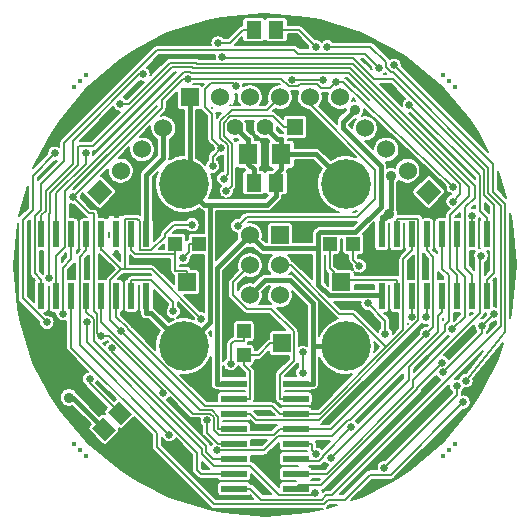
<source format=gbl>
G04 (created by PCBNEW (2013-01-21 BZR 3918)-testing) date Wed 23 Jan 2013 08:24:13 PM CET*
%MOIN*%
G04 Gerber Fmt 3.4, Leading zero omitted, Abs format*
%FSLAX34Y34*%
G01*
G70*
G90*
G04 APERTURE LIST*
%ADD10C,2.3622e-06*%
%ADD11C,0.1654*%
%ADD12C,0.016*%
%ADD13R,0.055X0.055*%
%ADD14C,0.055*%
%ADD15R,0.06X0.06*%
%ADD16C,0.06*%
%ADD17R,0.0236X0.0866*%
%ADD18R,0.0866X0.0236*%
%ADD19R,0.0511X0.059*%
%ADD20R,0.0629X0.0708*%
%ADD21R,0.0472X0.0472*%
%ADD22R,0.0591X0.063*%
%ADD23R,0.063X0.0591*%
%ADD24C,0.025*%
%ADD25C,0.035*%
%ADD26C,0.006*%
%ADD27C,0.008*%
%ADD28C,0.016*%
G04 APERTURE END LIST*
G54D10*
G54D11*
X35450Y-25150D03*
G54D12*
X38900Y-34000D03*
X39100Y-33800D03*
X38700Y-34200D03*
X26800Y-21500D03*
X26400Y-21900D03*
X26600Y-21700D03*
X26400Y-33800D03*
X26800Y-34200D03*
X26600Y-34000D03*
X39100Y-21900D03*
X38900Y-21700D03*
X38700Y-21500D03*
G54D13*
X33750Y-23250D03*
G54D14*
X32750Y-23250D03*
X31750Y-23250D03*
G54D11*
X35450Y-30550D03*
X30050Y-25150D03*
X30050Y-30550D03*
G54D15*
X33250Y-26850D03*
G54D16*
X32250Y-26850D03*
X33250Y-27850D03*
X32250Y-27850D03*
X33250Y-28850D03*
X32250Y-28850D03*
G54D17*
X36650Y-26827D03*
X37150Y-26827D03*
X37650Y-26827D03*
X38150Y-26827D03*
X38650Y-26827D03*
X39150Y-26827D03*
X39650Y-26827D03*
X40150Y-26827D03*
X40150Y-28873D03*
X39650Y-28873D03*
X39150Y-28873D03*
X38650Y-28873D03*
X38150Y-28873D03*
X37650Y-28873D03*
X37150Y-28873D03*
X36650Y-28873D03*
X28800Y-28873D03*
X28300Y-28873D03*
X27800Y-28873D03*
X27300Y-28873D03*
X26800Y-28873D03*
X26300Y-28873D03*
X25800Y-28873D03*
X25300Y-28873D03*
X25300Y-26827D03*
X25800Y-26827D03*
X26300Y-26827D03*
X26800Y-26827D03*
X27300Y-26827D03*
X27800Y-26827D03*
X28300Y-26827D03*
X28800Y-26827D03*
G54D18*
X33773Y-31800D03*
X33773Y-32300D03*
X33773Y-32800D03*
X33773Y-33300D03*
X33773Y-33800D03*
X33773Y-34300D03*
X33773Y-34800D03*
X33773Y-35300D03*
X31727Y-35300D03*
X31727Y-34800D03*
X31727Y-34300D03*
X31727Y-33800D03*
X31727Y-33300D03*
X31727Y-32800D03*
X31727Y-32300D03*
X31727Y-31800D03*
G54D10*
G36*
X27413Y-33703D02*
X26996Y-33286D01*
X27357Y-32925D01*
X27774Y-33342D01*
X27413Y-33703D01*
X27413Y-33703D01*
G37*
G36*
X27942Y-33174D02*
X27525Y-32757D01*
X27886Y-32396D01*
X28303Y-32813D01*
X27942Y-33174D01*
X27942Y-33174D01*
G37*
G54D19*
X32376Y-25100D03*
X33124Y-25100D03*
G54D20*
X32199Y-24150D03*
X33301Y-24150D03*
G54D19*
X32376Y-20000D03*
X33124Y-20000D03*
G54D21*
X32041Y-30844D03*
X32041Y-30056D03*
G54D22*
X33321Y-30450D03*
G54D21*
X34906Y-27141D03*
X35694Y-27141D03*
G54D23*
X35300Y-28421D03*
G54D21*
X29756Y-27141D03*
X30544Y-27141D03*
G54D23*
X30150Y-28421D03*
G54D10*
G36*
X38634Y-25410D02*
X38210Y-25834D01*
X37786Y-25410D01*
X38210Y-24986D01*
X38634Y-25410D01*
X38634Y-25410D01*
G37*
G54D16*
X37503Y-24703D03*
X36796Y-23996D03*
X36089Y-23289D03*
G54D10*
G36*
X27239Y-25834D02*
X26815Y-25410D01*
X27239Y-24986D01*
X27663Y-25410D01*
X27239Y-25834D01*
X27239Y-25834D01*
G37*
G54D16*
X27946Y-24703D03*
X28653Y-23996D03*
X29360Y-23289D03*
G54D15*
X30250Y-22250D03*
G54D16*
X31250Y-22250D03*
X32250Y-22250D03*
X33250Y-22250D03*
X34250Y-22250D03*
X35250Y-22250D03*
G54D24*
X34445Y-20567D03*
X31466Y-25370D03*
X36760Y-30133D03*
X38132Y-30133D03*
X36188Y-29129D03*
X34450Y-34154D03*
X35633Y-33243D03*
X39956Y-27532D03*
X37055Y-21190D03*
X38666Y-31102D03*
X39450Y-31700D03*
X33640Y-21670D03*
X34674Y-21668D03*
X34829Y-20570D03*
X26808Y-29756D03*
X25481Y-29756D03*
X25756Y-24123D03*
X27657Y-30624D03*
X30826Y-33019D03*
X34955Y-34270D03*
X38987Y-29995D03*
X39650Y-26198D03*
X37565Y-22517D03*
X31329Y-20914D03*
X27934Y-22479D03*
X25538Y-28295D03*
X31137Y-34028D03*
X34427Y-35436D03*
X39357Y-32417D03*
X39020Y-25730D03*
X36557Y-21277D03*
X28683Y-21483D03*
X26771Y-24111D03*
X26022Y-29467D03*
X29555Y-33497D03*
X30320Y-26505D03*
X30630Y-29644D03*
X27964Y-30043D03*
X34005Y-31432D03*
X34005Y-30763D03*
X26913Y-31651D03*
X38125Y-29592D03*
X31770Y-21890D03*
X31009Y-24559D03*
X31190Y-20445D03*
X31298Y-23948D03*
X31380Y-24965D03*
X31847Y-26539D03*
X39030Y-25240D03*
X39146Y-31895D03*
X27284Y-30214D03*
X40382Y-29480D03*
X38672Y-31421D03*
X36726Y-34604D03*
X35132Y-21742D03*
X30173Y-21638D03*
X26351Y-25580D03*
X29354Y-32118D03*
X39983Y-29884D03*
G54D25*
X36939Y-24887D03*
X36879Y-26154D03*
G54D24*
X35902Y-27875D03*
X31603Y-31139D03*
X30017Y-27602D03*
X37650Y-29566D03*
X29695Y-29395D03*
G54D25*
X26220Y-32265D03*
X35755Y-22669D03*
G54D26*
X33878Y-20000D02*
X34445Y-20567D01*
X33124Y-20000D02*
X33878Y-20000D01*
X33750Y-23250D02*
X33382Y-23250D01*
X33014Y-22882D02*
X33382Y-23250D01*
X31598Y-22882D02*
X33014Y-22882D01*
X31639Y-23808D02*
X31380Y-23549D01*
X31380Y-23549D02*
X31380Y-23100D01*
X31466Y-25370D02*
X31639Y-25197D01*
X31639Y-25197D02*
X31639Y-23808D01*
X31380Y-23100D02*
X31598Y-22882D01*
X38361Y-27564D02*
X38150Y-27353D01*
X38361Y-29904D02*
X38361Y-27564D01*
X38132Y-30133D02*
X34965Y-33300D01*
X31052Y-32929D02*
X30924Y-32801D01*
X27300Y-29756D02*
X27300Y-28873D01*
X38132Y-30133D02*
X38361Y-29904D01*
X31232Y-33511D02*
X31052Y-33331D01*
X33036Y-33511D02*
X31232Y-33511D01*
X31052Y-33331D02*
X31052Y-32929D01*
X34965Y-33300D02*
X33773Y-33300D01*
X36760Y-29701D02*
X36188Y-29129D01*
X38150Y-26827D02*
X38150Y-27353D01*
X33773Y-33300D02*
X33247Y-33300D01*
X33247Y-33300D02*
X33036Y-33511D01*
X30924Y-32801D02*
X30345Y-32801D01*
X30345Y-32801D02*
X27300Y-29756D01*
X36760Y-30133D02*
X36760Y-29701D01*
X33773Y-32300D02*
X33247Y-32300D01*
X31688Y-28412D02*
X32250Y-27850D01*
X31688Y-28855D02*
X31688Y-28412D01*
X32139Y-29306D02*
X31688Y-28855D01*
X32960Y-29306D02*
X32139Y-29306D01*
X33711Y-30057D02*
X32960Y-29306D01*
X33711Y-31034D02*
X33711Y-30057D01*
X33247Y-31498D02*
X33711Y-31034D01*
X33247Y-32300D02*
X33247Y-31498D01*
G54D27*
X34450Y-34154D02*
X34309Y-34013D01*
X34309Y-34013D02*
X34309Y-33800D01*
X33773Y-33800D02*
X34309Y-33800D01*
X34678Y-34198D02*
X35633Y-33243D01*
X34678Y-34249D02*
X34678Y-34198D01*
X33855Y-34382D02*
X34545Y-34382D01*
X34545Y-34382D02*
X34678Y-34249D01*
X33773Y-34300D02*
X33855Y-34382D01*
X34807Y-34800D02*
X37682Y-31925D01*
X39905Y-27583D02*
X39956Y-27532D01*
X39905Y-29446D02*
X39905Y-27583D01*
X37682Y-31925D02*
X37682Y-31669D01*
X37682Y-31669D02*
X39905Y-29446D01*
X33773Y-34800D02*
X34807Y-34800D01*
X38666Y-31102D02*
X37825Y-31943D01*
X39450Y-31700D02*
X40754Y-30082D01*
X40341Y-25399D02*
X40341Y-24476D01*
X34628Y-35182D02*
X33891Y-35182D01*
X33891Y-35182D02*
X33773Y-35300D01*
X37825Y-31985D02*
X34628Y-35182D01*
X40754Y-25812D02*
X40341Y-25399D01*
X40341Y-24476D02*
X37055Y-21190D01*
X37825Y-31943D02*
X37825Y-31985D01*
X40754Y-30082D02*
X40754Y-25812D01*
X33640Y-21670D02*
X33778Y-21668D01*
X33778Y-21668D02*
X34674Y-21668D01*
X34796Y-35521D02*
X34979Y-35521D01*
X32263Y-35300D02*
X32627Y-35664D01*
X34653Y-35664D02*
X34796Y-35521D01*
X32627Y-35664D02*
X34653Y-35664D01*
X34979Y-35521D02*
X40611Y-29889D01*
X40197Y-25458D02*
X40197Y-24604D01*
X40611Y-25872D02*
X40197Y-25458D01*
X40197Y-24604D02*
X37011Y-21418D01*
X40611Y-29889D02*
X40611Y-25872D01*
X37011Y-21418D02*
X36956Y-21418D01*
X36956Y-21418D02*
X36785Y-21247D01*
X36785Y-21247D02*
X36785Y-21094D01*
X36785Y-21094D02*
X36261Y-20570D01*
X36261Y-20570D02*
X34829Y-20570D01*
X32263Y-35300D02*
X31727Y-35300D01*
X24683Y-28958D02*
X25481Y-29756D01*
X24683Y-26334D02*
X24683Y-28958D01*
X25008Y-26009D02*
X24683Y-26334D01*
X25008Y-24871D02*
X25008Y-26009D01*
X25756Y-24123D02*
X25008Y-24871D01*
X30614Y-34800D02*
X31727Y-34800D01*
X30486Y-34672D02*
X30614Y-34800D01*
X30486Y-34097D02*
X30486Y-34672D01*
X26808Y-30419D02*
X30486Y-34097D01*
X26808Y-29756D02*
X26808Y-30419D01*
X27657Y-30762D02*
X27657Y-30624D01*
X30785Y-33890D02*
X27657Y-30762D01*
X30785Y-34077D02*
X30785Y-33890D01*
X31008Y-34300D02*
X30785Y-34077D01*
X31727Y-34300D02*
X31008Y-34300D01*
X31727Y-33800D02*
X31191Y-33800D01*
X30826Y-33435D02*
X30826Y-33019D01*
X31191Y-33800D02*
X30826Y-33435D01*
X38650Y-27969D02*
X38650Y-26827D01*
X38871Y-28190D02*
X38650Y-27969D01*
X38871Y-29723D02*
X38871Y-28190D01*
X38758Y-29836D02*
X38871Y-29723D01*
X38758Y-30039D02*
X38758Y-29836D01*
X37539Y-31258D02*
X38758Y-30039D01*
X37539Y-31686D02*
X37539Y-31258D01*
X34955Y-34270D02*
X37539Y-31686D01*
X39417Y-29565D02*
X38987Y-29995D01*
X39417Y-28236D02*
X39417Y-29565D01*
X39150Y-27969D02*
X39417Y-28236D01*
X39150Y-26827D02*
X39150Y-27969D01*
X39650Y-26827D02*
X39650Y-26198D01*
X40150Y-26827D02*
X40150Y-26291D01*
X39911Y-24863D02*
X37565Y-22517D01*
X39911Y-26052D02*
X39911Y-24863D01*
X40150Y-26291D02*
X39911Y-26052D01*
X31356Y-20941D02*
X31329Y-20914D01*
X35691Y-20941D02*
X31356Y-20941D01*
X36398Y-21648D02*
X35691Y-20941D01*
X37021Y-21648D02*
X36398Y-21648D01*
X40054Y-24681D02*
X37021Y-21648D01*
X40054Y-25518D02*
X40054Y-24681D01*
X40388Y-25852D02*
X40054Y-25518D01*
X40388Y-28099D02*
X40388Y-25852D01*
X40150Y-28337D02*
X40388Y-28099D01*
X40150Y-28873D02*
X40150Y-28337D01*
X39417Y-25929D02*
X39417Y-27934D01*
X39650Y-28167D02*
X39650Y-28873D01*
X39748Y-25598D02*
X39417Y-25929D01*
X39417Y-27934D02*
X39650Y-28167D01*
X39748Y-25222D02*
X39748Y-25598D01*
X35670Y-21144D02*
X39748Y-25222D01*
X30480Y-21144D02*
X35670Y-21144D01*
X28221Y-22479D02*
X29600Y-21100D01*
X29600Y-21100D02*
X30436Y-21100D01*
X27934Y-22479D02*
X28221Y-22479D01*
X30436Y-21100D02*
X30480Y-21144D01*
X26527Y-24509D02*
X26527Y-23904D01*
X26527Y-23904D02*
X26549Y-23882D01*
X39150Y-28172D02*
X39150Y-28873D01*
X38928Y-27950D02*
X39150Y-28172D01*
X38928Y-26183D02*
X38928Y-27950D01*
X39549Y-25562D02*
X38928Y-26183D01*
X39549Y-25236D02*
X39549Y-25562D01*
X35601Y-21288D02*
X39549Y-25236D01*
X27028Y-23882D02*
X29666Y-21244D01*
X30350Y-21288D02*
X35601Y-21288D01*
X25580Y-25456D02*
X26527Y-24509D01*
X26549Y-23882D02*
X27028Y-23882D01*
X25580Y-26119D02*
X25580Y-25456D01*
X25538Y-26161D02*
X25580Y-26119D01*
X25538Y-28295D02*
X25538Y-26161D01*
X29666Y-21244D02*
X30306Y-21244D01*
X30306Y-21244D02*
X30350Y-21288D01*
X33186Y-33550D02*
X32708Y-34028D01*
X34979Y-33550D02*
X33186Y-33550D01*
X35515Y-33014D02*
X34979Y-33550D01*
X38503Y-30091D02*
X35580Y-33014D01*
X35580Y-33014D02*
X35515Y-33014D01*
X38503Y-29556D02*
X38503Y-30091D01*
X38650Y-29409D02*
X38503Y-29556D01*
X32708Y-34028D02*
X31137Y-34028D01*
X38650Y-28873D02*
X38650Y-29409D01*
X34342Y-35521D02*
X33227Y-35521D01*
X27036Y-29645D02*
X26800Y-29409D01*
X27036Y-30382D02*
X27036Y-29645D01*
X30642Y-33988D02*
X27036Y-30382D01*
X30642Y-34153D02*
X30642Y-33988D01*
X32256Y-34550D02*
X31039Y-34550D01*
X33227Y-35521D02*
X32256Y-34550D01*
X34427Y-35436D02*
X34342Y-35521D01*
X26800Y-28873D02*
X26800Y-29409D01*
X31039Y-34550D02*
X30642Y-34153D01*
X36941Y-34833D02*
X39357Y-32417D01*
X34855Y-35665D02*
X35408Y-35665D01*
X35408Y-35665D02*
X36240Y-34833D01*
X36240Y-34833D02*
X36941Y-34833D01*
X34713Y-35807D02*
X34855Y-35665D01*
X31048Y-35807D02*
X34713Y-35807D01*
X29144Y-33903D02*
X31048Y-35807D01*
X29144Y-33451D02*
X29144Y-33903D01*
X26300Y-28873D02*
X26300Y-30607D01*
X26300Y-30607D02*
X29144Y-33451D01*
X39262Y-25493D02*
X39257Y-25493D01*
X30043Y-21399D02*
X30258Y-21399D01*
X26078Y-25364D02*
X30043Y-21399D01*
X30291Y-21432D02*
X35541Y-21432D01*
X25800Y-28873D02*
X25800Y-27534D01*
X30258Y-21399D02*
X30291Y-21432D01*
X26078Y-27256D02*
X26078Y-25364D01*
X35541Y-21432D02*
X39262Y-25153D01*
X39262Y-25153D02*
X39262Y-25493D01*
X25800Y-27534D02*
X26078Y-27256D01*
X39257Y-25493D02*
X39020Y-25730D01*
X25294Y-25999D02*
X25294Y-25133D01*
X36078Y-20798D02*
X36557Y-21277D01*
X33735Y-20685D02*
X33848Y-20798D01*
X26053Y-24374D02*
X26053Y-23786D01*
X26053Y-23786D02*
X29154Y-20685D01*
X29154Y-20685D02*
X33735Y-20685D01*
X25294Y-25133D02*
X26053Y-24374D01*
X33848Y-20798D02*
X36078Y-20798D01*
X25300Y-28873D02*
X25300Y-28337D01*
X25079Y-26214D02*
X25294Y-25999D01*
X25300Y-28337D02*
X25079Y-28116D01*
X25079Y-28116D02*
X25079Y-26214D01*
X25300Y-26196D02*
X25300Y-26827D01*
X25300Y-26196D02*
X25437Y-26059D01*
X25437Y-26059D02*
X25437Y-25396D01*
X25437Y-25396D02*
X26339Y-24494D01*
X26339Y-24494D02*
X26339Y-23703D01*
X28559Y-21483D02*
X28683Y-21483D01*
X26339Y-23703D02*
X28559Y-21483D01*
X26771Y-24468D02*
X26771Y-24111D01*
X25800Y-25439D02*
X26771Y-24468D01*
X25800Y-26291D02*
X25800Y-25439D01*
X25800Y-26827D02*
X25800Y-26291D01*
X26022Y-27938D02*
X26022Y-29467D01*
X26300Y-26827D02*
X26300Y-27660D01*
X26300Y-27660D02*
X26022Y-27938D01*
X26800Y-26827D02*
X26800Y-27363D01*
X26579Y-30521D02*
X29555Y-33497D01*
X26579Y-27584D02*
X26579Y-30521D01*
X26800Y-27363D02*
X26579Y-27584D01*
G54D26*
X38150Y-29567D02*
X38150Y-28873D01*
X30599Y-32678D02*
X27964Y-30043D01*
X26913Y-31785D02*
X26913Y-31651D01*
X28972Y-27986D02*
X30630Y-29644D01*
X30320Y-26505D02*
X29734Y-26505D01*
X28092Y-26300D02*
X28076Y-26316D01*
X27914Y-32786D02*
X26913Y-31785D01*
X34005Y-30763D02*
X34005Y-31432D01*
X28576Y-27337D02*
X28576Y-26380D01*
X27964Y-30043D02*
X27588Y-29667D01*
X28496Y-26300D02*
X28092Y-26300D01*
X27588Y-28362D02*
X27964Y-27986D01*
X29412Y-26827D02*
X29412Y-26898D01*
X31201Y-32905D02*
X30974Y-32678D01*
X29412Y-26898D02*
X28957Y-27353D01*
X31201Y-33300D02*
X31201Y-32905D01*
X28076Y-27986D02*
X28972Y-27986D01*
X29734Y-26505D02*
X29412Y-26827D01*
X28076Y-26316D02*
X28076Y-27986D01*
X38125Y-29592D02*
X38150Y-29567D01*
X27300Y-27353D02*
X27331Y-27353D01*
X30974Y-32678D02*
X30599Y-32678D01*
X28576Y-26380D02*
X28496Y-26300D01*
X31727Y-33300D02*
X31201Y-33300D01*
X28592Y-27353D02*
X28576Y-27337D01*
X27331Y-27353D02*
X27964Y-27986D01*
X28957Y-27353D02*
X28592Y-27353D01*
X27300Y-26827D02*
X27300Y-27353D01*
X27964Y-27986D02*
X28076Y-27986D01*
X27588Y-29667D02*
X27588Y-28362D01*
X32253Y-31385D02*
X32041Y-31173D01*
X33321Y-30450D02*
X32933Y-30450D01*
X32041Y-30844D02*
X32041Y-31173D01*
X32253Y-32300D02*
X32253Y-31385D01*
X32539Y-30844D02*
X32933Y-30450D01*
X32041Y-30844D02*
X32539Y-30844D01*
X31727Y-32300D02*
X32253Y-32300D01*
X37150Y-28873D02*
X37150Y-28347D01*
X37150Y-28347D02*
X35300Y-28347D01*
X34906Y-27953D02*
X35300Y-28347D01*
X34906Y-27141D02*
X34906Y-27953D01*
X35300Y-28421D02*
X35300Y-28347D01*
X29756Y-27476D02*
X29756Y-27141D01*
X29756Y-28027D02*
X29756Y-27476D01*
X29762Y-28033D02*
X29756Y-28027D01*
X30150Y-28033D02*
X29762Y-28033D01*
X28423Y-27476D02*
X29756Y-27476D01*
X28300Y-27353D02*
X28423Y-27476D01*
X30150Y-28421D02*
X30150Y-28033D01*
X28300Y-26827D02*
X28300Y-27353D01*
X31298Y-23948D02*
X30980Y-23630D01*
X31670Y-21790D02*
X31770Y-21890D01*
X30950Y-21790D02*
X31670Y-21790D01*
X30760Y-21980D02*
X30950Y-21790D01*
X30760Y-22590D02*
X30760Y-21980D01*
X30980Y-22810D02*
X30760Y-22590D01*
X30980Y-23630D02*
X30980Y-22810D01*
X32028Y-20000D02*
X31583Y-20445D01*
X32376Y-20000D02*
X32028Y-20000D01*
X31583Y-20445D02*
X31190Y-20445D01*
X31298Y-23948D02*
X31009Y-24237D01*
X31009Y-24237D02*
X31009Y-24559D01*
X31638Y-22669D02*
X32831Y-22669D01*
X31516Y-23858D02*
X31257Y-23599D01*
X31257Y-23050D02*
X31638Y-22669D01*
X31516Y-24829D02*
X31516Y-23858D01*
X31257Y-23599D02*
X31257Y-23050D01*
X31380Y-24965D02*
X31516Y-24829D01*
X32831Y-22669D02*
X33250Y-22250D01*
X35229Y-29466D02*
X33613Y-27850D01*
X35670Y-29466D02*
X35229Y-29466D01*
X36789Y-30584D02*
X35670Y-29466D01*
X33247Y-32800D02*
X33002Y-32555D01*
X33002Y-32555D02*
X30744Y-32555D01*
X30744Y-32555D02*
X28182Y-29993D01*
X28182Y-29993D02*
X28182Y-29953D01*
X28182Y-29953D02*
X27800Y-29571D01*
X34573Y-32800D02*
X33773Y-32800D01*
X36789Y-30584D02*
X34573Y-32800D01*
X33613Y-27850D02*
X33250Y-27850D01*
X36789Y-30584D02*
X37362Y-30011D01*
X37362Y-30011D02*
X37362Y-27641D01*
X37362Y-27641D02*
X37650Y-27353D01*
X37650Y-26827D02*
X37650Y-27353D01*
X33773Y-32800D02*
X33247Y-32800D01*
X27800Y-29571D02*
X27800Y-28873D01*
X32146Y-26240D02*
X31847Y-26539D01*
X35830Y-26240D02*
X32146Y-26240D01*
X36431Y-25639D02*
X35830Y-26240D01*
X36431Y-24677D02*
X36431Y-25639D01*
X34250Y-22496D02*
X36431Y-24677D01*
X34250Y-22250D02*
X34250Y-22496D01*
X35346Y-21742D02*
X39030Y-25240D01*
X35132Y-21742D02*
X35346Y-21742D01*
X30173Y-21638D02*
X30022Y-21638D01*
X29310Y-22621D02*
X26351Y-25580D01*
X29310Y-22350D02*
X29310Y-22621D01*
X30022Y-21638D02*
X29310Y-22350D01*
X40382Y-29485D02*
X39983Y-29884D01*
X40382Y-29480D02*
X40382Y-29485D01*
X27045Y-29372D02*
X27045Y-26129D01*
X27045Y-26129D02*
X26900Y-26129D01*
X26900Y-26129D02*
X26351Y-25580D01*
X27284Y-30214D02*
X27169Y-30099D01*
X27169Y-30099D02*
X27169Y-29496D01*
X27169Y-29496D02*
X27045Y-29372D01*
X29354Y-32118D02*
X29354Y-32013D01*
X29354Y-32013D02*
X27555Y-30214D01*
X27555Y-30214D02*
X27284Y-30214D01*
X33289Y-21638D02*
X30173Y-21638D01*
X33543Y-21892D02*
X33289Y-21638D01*
X33862Y-21892D02*
X33543Y-21892D01*
X33933Y-21821D02*
X33862Y-21892D01*
X34490Y-21821D02*
X33933Y-21821D01*
X35132Y-21742D02*
X34924Y-21950D01*
X39146Y-32184D02*
X39146Y-31895D01*
X34924Y-21950D02*
X34619Y-21950D01*
X34619Y-21950D02*
X34490Y-21821D01*
X39983Y-30110D02*
X38672Y-31421D01*
X39983Y-29884D02*
X39983Y-30110D01*
X36726Y-34604D02*
X39146Y-32184D01*
G54D28*
X30050Y-30550D02*
X30132Y-30550D01*
X28800Y-28873D02*
X28800Y-29449D01*
X30924Y-29758D02*
X30924Y-25834D01*
X30050Y-30550D02*
X28949Y-29449D01*
X33301Y-24150D02*
X33301Y-24647D01*
X34349Y-31800D02*
X34349Y-30550D01*
X28949Y-29449D02*
X28800Y-29449D01*
X33586Y-28350D02*
X32750Y-28350D01*
X30132Y-30550D02*
X30924Y-29758D01*
X36650Y-26827D02*
X36650Y-26251D01*
X33773Y-31800D02*
X34349Y-31800D01*
X30250Y-24950D02*
X30050Y-25150D01*
X30250Y-22250D02*
X30250Y-24950D01*
X33301Y-24150D02*
X33301Y-23653D01*
X32828Y-25834D02*
X33124Y-25538D01*
X30924Y-25834D02*
X32828Y-25834D01*
X32750Y-28350D02*
X32250Y-28850D01*
X34349Y-29113D02*
X33586Y-28350D01*
X34349Y-30550D02*
X34349Y-29113D01*
X36650Y-26251D02*
X36673Y-26251D01*
X33124Y-24824D02*
X33301Y-24647D01*
X33124Y-25100D02*
X33124Y-24824D01*
X30734Y-25834D02*
X30924Y-25834D01*
X30050Y-25150D02*
X30734Y-25834D01*
X33124Y-25538D02*
X33124Y-25100D01*
X36747Y-26286D02*
X36879Y-26154D01*
X36683Y-26286D02*
X36747Y-26286D01*
X36673Y-26276D02*
X36683Y-26286D01*
X33153Y-23653D02*
X32750Y-23250D01*
X36673Y-26251D02*
X36673Y-26276D01*
X33301Y-23653D02*
X33153Y-23653D01*
X34450Y-24150D02*
X35450Y-25150D01*
X33301Y-24150D02*
X34450Y-24150D01*
X36939Y-25985D02*
X36673Y-26251D01*
X36939Y-24887D02*
X36939Y-25985D01*
X35450Y-30550D02*
X34349Y-30550D01*
G54D26*
X35694Y-27141D02*
X35694Y-27667D01*
X35694Y-27667D02*
X35902Y-27875D01*
X31603Y-30494D02*
X31603Y-31139D01*
X32041Y-30385D02*
X31712Y-30385D01*
X32041Y-30056D02*
X32041Y-30385D01*
X31712Y-30385D02*
X31603Y-30494D01*
X30544Y-27141D02*
X30215Y-27141D01*
X30215Y-27141D02*
X30215Y-27404D01*
X30215Y-27404D02*
X30017Y-27602D01*
X37868Y-26317D02*
X37852Y-26301D01*
X34538Y-33011D02*
X37868Y-29681D01*
X32253Y-32800D02*
X32464Y-33011D01*
X37150Y-26827D02*
X37150Y-26301D01*
X31727Y-32800D02*
X32253Y-32800D01*
X37852Y-26301D02*
X37150Y-26301D01*
X37868Y-29681D02*
X37868Y-26317D01*
X32464Y-33011D02*
X34538Y-33011D01*
X28300Y-28873D02*
X28300Y-28347D01*
X37650Y-28873D02*
X37650Y-29566D01*
X29695Y-29085D02*
X29695Y-29395D01*
X28957Y-28347D02*
X29695Y-29085D01*
X28300Y-28347D02*
X28957Y-28347D01*
G54D28*
X32153Y-23653D02*
X31750Y-23250D01*
X32199Y-23653D02*
X32153Y-23653D01*
X35346Y-23078D02*
X35755Y-22669D01*
X34526Y-27294D02*
X34526Y-26806D01*
X34526Y-26806D02*
X34571Y-26761D01*
X34571Y-26761D02*
X35757Y-26761D01*
X35757Y-26761D02*
X36605Y-25913D01*
X36605Y-25913D02*
X36605Y-24531D01*
X36605Y-24531D02*
X35346Y-23272D01*
X35346Y-23272D02*
X35346Y-23078D01*
X31151Y-27949D02*
X32250Y-26850D01*
X31151Y-31800D02*
X31151Y-27949D01*
X31727Y-31800D02*
X31151Y-31800D01*
X32199Y-24485D02*
X32376Y-24662D01*
X29361Y-24269D02*
X29361Y-23289D01*
X28800Y-26827D02*
X28800Y-24830D01*
X34526Y-28513D02*
X34526Y-27294D01*
X34874Y-28861D02*
X34526Y-28513D01*
X36638Y-28861D02*
X34874Y-28861D01*
X36650Y-28873D02*
X36638Y-28861D01*
X28800Y-24830D02*
X29361Y-24269D01*
X32694Y-27294D02*
X32250Y-26850D01*
X32199Y-24150D02*
X32199Y-24485D01*
X34526Y-27294D02*
X32694Y-27294D01*
X32199Y-24150D02*
X32199Y-23653D01*
X26337Y-32265D02*
X26220Y-32265D01*
X27386Y-33314D02*
X26337Y-32265D01*
X32376Y-25100D02*
X32376Y-24662D01*
G54D10*
G36*
X24838Y-25938D02*
X24562Y-26213D01*
X24556Y-26221D01*
X24606Y-25970D01*
X24838Y-25203D01*
X24838Y-25938D01*
X24838Y-25938D01*
G37*
G54D26*
X24838Y-25938D02*
X24562Y-26213D01*
X24556Y-26221D01*
X24606Y-25970D01*
X24838Y-25203D01*
X24838Y-25938D01*
G54D10*
G36*
X25080Y-28357D02*
X25067Y-28377D01*
X25057Y-28401D01*
X25052Y-28426D01*
X25051Y-28451D01*
X25051Y-29086D01*
X24853Y-28887D01*
X24853Y-26404D01*
X24909Y-26348D01*
X24909Y-28116D01*
X24910Y-28131D01*
X24911Y-28147D01*
X24912Y-28148D01*
X24912Y-28149D01*
X24916Y-28164D01*
X24921Y-28179D01*
X24921Y-28179D01*
X24921Y-28180D01*
X24929Y-28194D01*
X24936Y-28208D01*
X24936Y-28209D01*
X24937Y-28210D01*
X24947Y-28222D01*
X24957Y-28234D01*
X24958Y-28235D01*
X24958Y-28235D01*
X24958Y-28235D01*
X24958Y-28236D01*
X25080Y-28357D01*
X25080Y-28357D01*
G37*
G54D26*
X25080Y-28357D02*
X25067Y-28377D01*
X25057Y-28401D01*
X25052Y-28426D01*
X25051Y-28451D01*
X25051Y-29086D01*
X24853Y-28887D01*
X24853Y-26404D01*
X24909Y-26348D01*
X24909Y-28116D01*
X24910Y-28131D01*
X24911Y-28147D01*
X24912Y-28148D01*
X24912Y-28149D01*
X24916Y-28164D01*
X24921Y-28179D01*
X24921Y-28179D01*
X24921Y-28180D01*
X24929Y-28194D01*
X24936Y-28208D01*
X24936Y-28209D01*
X24937Y-28210D01*
X24947Y-28222D01*
X24957Y-28234D01*
X24958Y-28235D01*
X24958Y-28235D01*
X24958Y-28235D01*
X24958Y-28236D01*
X25080Y-28357D01*
G54D10*
G36*
X25368Y-28104D02*
X25341Y-28130D01*
X25338Y-28135D01*
X25249Y-28045D01*
X25249Y-27390D01*
X25368Y-27390D01*
X25368Y-28104D01*
X25368Y-28104D01*
G37*
G54D26*
X25368Y-28104D02*
X25341Y-28130D01*
X25338Y-28135D01*
X25249Y-28045D01*
X25249Y-27390D01*
X25368Y-27390D01*
X25368Y-28104D01*
G54D10*
G36*
X25815Y-24371D02*
X25178Y-25008D01*
X25178Y-24941D01*
X25741Y-24377D01*
X25775Y-24378D01*
X25815Y-24371D01*
X25815Y-24371D01*
G37*
G54D26*
X25815Y-24371D02*
X25178Y-25008D01*
X25178Y-24941D01*
X25741Y-24377D01*
X25775Y-24378D01*
X25815Y-24371D01*
G54D10*
G36*
X26130Y-27589D02*
X25970Y-27749D01*
X25970Y-27604D01*
X26130Y-27444D01*
X26130Y-27589D01*
X26130Y-27589D01*
G37*
G54D26*
X26130Y-27589D02*
X25970Y-27749D01*
X25970Y-27604D01*
X26130Y-27444D01*
X26130Y-27589D01*
G54D10*
G36*
X26409Y-28309D02*
X26406Y-28309D01*
X26192Y-28309D01*
X26192Y-28008D01*
X26409Y-27791D01*
X26409Y-28309D01*
X26409Y-28309D01*
G37*
G54D26*
X26409Y-28309D02*
X26406Y-28309D01*
X26192Y-28309D01*
X26192Y-28008D01*
X26409Y-27791D01*
X26409Y-28309D01*
G54D10*
G36*
X26814Y-26263D02*
X26669Y-26263D01*
X26644Y-26268D01*
X26620Y-26278D01*
X26599Y-26292D01*
X26581Y-26310D01*
X26567Y-26331D01*
X26557Y-26355D01*
X26552Y-26380D01*
X26551Y-26405D01*
X26551Y-27272D01*
X26556Y-27297D01*
X26566Y-27321D01*
X26580Y-27342D01*
X26470Y-27452D01*
X26470Y-27379D01*
X26479Y-27375D01*
X26500Y-27361D01*
X26518Y-27343D01*
X26532Y-27322D01*
X26542Y-27298D01*
X26547Y-27273D01*
X26548Y-27248D01*
X26548Y-26381D01*
X26543Y-26356D01*
X26533Y-26332D01*
X26519Y-26311D01*
X26501Y-26293D01*
X26480Y-26279D01*
X26456Y-26269D01*
X26431Y-26264D01*
X26406Y-26263D01*
X26248Y-26263D01*
X26248Y-25813D01*
X26271Y-25823D01*
X26320Y-25834D01*
X26370Y-25835D01*
X26378Y-25834D01*
X26786Y-26242D01*
X26798Y-26251D01*
X26809Y-26261D01*
X26810Y-26261D01*
X26810Y-26261D01*
X26814Y-26263D01*
X26814Y-26263D01*
G37*
G54D26*
X26814Y-26263D02*
X26669Y-26263D01*
X26644Y-26268D01*
X26620Y-26278D01*
X26599Y-26292D01*
X26581Y-26310D01*
X26567Y-26331D01*
X26557Y-26355D01*
X26552Y-26380D01*
X26551Y-26405D01*
X26551Y-27272D01*
X26556Y-27297D01*
X26566Y-27321D01*
X26580Y-27342D01*
X26470Y-27452D01*
X26470Y-27379D01*
X26479Y-27375D01*
X26500Y-27361D01*
X26518Y-27343D01*
X26532Y-27322D01*
X26542Y-27298D01*
X26547Y-27273D01*
X26548Y-27248D01*
X26548Y-26381D01*
X26543Y-26356D01*
X26533Y-26332D01*
X26519Y-26311D01*
X26501Y-26293D01*
X26480Y-26279D01*
X26456Y-26269D01*
X26431Y-26264D01*
X26406Y-26263D01*
X26248Y-26263D01*
X26248Y-25813D01*
X26271Y-25823D01*
X26320Y-25834D01*
X26370Y-25835D01*
X26378Y-25834D01*
X26786Y-26242D01*
X26798Y-26251D01*
X26809Y-26261D01*
X26810Y-26261D01*
X26810Y-26261D01*
X26814Y-26263D01*
G54D10*
G36*
X26885Y-28309D02*
X26749Y-28309D01*
X26749Y-27654D01*
X26885Y-27518D01*
X26885Y-28309D01*
X26885Y-28309D01*
G37*
G54D26*
X26885Y-28309D02*
X26749Y-28309D01*
X26749Y-27654D01*
X26885Y-27518D01*
X26885Y-28309D01*
G54D10*
G36*
X27522Y-30407D02*
X27496Y-30424D01*
X27460Y-30459D01*
X27432Y-30500D01*
X27421Y-30526D01*
X27354Y-30460D01*
X27399Y-30442D01*
X27441Y-30415D01*
X27477Y-30381D01*
X27483Y-30374D01*
X27488Y-30374D01*
X27522Y-30407D01*
X27522Y-30407D01*
G37*
G54D26*
X27522Y-30407D02*
X27496Y-30424D01*
X27460Y-30459D01*
X27432Y-30500D01*
X27421Y-30526D01*
X27354Y-30460D01*
X27399Y-30442D01*
X27441Y-30415D01*
X27477Y-30381D01*
X27483Y-30374D01*
X27488Y-30374D01*
X27522Y-30407D01*
G54D10*
G36*
X27551Y-26897D02*
X27548Y-26897D01*
X27548Y-26757D01*
X27551Y-26757D01*
X27551Y-26897D01*
X27551Y-26897D01*
G37*
G54D26*
X27551Y-26897D02*
X27548Y-26897D01*
X27548Y-26757D01*
X27551Y-26757D01*
X27551Y-26897D01*
G54D10*
G36*
X27737Y-27986D02*
X27474Y-28248D01*
X27465Y-28260D01*
X27455Y-28271D01*
X27455Y-28272D01*
X27455Y-28272D01*
X27448Y-28286D01*
X27440Y-28298D01*
X27440Y-28299D01*
X27440Y-28300D01*
X27437Y-28311D01*
X27431Y-28310D01*
X27406Y-28309D01*
X27205Y-28309D01*
X27205Y-27481D01*
X27209Y-27485D01*
X27210Y-27485D01*
X27210Y-27485D01*
X27223Y-27492D01*
X27236Y-27500D01*
X27237Y-27500D01*
X27237Y-27500D01*
X27252Y-27504D01*
X27258Y-27506D01*
X27737Y-27986D01*
X27737Y-27986D01*
G37*
G54D26*
X27737Y-27986D02*
X27474Y-28248D01*
X27465Y-28260D01*
X27455Y-28271D01*
X27455Y-28272D01*
X27455Y-28272D01*
X27448Y-28286D01*
X27440Y-28298D01*
X27440Y-28299D01*
X27440Y-28300D01*
X27437Y-28311D01*
X27431Y-28310D01*
X27406Y-28309D01*
X27205Y-28309D01*
X27205Y-27481D01*
X27209Y-27485D01*
X27210Y-27485D01*
X27210Y-27485D01*
X27223Y-27492D01*
X27236Y-27500D01*
X27237Y-27500D01*
X27237Y-27500D01*
X27252Y-27504D01*
X27258Y-27506D01*
X27737Y-27986D01*
G54D10*
G36*
X27775Y-32323D02*
X27726Y-32372D01*
X27134Y-31779D01*
X27135Y-31777D01*
X27156Y-31731D01*
X27161Y-31708D01*
X27775Y-32323D01*
X27775Y-32323D01*
G37*
G54D26*
X27775Y-32323D02*
X27726Y-32372D01*
X27134Y-31779D01*
X27135Y-31777D01*
X27156Y-31731D01*
X27161Y-31708D01*
X27775Y-32323D01*
G54D10*
G36*
X27916Y-27711D02*
X27688Y-27484D01*
X27741Y-27432D01*
X27741Y-27390D01*
X27859Y-27390D01*
X27859Y-27432D01*
X27916Y-27489D01*
X27916Y-27711D01*
X27916Y-27711D01*
G37*
G54D26*
X27916Y-27711D02*
X27688Y-27484D01*
X27741Y-27432D01*
X27741Y-27390D01*
X27859Y-27390D01*
X27859Y-27432D01*
X27916Y-27489D01*
X27916Y-27711D01*
G54D10*
G36*
X27935Y-22734D02*
X26957Y-23712D01*
X26570Y-23712D01*
X27700Y-22581D01*
X27706Y-22596D01*
X27733Y-22638D01*
X27767Y-22674D01*
X27808Y-22702D01*
X27854Y-22722D01*
X27903Y-22733D01*
X27935Y-22734D01*
X27935Y-22734D01*
G37*
G54D26*
X27935Y-22734D02*
X26957Y-23712D01*
X26570Y-23712D01*
X27700Y-22581D01*
X27706Y-22596D01*
X27733Y-22638D01*
X27767Y-22674D01*
X27808Y-22702D01*
X27854Y-22722D01*
X27903Y-22733D01*
X27935Y-22734D01*
G54D10*
G36*
X28725Y-21734D02*
X28150Y-22309D01*
X28124Y-22309D01*
X28097Y-22281D01*
X28055Y-22253D01*
X28036Y-22245D01*
X28570Y-21712D01*
X28603Y-21726D01*
X28652Y-21737D01*
X28702Y-21738D01*
X28725Y-21734D01*
X28725Y-21734D01*
G37*
G54D26*
X28725Y-21734D02*
X28150Y-22309D01*
X28124Y-22309D01*
X28097Y-22281D01*
X28055Y-22253D01*
X28036Y-22245D01*
X28570Y-21712D01*
X28603Y-21726D01*
X28652Y-21737D01*
X28702Y-21738D01*
X28725Y-21734D01*
G54D10*
G36*
X29150Y-22554D02*
X26379Y-25325D01*
X26377Y-25325D01*
X26357Y-25325D01*
X29150Y-22532D01*
X29150Y-22554D01*
X29150Y-22554D01*
G37*
G54D26*
X29150Y-22554D02*
X26379Y-25325D01*
X26377Y-25325D01*
X26357Y-25325D01*
X29150Y-22532D01*
X29150Y-22554D01*
G54D10*
G36*
X29151Y-24182D02*
X28651Y-24681D01*
X28639Y-24696D01*
X28626Y-24711D01*
X28626Y-24712D01*
X28625Y-24713D01*
X28616Y-24730D01*
X28606Y-24747D01*
X28606Y-24748D01*
X28606Y-24749D01*
X28600Y-24767D01*
X28594Y-24786D01*
X28594Y-24787D01*
X28594Y-24788D01*
X28592Y-24807D01*
X28590Y-24827D01*
X28590Y-24829D01*
X28590Y-24829D01*
X28590Y-24829D01*
X28590Y-24830D01*
X28590Y-26171D01*
X28586Y-26167D01*
X28585Y-26167D01*
X28585Y-26167D01*
X28571Y-26160D01*
X28559Y-26152D01*
X28558Y-26152D01*
X28557Y-26152D01*
X28543Y-26147D01*
X28529Y-26143D01*
X28528Y-26143D01*
X28527Y-26143D01*
X28512Y-26141D01*
X28498Y-26140D01*
X28496Y-26140D01*
X28496Y-26140D01*
X28496Y-26140D01*
X28496Y-26140D01*
X28092Y-26140D01*
X28077Y-26141D01*
X28062Y-26142D01*
X28061Y-26142D01*
X28060Y-26143D01*
X28046Y-26147D01*
X28032Y-26151D01*
X28031Y-26151D01*
X28031Y-26152D01*
X28017Y-26159D01*
X28004Y-26165D01*
X28004Y-26166D01*
X28003Y-26166D01*
X27992Y-26175D01*
X27984Y-26172D01*
X27940Y-26163D01*
X27916Y-26164D01*
X27859Y-26221D01*
X27859Y-26263D01*
X27741Y-26263D01*
X27741Y-26221D01*
X27683Y-26164D01*
X27659Y-26163D01*
X27615Y-26172D01*
X27573Y-26189D01*
X27535Y-26214D01*
X27503Y-26246D01*
X27481Y-26279D01*
X27480Y-26279D01*
X27456Y-26269D01*
X27431Y-26264D01*
X27406Y-26263D01*
X27205Y-26263D01*
X27205Y-26129D01*
X27203Y-26114D01*
X27202Y-26099D01*
X27202Y-26098D01*
X27201Y-26097D01*
X27197Y-26083D01*
X27193Y-26069D01*
X27193Y-26068D01*
X27192Y-26068D01*
X27185Y-26054D01*
X27178Y-26041D01*
X27178Y-26040D01*
X27178Y-26040D01*
X27168Y-26028D01*
X27159Y-26017D01*
X27158Y-26016D01*
X27158Y-26016D01*
X27146Y-26006D01*
X27135Y-25996D01*
X27134Y-25996D01*
X27134Y-25996D01*
X27121Y-25989D01*
X27108Y-25981D01*
X27107Y-25981D01*
X27107Y-25981D01*
X27092Y-25977D01*
X27078Y-25972D01*
X27077Y-25972D01*
X27077Y-25972D01*
X27062Y-25970D01*
X27047Y-25969D01*
X27046Y-25969D01*
X27046Y-25969D01*
X27046Y-25969D01*
X27045Y-25969D01*
X26966Y-25969D01*
X26605Y-25607D01*
X26606Y-25554D01*
X26605Y-25551D01*
X26695Y-25461D01*
X26699Y-25471D01*
X26713Y-25492D01*
X26731Y-25511D01*
X27156Y-25935D01*
X27177Y-25950D01*
X27201Y-25959D01*
X27226Y-25964D01*
X27251Y-25964D01*
X27276Y-25960D01*
X27300Y-25950D01*
X27321Y-25936D01*
X27339Y-25918D01*
X27764Y-25493D01*
X27778Y-25472D01*
X27788Y-25448D01*
X27793Y-25423D01*
X27793Y-25398D01*
X27788Y-25373D01*
X27779Y-25349D01*
X27765Y-25328D01*
X27747Y-25310D01*
X27322Y-24885D01*
X27301Y-24871D01*
X27290Y-24866D01*
X27521Y-24636D01*
X27517Y-24655D01*
X27515Y-24739D01*
X27531Y-24822D01*
X27562Y-24901D01*
X27607Y-24971D01*
X27666Y-25032D01*
X27735Y-25080D01*
X27812Y-25114D01*
X27895Y-25132D01*
X27979Y-25134D01*
X28062Y-25119D01*
X28141Y-25089D01*
X28212Y-25044D01*
X28273Y-24985D01*
X28322Y-24916D01*
X28356Y-24839D01*
X28375Y-24757D01*
X28376Y-24661D01*
X28360Y-24578D01*
X28327Y-24500D01*
X28281Y-24430D01*
X28221Y-24370D01*
X28151Y-24323D01*
X28074Y-24290D01*
X27991Y-24273D01*
X27907Y-24273D01*
X27878Y-24278D01*
X28228Y-23929D01*
X28224Y-23948D01*
X28222Y-24032D01*
X28238Y-24115D01*
X28269Y-24193D01*
X28314Y-24264D01*
X28373Y-24325D01*
X28442Y-24373D01*
X28520Y-24407D01*
X28602Y-24425D01*
X28686Y-24427D01*
X28769Y-24412D01*
X28848Y-24382D01*
X28919Y-24336D01*
X28980Y-24278D01*
X29029Y-24209D01*
X29063Y-24132D01*
X29082Y-24050D01*
X29083Y-23954D01*
X29067Y-23871D01*
X29035Y-23793D01*
X28988Y-23723D01*
X28928Y-23663D01*
X28859Y-23616D01*
X28781Y-23583D01*
X28698Y-23566D01*
X28614Y-23566D01*
X28585Y-23571D01*
X28935Y-23221D01*
X28931Y-23241D01*
X28930Y-23325D01*
X28945Y-23408D01*
X28976Y-23486D01*
X29022Y-23557D01*
X29080Y-23618D01*
X29149Y-23666D01*
X29151Y-23667D01*
X29151Y-24182D01*
X29151Y-24182D01*
G37*
G54D26*
X29151Y-24182D02*
X28651Y-24681D01*
X28639Y-24696D01*
X28626Y-24711D01*
X28626Y-24712D01*
X28625Y-24713D01*
X28616Y-24730D01*
X28606Y-24747D01*
X28606Y-24748D01*
X28606Y-24749D01*
X28600Y-24767D01*
X28594Y-24786D01*
X28594Y-24787D01*
X28594Y-24788D01*
X28592Y-24807D01*
X28590Y-24827D01*
X28590Y-24829D01*
X28590Y-24829D01*
X28590Y-24829D01*
X28590Y-24830D01*
X28590Y-26171D01*
X28586Y-26167D01*
X28585Y-26167D01*
X28585Y-26167D01*
X28571Y-26160D01*
X28559Y-26152D01*
X28558Y-26152D01*
X28557Y-26152D01*
X28543Y-26147D01*
X28529Y-26143D01*
X28528Y-26143D01*
X28527Y-26143D01*
X28512Y-26141D01*
X28498Y-26140D01*
X28496Y-26140D01*
X28496Y-26140D01*
X28496Y-26140D01*
X28496Y-26140D01*
X28092Y-26140D01*
X28077Y-26141D01*
X28062Y-26142D01*
X28061Y-26142D01*
X28060Y-26143D01*
X28046Y-26147D01*
X28032Y-26151D01*
X28031Y-26151D01*
X28031Y-26152D01*
X28017Y-26159D01*
X28004Y-26165D01*
X28004Y-26166D01*
X28003Y-26166D01*
X27992Y-26175D01*
X27984Y-26172D01*
X27940Y-26163D01*
X27916Y-26164D01*
X27859Y-26221D01*
X27859Y-26263D01*
X27741Y-26263D01*
X27741Y-26221D01*
X27683Y-26164D01*
X27659Y-26163D01*
X27615Y-26172D01*
X27573Y-26189D01*
X27535Y-26214D01*
X27503Y-26246D01*
X27481Y-26279D01*
X27480Y-26279D01*
X27456Y-26269D01*
X27431Y-26264D01*
X27406Y-26263D01*
X27205Y-26263D01*
X27205Y-26129D01*
X27203Y-26114D01*
X27202Y-26099D01*
X27202Y-26098D01*
X27201Y-26097D01*
X27197Y-26083D01*
X27193Y-26069D01*
X27193Y-26068D01*
X27192Y-26068D01*
X27185Y-26054D01*
X27178Y-26041D01*
X27178Y-26040D01*
X27178Y-26040D01*
X27168Y-26028D01*
X27159Y-26017D01*
X27158Y-26016D01*
X27158Y-26016D01*
X27146Y-26006D01*
X27135Y-25996D01*
X27134Y-25996D01*
X27134Y-25996D01*
X27121Y-25989D01*
X27108Y-25981D01*
X27107Y-25981D01*
X27107Y-25981D01*
X27092Y-25977D01*
X27078Y-25972D01*
X27077Y-25972D01*
X27077Y-25972D01*
X27062Y-25970D01*
X27047Y-25969D01*
X27046Y-25969D01*
X27046Y-25969D01*
X27046Y-25969D01*
X27045Y-25969D01*
X26966Y-25969D01*
X26605Y-25607D01*
X26606Y-25554D01*
X26605Y-25551D01*
X26695Y-25461D01*
X26699Y-25471D01*
X26713Y-25492D01*
X26731Y-25511D01*
X27156Y-25935D01*
X27177Y-25950D01*
X27201Y-25959D01*
X27226Y-25964D01*
X27251Y-25964D01*
X27276Y-25960D01*
X27300Y-25950D01*
X27321Y-25936D01*
X27339Y-25918D01*
X27764Y-25493D01*
X27778Y-25472D01*
X27788Y-25448D01*
X27793Y-25423D01*
X27793Y-25398D01*
X27788Y-25373D01*
X27779Y-25349D01*
X27765Y-25328D01*
X27747Y-25310D01*
X27322Y-24885D01*
X27301Y-24871D01*
X27290Y-24866D01*
X27521Y-24636D01*
X27517Y-24655D01*
X27515Y-24739D01*
X27531Y-24822D01*
X27562Y-24901D01*
X27607Y-24971D01*
X27666Y-25032D01*
X27735Y-25080D01*
X27812Y-25114D01*
X27895Y-25132D01*
X27979Y-25134D01*
X28062Y-25119D01*
X28141Y-25089D01*
X28212Y-25044D01*
X28273Y-24985D01*
X28322Y-24916D01*
X28356Y-24839D01*
X28375Y-24757D01*
X28376Y-24661D01*
X28360Y-24578D01*
X28327Y-24500D01*
X28281Y-24430D01*
X28221Y-24370D01*
X28151Y-24323D01*
X28074Y-24290D01*
X27991Y-24273D01*
X27907Y-24273D01*
X27878Y-24278D01*
X28228Y-23929D01*
X28224Y-23948D01*
X28222Y-24032D01*
X28238Y-24115D01*
X28269Y-24193D01*
X28314Y-24264D01*
X28373Y-24325D01*
X28442Y-24373D01*
X28520Y-24407D01*
X28602Y-24425D01*
X28686Y-24427D01*
X28769Y-24412D01*
X28848Y-24382D01*
X28919Y-24336D01*
X28980Y-24278D01*
X29029Y-24209D01*
X29063Y-24132D01*
X29082Y-24050D01*
X29083Y-23954D01*
X29067Y-23871D01*
X29035Y-23793D01*
X28988Y-23723D01*
X28928Y-23663D01*
X28859Y-23616D01*
X28781Y-23583D01*
X28698Y-23566D01*
X28614Y-23566D01*
X28585Y-23571D01*
X28935Y-23221D01*
X28931Y-23241D01*
X28930Y-23325D01*
X28945Y-23408D01*
X28976Y-23486D01*
X29022Y-23557D01*
X29080Y-23618D01*
X29149Y-23666D01*
X29151Y-23667D01*
X29151Y-24182D01*
G54D10*
G36*
X29240Y-30037D02*
X29207Y-30086D01*
X29133Y-30259D01*
X29094Y-30442D01*
X29091Y-30630D01*
X29102Y-30686D01*
X28339Y-29924D01*
X28339Y-29923D01*
X28339Y-29922D01*
X28338Y-29921D01*
X28334Y-29907D01*
X28330Y-29893D01*
X28330Y-29892D01*
X28329Y-29892D01*
X28322Y-29878D01*
X28316Y-29865D01*
X28315Y-29865D01*
X28315Y-29864D01*
X28305Y-29852D01*
X28296Y-29841D01*
X28295Y-29840D01*
X28295Y-29840D01*
X28295Y-29840D01*
X28295Y-29839D01*
X27960Y-29504D01*
X27960Y-29429D01*
X27979Y-29421D01*
X28000Y-29407D01*
X28018Y-29389D01*
X28032Y-29368D01*
X28042Y-29344D01*
X28047Y-29319D01*
X28048Y-29294D01*
X28048Y-28427D01*
X28043Y-28402D01*
X28033Y-28378D01*
X28019Y-28357D01*
X28001Y-28339D01*
X27980Y-28325D01*
X27956Y-28315D01*
X27931Y-28310D01*
X27906Y-28309D01*
X27866Y-28309D01*
X28030Y-28146D01*
X28076Y-28146D01*
X28905Y-28146D01*
X28946Y-28187D01*
X28300Y-28187D01*
X28285Y-28188D01*
X28270Y-28189D01*
X28269Y-28189D01*
X28268Y-28190D01*
X28254Y-28194D01*
X28240Y-28198D01*
X28239Y-28198D01*
X28239Y-28199D01*
X28225Y-28206D01*
X28212Y-28213D01*
X28211Y-28213D01*
X28211Y-28213D01*
X28199Y-28223D01*
X28188Y-28232D01*
X28187Y-28233D01*
X28187Y-28233D01*
X28177Y-28245D01*
X28167Y-28256D01*
X28167Y-28257D01*
X28167Y-28257D01*
X28160Y-28270D01*
X28152Y-28283D01*
X28152Y-28284D01*
X28152Y-28284D01*
X28148Y-28299D01*
X28143Y-28313D01*
X28143Y-28314D01*
X28143Y-28314D01*
X28143Y-28315D01*
X28120Y-28324D01*
X28099Y-28338D01*
X28081Y-28356D01*
X28067Y-28377D01*
X28057Y-28401D01*
X28052Y-28426D01*
X28051Y-28451D01*
X28051Y-29318D01*
X28056Y-29343D01*
X28066Y-29367D01*
X28080Y-29388D01*
X28098Y-29406D01*
X28119Y-29420D01*
X28143Y-29430D01*
X28168Y-29435D01*
X28193Y-29436D01*
X28430Y-29436D01*
X28455Y-29431D01*
X28479Y-29421D01*
X28500Y-29407D01*
X28518Y-29389D01*
X28532Y-29368D01*
X28542Y-29344D01*
X28547Y-29319D01*
X28548Y-29294D01*
X28548Y-28507D01*
X28551Y-28507D01*
X28551Y-29318D01*
X28556Y-29343D01*
X28566Y-29367D01*
X28580Y-29388D01*
X28590Y-29397D01*
X28590Y-29449D01*
X28591Y-29468D01*
X28593Y-29488D01*
X28593Y-29489D01*
X28593Y-29489D01*
X28599Y-29508D01*
X28605Y-29527D01*
X28605Y-29528D01*
X28605Y-29529D01*
X28615Y-29546D01*
X28624Y-29563D01*
X28624Y-29564D01*
X28625Y-29565D01*
X28637Y-29580D01*
X28649Y-29595D01*
X28650Y-29596D01*
X28650Y-29596D01*
X28666Y-29609D01*
X28681Y-29622D01*
X28682Y-29622D01*
X28682Y-29623D01*
X28699Y-29632D01*
X28717Y-29642D01*
X28717Y-29642D01*
X28718Y-29642D01*
X28737Y-29648D01*
X28756Y-29654D01*
X28757Y-29654D01*
X28757Y-29654D01*
X28777Y-29656D01*
X28797Y-29658D01*
X28798Y-29658D01*
X28798Y-29658D01*
X28798Y-29658D01*
X28800Y-29659D01*
X28862Y-29659D01*
X29240Y-30037D01*
X29240Y-30037D01*
G37*
G54D26*
X29240Y-30037D02*
X29207Y-30086D01*
X29133Y-30259D01*
X29094Y-30442D01*
X29091Y-30630D01*
X29102Y-30686D01*
X28339Y-29924D01*
X28339Y-29923D01*
X28339Y-29922D01*
X28338Y-29921D01*
X28334Y-29907D01*
X28330Y-29893D01*
X28330Y-29892D01*
X28329Y-29892D01*
X28322Y-29878D01*
X28316Y-29865D01*
X28315Y-29865D01*
X28315Y-29864D01*
X28305Y-29852D01*
X28296Y-29841D01*
X28295Y-29840D01*
X28295Y-29840D01*
X28295Y-29840D01*
X28295Y-29839D01*
X27960Y-29504D01*
X27960Y-29429D01*
X27979Y-29421D01*
X28000Y-29407D01*
X28018Y-29389D01*
X28032Y-29368D01*
X28042Y-29344D01*
X28047Y-29319D01*
X28048Y-29294D01*
X28048Y-28427D01*
X28043Y-28402D01*
X28033Y-28378D01*
X28019Y-28357D01*
X28001Y-28339D01*
X27980Y-28325D01*
X27956Y-28315D01*
X27931Y-28310D01*
X27906Y-28309D01*
X27866Y-28309D01*
X28030Y-28146D01*
X28076Y-28146D01*
X28905Y-28146D01*
X28946Y-28187D01*
X28300Y-28187D01*
X28285Y-28188D01*
X28270Y-28189D01*
X28269Y-28189D01*
X28268Y-28190D01*
X28254Y-28194D01*
X28240Y-28198D01*
X28239Y-28198D01*
X28239Y-28199D01*
X28225Y-28206D01*
X28212Y-28213D01*
X28211Y-28213D01*
X28211Y-28213D01*
X28199Y-28223D01*
X28188Y-28232D01*
X28187Y-28233D01*
X28187Y-28233D01*
X28177Y-28245D01*
X28167Y-28256D01*
X28167Y-28257D01*
X28167Y-28257D01*
X28160Y-28270D01*
X28152Y-28283D01*
X28152Y-28284D01*
X28152Y-28284D01*
X28148Y-28299D01*
X28143Y-28313D01*
X28143Y-28314D01*
X28143Y-28314D01*
X28143Y-28315D01*
X28120Y-28324D01*
X28099Y-28338D01*
X28081Y-28356D01*
X28067Y-28377D01*
X28057Y-28401D01*
X28052Y-28426D01*
X28051Y-28451D01*
X28051Y-29318D01*
X28056Y-29343D01*
X28066Y-29367D01*
X28080Y-29388D01*
X28098Y-29406D01*
X28119Y-29420D01*
X28143Y-29430D01*
X28168Y-29435D01*
X28193Y-29436D01*
X28430Y-29436D01*
X28455Y-29431D01*
X28479Y-29421D01*
X28500Y-29407D01*
X28518Y-29389D01*
X28532Y-29368D01*
X28542Y-29344D01*
X28547Y-29319D01*
X28548Y-29294D01*
X28548Y-28507D01*
X28551Y-28507D01*
X28551Y-29318D01*
X28556Y-29343D01*
X28566Y-29367D01*
X28580Y-29388D01*
X28590Y-29397D01*
X28590Y-29449D01*
X28591Y-29468D01*
X28593Y-29488D01*
X28593Y-29489D01*
X28593Y-29489D01*
X28599Y-29508D01*
X28605Y-29527D01*
X28605Y-29528D01*
X28605Y-29529D01*
X28615Y-29546D01*
X28624Y-29563D01*
X28624Y-29564D01*
X28625Y-29565D01*
X28637Y-29580D01*
X28649Y-29595D01*
X28650Y-29596D01*
X28650Y-29596D01*
X28666Y-29609D01*
X28681Y-29622D01*
X28682Y-29622D01*
X28682Y-29623D01*
X28699Y-29632D01*
X28717Y-29642D01*
X28717Y-29642D01*
X28718Y-29642D01*
X28737Y-29648D01*
X28756Y-29654D01*
X28757Y-29654D01*
X28757Y-29654D01*
X28777Y-29656D01*
X28797Y-29658D01*
X28798Y-29658D01*
X28798Y-29658D01*
X28798Y-29658D01*
X28800Y-29659D01*
X28862Y-29659D01*
X29240Y-30037D01*
G54D10*
G36*
X29389Y-27316D02*
X29220Y-27316D01*
X29389Y-27146D01*
X29389Y-27316D01*
X29389Y-27316D01*
G37*
G54D26*
X29389Y-27316D02*
X29220Y-27316D01*
X29389Y-27146D01*
X29389Y-27316D01*
G54D10*
G36*
X29704Y-28492D02*
X29085Y-27872D01*
X29073Y-27863D01*
X29062Y-27853D01*
X29061Y-27853D01*
X29061Y-27853D01*
X29047Y-27846D01*
X29035Y-27838D01*
X29034Y-27838D01*
X29033Y-27838D01*
X29019Y-27833D01*
X29005Y-27829D01*
X29004Y-27829D01*
X29003Y-27829D01*
X28988Y-27827D01*
X28974Y-27826D01*
X28972Y-27826D01*
X28972Y-27826D01*
X28972Y-27826D01*
X28972Y-27826D01*
X28236Y-27826D01*
X28236Y-27515D01*
X28309Y-27589D01*
X28321Y-27598D01*
X28332Y-27608D01*
X28333Y-27608D01*
X28333Y-27608D01*
X28347Y-27615D01*
X28359Y-27623D01*
X28360Y-27623D01*
X28361Y-27623D01*
X28375Y-27628D01*
X28389Y-27632D01*
X28390Y-27632D01*
X28391Y-27632D01*
X28406Y-27634D01*
X28420Y-27635D01*
X28422Y-27635D01*
X28422Y-27635D01*
X28422Y-27635D01*
X28423Y-27636D01*
X29596Y-27636D01*
X29596Y-28027D01*
X29597Y-28041D01*
X29598Y-28056D01*
X29598Y-28057D01*
X29599Y-28058D01*
X29603Y-28072D01*
X29607Y-28086D01*
X29607Y-28087D01*
X29608Y-28087D01*
X29615Y-28101D01*
X29621Y-28114D01*
X29622Y-28114D01*
X29622Y-28115D01*
X29632Y-28127D01*
X29641Y-28138D01*
X29642Y-28139D01*
X29642Y-28139D01*
X29642Y-28139D01*
X29642Y-28140D01*
X29648Y-28146D01*
X29660Y-28155D01*
X29671Y-28165D01*
X29672Y-28165D01*
X29672Y-28165D01*
X29686Y-28172D01*
X29698Y-28180D01*
X29699Y-28180D01*
X29700Y-28180D01*
X29704Y-28182D01*
X29704Y-28492D01*
X29704Y-28492D01*
G37*
G54D26*
X29704Y-28492D02*
X29085Y-27872D01*
X29073Y-27863D01*
X29062Y-27853D01*
X29061Y-27853D01*
X29061Y-27853D01*
X29047Y-27846D01*
X29035Y-27838D01*
X29034Y-27838D01*
X29033Y-27838D01*
X29019Y-27833D01*
X29005Y-27829D01*
X29004Y-27829D01*
X29003Y-27829D01*
X28988Y-27827D01*
X28974Y-27826D01*
X28972Y-27826D01*
X28972Y-27826D01*
X28972Y-27826D01*
X28972Y-27826D01*
X28236Y-27826D01*
X28236Y-27515D01*
X28309Y-27589D01*
X28321Y-27598D01*
X28332Y-27608D01*
X28333Y-27608D01*
X28333Y-27608D01*
X28347Y-27615D01*
X28359Y-27623D01*
X28360Y-27623D01*
X28361Y-27623D01*
X28375Y-27628D01*
X28389Y-27632D01*
X28390Y-27632D01*
X28391Y-27632D01*
X28406Y-27634D01*
X28420Y-27635D01*
X28422Y-27635D01*
X28422Y-27635D01*
X28422Y-27635D01*
X28423Y-27636D01*
X29596Y-27636D01*
X29596Y-28027D01*
X29597Y-28041D01*
X29598Y-28056D01*
X29598Y-28057D01*
X29599Y-28058D01*
X29603Y-28072D01*
X29607Y-28086D01*
X29607Y-28087D01*
X29608Y-28087D01*
X29615Y-28101D01*
X29621Y-28114D01*
X29622Y-28114D01*
X29622Y-28115D01*
X29632Y-28127D01*
X29641Y-28138D01*
X29642Y-28139D01*
X29642Y-28139D01*
X29642Y-28139D01*
X29642Y-28140D01*
X29648Y-28146D01*
X29660Y-28155D01*
X29671Y-28165D01*
X29672Y-28165D01*
X29672Y-28165D01*
X29686Y-28172D01*
X29698Y-28180D01*
X29699Y-28180D01*
X29700Y-28180D01*
X29704Y-28182D01*
X29704Y-28492D01*
G54D10*
G36*
X29726Y-29648D02*
X29604Y-29697D01*
X29538Y-29741D01*
X29097Y-29300D01*
X29082Y-29288D01*
X29067Y-29275D01*
X29066Y-29275D01*
X29065Y-29274D01*
X29048Y-29265D01*
X29048Y-29264D01*
X29048Y-28664D01*
X29535Y-29151D01*
X29535Y-29194D01*
X29534Y-29195D01*
X29498Y-29230D01*
X29470Y-29271D01*
X29450Y-29317D01*
X29440Y-29366D01*
X29439Y-29416D01*
X29448Y-29465D01*
X29467Y-29512D01*
X29494Y-29554D01*
X29528Y-29590D01*
X29569Y-29618D01*
X29615Y-29638D01*
X29664Y-29649D01*
X29714Y-29650D01*
X29726Y-29648D01*
X29726Y-29648D01*
G37*
G54D26*
X29726Y-29648D02*
X29604Y-29697D01*
X29538Y-29741D01*
X29097Y-29300D01*
X29082Y-29288D01*
X29067Y-29275D01*
X29066Y-29275D01*
X29065Y-29274D01*
X29048Y-29265D01*
X29048Y-29264D01*
X29048Y-28664D01*
X29535Y-29151D01*
X29535Y-29194D01*
X29534Y-29195D01*
X29498Y-29230D01*
X29470Y-29271D01*
X29450Y-29317D01*
X29440Y-29366D01*
X29439Y-29416D01*
X29448Y-29465D01*
X29467Y-29512D01*
X29494Y-29554D01*
X29528Y-29590D01*
X29569Y-29618D01*
X29615Y-29638D01*
X29664Y-29649D01*
X29714Y-29650D01*
X29726Y-29648D01*
G54D10*
G36*
X29787Y-21414D02*
X27015Y-24186D01*
X27025Y-24143D01*
X27026Y-24085D01*
X27019Y-24052D01*
X27028Y-24052D01*
X27043Y-24050D01*
X27059Y-24049D01*
X27060Y-24048D01*
X27061Y-24048D01*
X27076Y-24044D01*
X27091Y-24039D01*
X27091Y-24039D01*
X27092Y-24039D01*
X27106Y-24031D01*
X27120Y-24024D01*
X27121Y-24024D01*
X27122Y-24023D01*
X27134Y-24013D01*
X27146Y-24003D01*
X27147Y-24002D01*
X27147Y-24002D01*
X27147Y-24002D01*
X27148Y-24002D01*
X29736Y-21414D01*
X29787Y-21414D01*
X29787Y-21414D01*
G37*
G54D26*
X29787Y-21414D02*
X27015Y-24186D01*
X27025Y-24143D01*
X27026Y-24085D01*
X27019Y-24052D01*
X27028Y-24052D01*
X27043Y-24050D01*
X27059Y-24049D01*
X27060Y-24048D01*
X27061Y-24048D01*
X27076Y-24044D01*
X27091Y-24039D01*
X27091Y-24039D01*
X27092Y-24039D01*
X27106Y-24031D01*
X27120Y-24024D01*
X27121Y-24024D01*
X27122Y-24023D01*
X27134Y-24013D01*
X27146Y-24003D01*
X27147Y-24002D01*
X27147Y-24002D01*
X27147Y-24002D01*
X27148Y-24002D01*
X29736Y-21414D01*
X29787Y-21414D01*
G54D10*
G36*
X30040Y-24192D02*
X29962Y-24192D01*
X29778Y-24227D01*
X29604Y-24297D01*
X29562Y-24325D01*
X29566Y-24312D01*
X29566Y-24311D01*
X29566Y-24310D01*
X29568Y-24291D01*
X29570Y-24271D01*
X29570Y-24269D01*
X29570Y-24269D01*
X29570Y-24269D01*
X29571Y-24269D01*
X29571Y-23665D01*
X29626Y-23629D01*
X29687Y-23571D01*
X29736Y-23502D01*
X29770Y-23425D01*
X29789Y-23343D01*
X29790Y-23247D01*
X29774Y-23164D01*
X29742Y-23086D01*
X29695Y-23016D01*
X29636Y-22956D01*
X29566Y-22909D01*
X29488Y-22876D01*
X29405Y-22859D01*
X29321Y-22859D01*
X29292Y-22864D01*
X29423Y-22734D01*
X29432Y-22722D01*
X29442Y-22711D01*
X29442Y-22710D01*
X29442Y-22710D01*
X29449Y-22696D01*
X29457Y-22684D01*
X29457Y-22683D01*
X29457Y-22682D01*
X29462Y-22668D01*
X29466Y-22654D01*
X29466Y-22653D01*
X29466Y-22652D01*
X29468Y-22637D01*
X29469Y-22623D01*
X29469Y-22621D01*
X29469Y-22621D01*
X29469Y-22621D01*
X29470Y-22621D01*
X29470Y-22416D01*
X29819Y-22066D01*
X29819Y-22562D01*
X29824Y-22587D01*
X29834Y-22611D01*
X29848Y-22632D01*
X29866Y-22650D01*
X29887Y-22664D01*
X29911Y-22674D01*
X29936Y-22679D01*
X29961Y-22680D01*
X30040Y-22680D01*
X30040Y-24192D01*
X30040Y-24192D01*
G37*
G54D26*
X30040Y-24192D02*
X29962Y-24192D01*
X29778Y-24227D01*
X29604Y-24297D01*
X29562Y-24325D01*
X29566Y-24312D01*
X29566Y-24311D01*
X29566Y-24310D01*
X29568Y-24291D01*
X29570Y-24271D01*
X29570Y-24269D01*
X29570Y-24269D01*
X29570Y-24269D01*
X29571Y-24269D01*
X29571Y-23665D01*
X29626Y-23629D01*
X29687Y-23571D01*
X29736Y-23502D01*
X29770Y-23425D01*
X29789Y-23343D01*
X29790Y-23247D01*
X29774Y-23164D01*
X29742Y-23086D01*
X29695Y-23016D01*
X29636Y-22956D01*
X29566Y-22909D01*
X29488Y-22876D01*
X29405Y-22859D01*
X29321Y-22859D01*
X29292Y-22864D01*
X29423Y-22734D01*
X29432Y-22722D01*
X29442Y-22711D01*
X29442Y-22710D01*
X29442Y-22710D01*
X29449Y-22696D01*
X29457Y-22684D01*
X29457Y-22683D01*
X29457Y-22682D01*
X29462Y-22668D01*
X29466Y-22654D01*
X29466Y-22653D01*
X29466Y-22652D01*
X29468Y-22637D01*
X29469Y-22623D01*
X29469Y-22621D01*
X29469Y-22621D01*
X29469Y-22621D01*
X29470Y-22621D01*
X29470Y-22416D01*
X29819Y-22066D01*
X29819Y-22562D01*
X29824Y-22587D01*
X29834Y-22611D01*
X29848Y-22632D01*
X29866Y-22650D01*
X29887Y-22664D01*
X29911Y-22674D01*
X29936Y-22679D01*
X29961Y-22680D01*
X30040Y-22680D01*
X30040Y-24192D01*
G54D10*
G36*
X30375Y-29615D02*
X30374Y-29648D01*
X30334Y-29631D01*
X30150Y-29593D01*
X29962Y-29592D01*
X29815Y-29620D01*
X29852Y-29596D01*
X29888Y-29562D01*
X29917Y-29521D01*
X29938Y-29475D01*
X29949Y-29427D01*
X29950Y-29369D01*
X29940Y-29320D01*
X29921Y-29274D01*
X29893Y-29233D01*
X29858Y-29197D01*
X29855Y-29195D01*
X29855Y-29095D01*
X30375Y-29615D01*
X30375Y-29615D01*
G37*
G54D26*
X30375Y-29615D02*
X30374Y-29648D01*
X30334Y-29631D01*
X30150Y-29593D01*
X29962Y-29592D01*
X29815Y-29620D01*
X29852Y-29596D01*
X29888Y-29562D01*
X29917Y-29521D01*
X29938Y-29475D01*
X29949Y-29427D01*
X29950Y-29369D01*
X29940Y-29320D01*
X29921Y-29274D01*
X29893Y-29233D01*
X29858Y-29197D01*
X29855Y-29195D01*
X29855Y-29095D01*
X30375Y-29615D01*
G54D10*
G36*
X30714Y-26774D02*
X30295Y-26774D01*
X30270Y-26779D01*
X30246Y-26789D01*
X30225Y-26803D01*
X30207Y-26821D01*
X30193Y-26842D01*
X30183Y-26866D01*
X30178Y-26891D01*
X30177Y-26916D01*
X30177Y-26985D01*
X30169Y-26988D01*
X30155Y-26992D01*
X30154Y-26992D01*
X30154Y-26993D01*
X30140Y-27000D01*
X30127Y-27007D01*
X30126Y-27007D01*
X30126Y-27007D01*
X30122Y-27011D01*
X30122Y-26892D01*
X30117Y-26867D01*
X30107Y-26843D01*
X30093Y-26822D01*
X30075Y-26804D01*
X30054Y-26790D01*
X30030Y-26780D01*
X30005Y-26775D01*
X29980Y-26774D01*
X29690Y-26774D01*
X29800Y-26665D01*
X30120Y-26665D01*
X30153Y-26700D01*
X30194Y-26728D01*
X30240Y-26748D01*
X30289Y-26759D01*
X30339Y-26760D01*
X30388Y-26751D01*
X30435Y-26733D01*
X30477Y-26706D01*
X30513Y-26672D01*
X30542Y-26631D01*
X30563Y-26585D01*
X30574Y-26537D01*
X30575Y-26479D01*
X30565Y-26430D01*
X30546Y-26384D01*
X30518Y-26343D01*
X30483Y-26307D01*
X30441Y-26279D01*
X30395Y-26260D01*
X30346Y-26250D01*
X30296Y-26249D01*
X30247Y-26259D01*
X30201Y-26277D01*
X30159Y-26305D01*
X30123Y-26340D01*
X30120Y-26345D01*
X29734Y-26345D01*
X29719Y-26346D01*
X29704Y-26347D01*
X29703Y-26347D01*
X29702Y-26348D01*
X29688Y-26352D01*
X29674Y-26356D01*
X29673Y-26356D01*
X29673Y-26357D01*
X29659Y-26364D01*
X29646Y-26370D01*
X29646Y-26371D01*
X29645Y-26371D01*
X29633Y-26381D01*
X29622Y-26390D01*
X29621Y-26391D01*
X29621Y-26391D01*
X29621Y-26391D01*
X29620Y-26391D01*
X29298Y-26713D01*
X29289Y-26725D01*
X29279Y-26736D01*
X29279Y-26737D01*
X29279Y-26737D01*
X29272Y-26751D01*
X29264Y-26763D01*
X29264Y-26764D01*
X29264Y-26765D01*
X29259Y-26779D01*
X29255Y-26793D01*
X29255Y-26794D01*
X29255Y-26795D01*
X29253Y-26810D01*
X29252Y-26824D01*
X29252Y-26826D01*
X29252Y-26826D01*
X29252Y-26826D01*
X29252Y-26827D01*
X29252Y-26831D01*
X29048Y-27035D01*
X29048Y-26381D01*
X29043Y-26356D01*
X29033Y-26332D01*
X29019Y-26311D01*
X29010Y-26302D01*
X29010Y-24916D01*
X29182Y-24744D01*
X29133Y-24859D01*
X29094Y-25042D01*
X29091Y-25230D01*
X29125Y-25415D01*
X29194Y-25589D01*
X29296Y-25747D01*
X29426Y-25882D01*
X29580Y-25989D01*
X29752Y-26064D01*
X29936Y-26104D01*
X30123Y-26108D01*
X30308Y-26076D01*
X30483Y-26008D01*
X30561Y-25958D01*
X30585Y-25982D01*
X30600Y-25994D01*
X30615Y-26007D01*
X30616Y-26007D01*
X30617Y-26008D01*
X30634Y-26017D01*
X30651Y-26027D01*
X30652Y-26027D01*
X30653Y-26027D01*
X30671Y-26033D01*
X30690Y-26039D01*
X30691Y-26039D01*
X30692Y-26039D01*
X30711Y-26041D01*
X30714Y-26042D01*
X30714Y-26774D01*
X30714Y-26774D01*
G37*
G54D26*
X30714Y-26774D02*
X30295Y-26774D01*
X30270Y-26779D01*
X30246Y-26789D01*
X30225Y-26803D01*
X30207Y-26821D01*
X30193Y-26842D01*
X30183Y-26866D01*
X30178Y-26891D01*
X30177Y-26916D01*
X30177Y-26985D01*
X30169Y-26988D01*
X30155Y-26992D01*
X30154Y-26992D01*
X30154Y-26993D01*
X30140Y-27000D01*
X30127Y-27007D01*
X30126Y-27007D01*
X30126Y-27007D01*
X30122Y-27011D01*
X30122Y-26892D01*
X30117Y-26867D01*
X30107Y-26843D01*
X30093Y-26822D01*
X30075Y-26804D01*
X30054Y-26790D01*
X30030Y-26780D01*
X30005Y-26775D01*
X29980Y-26774D01*
X29690Y-26774D01*
X29800Y-26665D01*
X30120Y-26665D01*
X30153Y-26700D01*
X30194Y-26728D01*
X30240Y-26748D01*
X30289Y-26759D01*
X30339Y-26760D01*
X30388Y-26751D01*
X30435Y-26733D01*
X30477Y-26706D01*
X30513Y-26672D01*
X30542Y-26631D01*
X30563Y-26585D01*
X30574Y-26537D01*
X30575Y-26479D01*
X30565Y-26430D01*
X30546Y-26384D01*
X30518Y-26343D01*
X30483Y-26307D01*
X30441Y-26279D01*
X30395Y-26260D01*
X30346Y-26250D01*
X30296Y-26249D01*
X30247Y-26259D01*
X30201Y-26277D01*
X30159Y-26305D01*
X30123Y-26340D01*
X30120Y-26345D01*
X29734Y-26345D01*
X29719Y-26346D01*
X29704Y-26347D01*
X29703Y-26347D01*
X29702Y-26348D01*
X29688Y-26352D01*
X29674Y-26356D01*
X29673Y-26356D01*
X29673Y-26357D01*
X29659Y-26364D01*
X29646Y-26370D01*
X29646Y-26371D01*
X29645Y-26371D01*
X29633Y-26381D01*
X29622Y-26390D01*
X29621Y-26391D01*
X29621Y-26391D01*
X29621Y-26391D01*
X29620Y-26391D01*
X29298Y-26713D01*
X29289Y-26725D01*
X29279Y-26736D01*
X29279Y-26737D01*
X29279Y-26737D01*
X29272Y-26751D01*
X29264Y-26763D01*
X29264Y-26764D01*
X29264Y-26765D01*
X29259Y-26779D01*
X29255Y-26793D01*
X29255Y-26794D01*
X29255Y-26795D01*
X29253Y-26810D01*
X29252Y-26824D01*
X29252Y-26826D01*
X29252Y-26826D01*
X29252Y-26826D01*
X29252Y-26827D01*
X29252Y-26831D01*
X29048Y-27035D01*
X29048Y-26381D01*
X29043Y-26356D01*
X29033Y-26332D01*
X29019Y-26311D01*
X29010Y-26302D01*
X29010Y-24916D01*
X29182Y-24744D01*
X29133Y-24859D01*
X29094Y-25042D01*
X29091Y-25230D01*
X29125Y-25415D01*
X29194Y-25589D01*
X29296Y-25747D01*
X29426Y-25882D01*
X29580Y-25989D01*
X29752Y-26064D01*
X29936Y-26104D01*
X30123Y-26108D01*
X30308Y-26076D01*
X30483Y-26008D01*
X30561Y-25958D01*
X30585Y-25982D01*
X30600Y-25994D01*
X30615Y-26007D01*
X30616Y-26007D01*
X30617Y-26008D01*
X30634Y-26017D01*
X30651Y-26027D01*
X30652Y-26027D01*
X30653Y-26027D01*
X30671Y-26033D01*
X30690Y-26039D01*
X30691Y-26039D01*
X30692Y-26039D01*
X30711Y-26041D01*
X30714Y-26042D01*
X30714Y-26774D01*
G54D10*
G36*
X30714Y-29402D02*
X30705Y-29399D01*
X30656Y-29389D01*
X30606Y-29388D01*
X30602Y-29389D01*
X30058Y-28846D01*
X30477Y-28846D01*
X30502Y-28841D01*
X30526Y-28831D01*
X30547Y-28817D01*
X30565Y-28799D01*
X30579Y-28778D01*
X30589Y-28755D01*
X30594Y-28730D01*
X30595Y-28704D01*
X30595Y-28112D01*
X30590Y-28087D01*
X30580Y-28064D01*
X30566Y-28042D01*
X30548Y-28024D01*
X30527Y-28010D01*
X30503Y-28000D01*
X30478Y-27995D01*
X30453Y-27995D01*
X30304Y-27995D01*
X30302Y-27987D01*
X30298Y-27973D01*
X30298Y-27972D01*
X30297Y-27972D01*
X30290Y-27958D01*
X30283Y-27945D01*
X30283Y-27944D01*
X30283Y-27944D01*
X30273Y-27932D01*
X30264Y-27921D01*
X30263Y-27920D01*
X30263Y-27920D01*
X30251Y-27910D01*
X30240Y-27900D01*
X30239Y-27900D01*
X30239Y-27900D01*
X30226Y-27893D01*
X30213Y-27885D01*
X30212Y-27885D01*
X30212Y-27885D01*
X30197Y-27881D01*
X30183Y-27876D01*
X30182Y-27876D01*
X30182Y-27876D01*
X30167Y-27874D01*
X30152Y-27873D01*
X30151Y-27873D01*
X30151Y-27873D01*
X30151Y-27873D01*
X30150Y-27873D01*
X29916Y-27873D01*
X29916Y-27836D01*
X29937Y-27845D01*
X29986Y-27856D01*
X30036Y-27857D01*
X30085Y-27848D01*
X30132Y-27830D01*
X30174Y-27803D01*
X30210Y-27769D01*
X30239Y-27728D01*
X30260Y-27682D01*
X30271Y-27634D01*
X30272Y-27576D01*
X30271Y-27573D01*
X30328Y-27517D01*
X30336Y-27507D01*
X30714Y-27507D01*
X30714Y-29402D01*
X30714Y-29402D01*
G37*
G54D26*
X30714Y-29402D02*
X30705Y-29399D01*
X30656Y-29389D01*
X30606Y-29388D01*
X30602Y-29389D01*
X30058Y-28846D01*
X30477Y-28846D01*
X30502Y-28841D01*
X30526Y-28831D01*
X30547Y-28817D01*
X30565Y-28799D01*
X30579Y-28778D01*
X30589Y-28755D01*
X30594Y-28730D01*
X30595Y-28704D01*
X30595Y-28112D01*
X30590Y-28087D01*
X30580Y-28064D01*
X30566Y-28042D01*
X30548Y-28024D01*
X30527Y-28010D01*
X30503Y-28000D01*
X30478Y-27995D01*
X30453Y-27995D01*
X30304Y-27995D01*
X30302Y-27987D01*
X30298Y-27973D01*
X30298Y-27972D01*
X30297Y-27972D01*
X30290Y-27958D01*
X30283Y-27945D01*
X30283Y-27944D01*
X30283Y-27944D01*
X30273Y-27932D01*
X30264Y-27921D01*
X30263Y-27920D01*
X30263Y-27920D01*
X30251Y-27910D01*
X30240Y-27900D01*
X30239Y-27900D01*
X30239Y-27900D01*
X30226Y-27893D01*
X30213Y-27885D01*
X30212Y-27885D01*
X30212Y-27885D01*
X30197Y-27881D01*
X30183Y-27876D01*
X30182Y-27876D01*
X30182Y-27876D01*
X30167Y-27874D01*
X30152Y-27873D01*
X30151Y-27873D01*
X30151Y-27873D01*
X30151Y-27873D01*
X30150Y-27873D01*
X29916Y-27873D01*
X29916Y-27836D01*
X29937Y-27845D01*
X29986Y-27856D01*
X30036Y-27857D01*
X30085Y-27848D01*
X30132Y-27830D01*
X30174Y-27803D01*
X30210Y-27769D01*
X30239Y-27728D01*
X30260Y-27682D01*
X30271Y-27634D01*
X30272Y-27576D01*
X30271Y-27573D01*
X30328Y-27517D01*
X30336Y-27507D01*
X30714Y-27507D01*
X30714Y-29402D01*
G54D10*
G36*
X30715Y-21798D02*
X30648Y-21864D01*
X30633Y-21849D01*
X30612Y-21835D01*
X30588Y-21825D01*
X30563Y-21820D01*
X30538Y-21819D01*
X30351Y-21819D01*
X30366Y-21805D01*
X30372Y-21798D01*
X30715Y-21798D01*
X30715Y-21798D01*
G37*
G54D26*
X30715Y-21798D02*
X30648Y-21864D01*
X30633Y-21849D01*
X30612Y-21835D01*
X30588Y-21825D01*
X30563Y-21820D01*
X30538Y-21819D01*
X30351Y-21819D01*
X30366Y-21805D01*
X30372Y-21798D01*
X30715Y-21798D01*
G54D10*
G36*
X30878Y-34630D02*
X30684Y-34630D01*
X30656Y-34601D01*
X30656Y-34407D01*
X30878Y-34630D01*
X30878Y-34630D01*
G37*
G54D26*
X30878Y-34630D02*
X30684Y-34630D01*
X30656Y-34601D01*
X30656Y-34407D01*
X30878Y-34630D01*
G54D10*
G36*
X30941Y-30200D02*
X30899Y-30098D01*
X30891Y-30087D01*
X30941Y-30037D01*
X30941Y-30200D01*
X30941Y-30200D01*
G37*
G54D26*
X30941Y-30200D02*
X30899Y-30098D01*
X30891Y-30087D01*
X30941Y-30037D01*
X30941Y-30200D01*
G54D10*
G36*
X30977Y-33827D02*
X30976Y-33828D01*
X30950Y-33853D01*
X30947Y-33841D01*
X30942Y-33826D01*
X30942Y-33826D01*
X30942Y-33825D01*
X30934Y-33811D01*
X30927Y-33797D01*
X30927Y-33796D01*
X30926Y-33795D01*
X30916Y-33783D01*
X30906Y-33771D01*
X30905Y-33770D01*
X30905Y-33770D01*
X30905Y-33770D01*
X30905Y-33769D01*
X29477Y-32341D01*
X29511Y-32319D01*
X29547Y-32285D01*
X29570Y-32253D01*
X30231Y-32914D01*
X30243Y-32923D01*
X30254Y-32933D01*
X30255Y-32933D01*
X30255Y-32933D01*
X30268Y-32940D01*
X30281Y-32948D01*
X30282Y-32948D01*
X30283Y-32948D01*
X30297Y-32953D01*
X30311Y-32957D01*
X30312Y-32957D01*
X30313Y-32957D01*
X30328Y-32959D01*
X30342Y-32960D01*
X30344Y-32960D01*
X30344Y-32960D01*
X30344Y-32960D01*
X30345Y-32961D01*
X30577Y-32961D01*
X30571Y-32990D01*
X30570Y-33040D01*
X30579Y-33089D01*
X30598Y-33136D01*
X30625Y-33178D01*
X30656Y-33210D01*
X30656Y-33435D01*
X30657Y-33450D01*
X30658Y-33466D01*
X30659Y-33467D01*
X30659Y-33468D01*
X30663Y-33483D01*
X30668Y-33498D01*
X30668Y-33498D01*
X30668Y-33499D01*
X30676Y-33513D01*
X30683Y-33527D01*
X30683Y-33528D01*
X30684Y-33529D01*
X30694Y-33541D01*
X30704Y-33553D01*
X30705Y-33554D01*
X30705Y-33554D01*
X30705Y-33554D01*
X30705Y-33555D01*
X30977Y-33827D01*
X30977Y-33827D01*
G37*
G54D26*
X30977Y-33827D02*
X30976Y-33828D01*
X30950Y-33853D01*
X30947Y-33841D01*
X30942Y-33826D01*
X30942Y-33826D01*
X30942Y-33825D01*
X30934Y-33811D01*
X30927Y-33797D01*
X30927Y-33796D01*
X30926Y-33795D01*
X30916Y-33783D01*
X30906Y-33771D01*
X30905Y-33770D01*
X30905Y-33770D01*
X30905Y-33770D01*
X30905Y-33769D01*
X29477Y-32341D01*
X29511Y-32319D01*
X29547Y-32285D01*
X29570Y-32253D01*
X30231Y-32914D01*
X30243Y-32923D01*
X30254Y-32933D01*
X30255Y-32933D01*
X30255Y-32933D01*
X30268Y-32940D01*
X30281Y-32948D01*
X30282Y-32948D01*
X30283Y-32948D01*
X30297Y-32953D01*
X30311Y-32957D01*
X30312Y-32957D01*
X30313Y-32957D01*
X30328Y-32959D01*
X30342Y-32960D01*
X30344Y-32960D01*
X30344Y-32960D01*
X30344Y-32960D01*
X30345Y-32961D01*
X30577Y-32961D01*
X30571Y-32990D01*
X30570Y-33040D01*
X30579Y-33089D01*
X30598Y-33136D01*
X30625Y-33178D01*
X30656Y-33210D01*
X30656Y-33435D01*
X30657Y-33450D01*
X30658Y-33466D01*
X30659Y-33467D01*
X30659Y-33468D01*
X30663Y-33483D01*
X30668Y-33498D01*
X30668Y-33498D01*
X30668Y-33499D01*
X30676Y-33513D01*
X30683Y-33527D01*
X30683Y-33528D01*
X30684Y-33529D01*
X30694Y-33541D01*
X30704Y-33553D01*
X30705Y-33554D01*
X30705Y-33554D01*
X30705Y-33554D01*
X30705Y-33555D01*
X30977Y-33827D01*
G54D10*
G36*
X30999Y-22599D02*
X30997Y-22601D01*
X30987Y-22591D01*
X30999Y-22599D01*
X30999Y-22599D01*
G37*
G54D26*
X30999Y-22599D02*
X30997Y-22601D01*
X30987Y-22591D01*
X30999Y-22599D01*
G54D10*
G36*
X31043Y-23975D02*
X30895Y-24123D01*
X30886Y-24135D01*
X30876Y-24146D01*
X30876Y-24147D01*
X30876Y-24147D01*
X30869Y-24161D01*
X30861Y-24173D01*
X30861Y-24174D01*
X30861Y-24175D01*
X30856Y-24189D01*
X30852Y-24203D01*
X30852Y-24204D01*
X30852Y-24205D01*
X30850Y-24220D01*
X30849Y-24234D01*
X30849Y-24236D01*
X30849Y-24236D01*
X30849Y-24236D01*
X30849Y-24237D01*
X30849Y-24358D01*
X30848Y-24359D01*
X30812Y-24394D01*
X30784Y-24435D01*
X30764Y-24481D01*
X30759Y-24506D01*
X30662Y-24409D01*
X30507Y-24304D01*
X30460Y-24284D01*
X30460Y-22680D01*
X30562Y-22680D01*
X30587Y-22675D01*
X30611Y-22665D01*
X30617Y-22661D01*
X30619Y-22664D01*
X30625Y-22677D01*
X30626Y-22677D01*
X30626Y-22678D01*
X30636Y-22690D01*
X30645Y-22701D01*
X30646Y-22702D01*
X30646Y-22702D01*
X30646Y-22702D01*
X30646Y-22703D01*
X30820Y-22876D01*
X30820Y-23630D01*
X30821Y-23644D01*
X30822Y-23659D01*
X30822Y-23660D01*
X30823Y-23661D01*
X30827Y-23675D01*
X30831Y-23689D01*
X30831Y-23690D01*
X30832Y-23690D01*
X30839Y-23704D01*
X30845Y-23717D01*
X30846Y-23717D01*
X30846Y-23718D01*
X30856Y-23730D01*
X30865Y-23741D01*
X30866Y-23742D01*
X30866Y-23742D01*
X30866Y-23742D01*
X30866Y-23743D01*
X31043Y-23919D01*
X31042Y-23969D01*
X31043Y-23975D01*
X31043Y-23975D01*
G37*
G54D26*
X31043Y-23975D02*
X30895Y-24123D01*
X30886Y-24135D01*
X30876Y-24146D01*
X30876Y-24147D01*
X30876Y-24147D01*
X30869Y-24161D01*
X30861Y-24173D01*
X30861Y-24174D01*
X30861Y-24175D01*
X30856Y-24189D01*
X30852Y-24203D01*
X30852Y-24204D01*
X30852Y-24205D01*
X30850Y-24220D01*
X30849Y-24234D01*
X30849Y-24236D01*
X30849Y-24236D01*
X30849Y-24236D01*
X30849Y-24237D01*
X30849Y-24358D01*
X30848Y-24359D01*
X30812Y-24394D01*
X30784Y-24435D01*
X30764Y-24481D01*
X30759Y-24506D01*
X30662Y-24409D01*
X30507Y-24304D01*
X30460Y-24284D01*
X30460Y-22680D01*
X30562Y-22680D01*
X30587Y-22675D01*
X30611Y-22665D01*
X30617Y-22661D01*
X30619Y-22664D01*
X30625Y-22677D01*
X30626Y-22677D01*
X30626Y-22678D01*
X30636Y-22690D01*
X30645Y-22701D01*
X30646Y-22702D01*
X30646Y-22702D01*
X30646Y-22702D01*
X30646Y-22703D01*
X30820Y-22876D01*
X30820Y-23630D01*
X30821Y-23644D01*
X30822Y-23659D01*
X30822Y-23660D01*
X30823Y-23661D01*
X30827Y-23675D01*
X30831Y-23689D01*
X30831Y-23690D01*
X30832Y-23690D01*
X30839Y-23704D01*
X30845Y-23717D01*
X30846Y-23717D01*
X30846Y-23718D01*
X30856Y-23730D01*
X30865Y-23741D01*
X30866Y-23742D01*
X30866Y-23742D01*
X30866Y-23742D01*
X30866Y-23743D01*
X31043Y-23919D01*
X31042Y-23969D01*
X31043Y-23975D01*
G54D10*
G36*
X31080Y-20855D02*
X31074Y-20885D01*
X31073Y-20935D01*
X31080Y-20974D01*
X30549Y-20974D01*
X30544Y-20969D01*
X30532Y-20959D01*
X30531Y-20959D01*
X30530Y-20958D01*
X30516Y-20951D01*
X30502Y-20943D01*
X30502Y-20943D01*
X30501Y-20943D01*
X30486Y-20938D01*
X30471Y-20933D01*
X30470Y-20933D01*
X30469Y-20933D01*
X30453Y-20931D01*
X30438Y-20930D01*
X30436Y-20930D01*
X30436Y-20930D01*
X30436Y-20930D01*
X30436Y-20930D01*
X29600Y-20930D01*
X29584Y-20931D01*
X29568Y-20932D01*
X29567Y-20933D01*
X29566Y-20933D01*
X29551Y-20937D01*
X29536Y-20942D01*
X29536Y-20942D01*
X29535Y-20942D01*
X29521Y-20950D01*
X29507Y-20957D01*
X29506Y-20957D01*
X29505Y-20958D01*
X29493Y-20968D01*
X29481Y-20978D01*
X29480Y-20979D01*
X29480Y-20979D01*
X29480Y-20979D01*
X29479Y-20979D01*
X28935Y-21524D01*
X28937Y-21515D01*
X28938Y-21457D01*
X28928Y-21408D01*
X28909Y-21362D01*
X28881Y-21321D01*
X28846Y-21285D01*
X28814Y-21264D01*
X29224Y-20855D01*
X31080Y-20855D01*
X31080Y-20855D01*
G37*
G54D26*
X31080Y-20855D02*
X31074Y-20885D01*
X31073Y-20935D01*
X31080Y-20974D01*
X30549Y-20974D01*
X30544Y-20969D01*
X30532Y-20959D01*
X30531Y-20959D01*
X30530Y-20958D01*
X30516Y-20951D01*
X30502Y-20943D01*
X30502Y-20943D01*
X30501Y-20943D01*
X30486Y-20938D01*
X30471Y-20933D01*
X30470Y-20933D01*
X30469Y-20933D01*
X30453Y-20931D01*
X30438Y-20930D01*
X30436Y-20930D01*
X30436Y-20930D01*
X30436Y-20930D01*
X30436Y-20930D01*
X29600Y-20930D01*
X29584Y-20931D01*
X29568Y-20932D01*
X29567Y-20933D01*
X29566Y-20933D01*
X29551Y-20937D01*
X29536Y-20942D01*
X29536Y-20942D01*
X29535Y-20942D01*
X29521Y-20950D01*
X29507Y-20957D01*
X29506Y-20957D01*
X29505Y-20958D01*
X29493Y-20968D01*
X29481Y-20978D01*
X29480Y-20979D01*
X29480Y-20979D01*
X29480Y-20979D01*
X29479Y-20979D01*
X28935Y-21524D01*
X28937Y-21515D01*
X28938Y-21457D01*
X28928Y-21408D01*
X28909Y-21362D01*
X28881Y-21321D01*
X28846Y-21285D01*
X28814Y-21264D01*
X29224Y-20855D01*
X31080Y-20855D01*
G54D10*
G36*
X31300Y-22779D02*
X31143Y-22936D01*
X31140Y-22941D01*
X31140Y-22810D01*
X31138Y-22795D01*
X31137Y-22780D01*
X31137Y-22779D01*
X31136Y-22778D01*
X31133Y-22767D01*
X31193Y-22779D01*
X31297Y-22780D01*
X31300Y-22779D01*
X31300Y-22779D01*
G37*
G54D26*
X31300Y-22779D02*
X31143Y-22936D01*
X31140Y-22941D01*
X31140Y-22810D01*
X31138Y-22795D01*
X31137Y-22780D01*
X31137Y-22779D01*
X31136Y-22778D01*
X31133Y-22767D01*
X31193Y-22779D01*
X31297Y-22780D01*
X31300Y-22779D01*
G54D10*
G36*
X31433Y-25624D02*
X30924Y-25624D01*
X30886Y-25624D01*
X30962Y-25453D01*
X31004Y-25270D01*
X31007Y-25056D01*
X30970Y-24872D01*
X30943Y-24805D01*
X30978Y-24813D01*
X31028Y-24814D01*
X31077Y-24805D01*
X31124Y-24787D01*
X31166Y-24760D01*
X31202Y-24726D01*
X31231Y-24685D01*
X31252Y-24639D01*
X31263Y-24591D01*
X31264Y-24533D01*
X31254Y-24484D01*
X31235Y-24438D01*
X31207Y-24397D01*
X31172Y-24361D01*
X31169Y-24359D01*
X31169Y-24303D01*
X31269Y-24202D01*
X31317Y-24203D01*
X31356Y-24196D01*
X31356Y-24709D01*
X31307Y-24719D01*
X31261Y-24737D01*
X31219Y-24765D01*
X31183Y-24800D01*
X31155Y-24841D01*
X31135Y-24887D01*
X31125Y-24936D01*
X31124Y-24986D01*
X31133Y-25035D01*
X31152Y-25082D01*
X31179Y-25124D01*
X31213Y-25160D01*
X31254Y-25188D01*
X31276Y-25198D01*
X31269Y-25205D01*
X31241Y-25246D01*
X31221Y-25292D01*
X31211Y-25341D01*
X31210Y-25391D01*
X31219Y-25440D01*
X31238Y-25487D01*
X31265Y-25529D01*
X31299Y-25565D01*
X31340Y-25593D01*
X31386Y-25613D01*
X31433Y-25624D01*
X31433Y-25624D01*
G37*
G54D26*
X31433Y-25624D02*
X30924Y-25624D01*
X30886Y-25624D01*
X30962Y-25453D01*
X31004Y-25270D01*
X31007Y-25056D01*
X30970Y-24872D01*
X30943Y-24805D01*
X30978Y-24813D01*
X31028Y-24814D01*
X31077Y-24805D01*
X31124Y-24787D01*
X31166Y-24760D01*
X31202Y-24726D01*
X31231Y-24685D01*
X31252Y-24639D01*
X31263Y-24591D01*
X31264Y-24533D01*
X31254Y-24484D01*
X31235Y-24438D01*
X31207Y-24397D01*
X31172Y-24361D01*
X31169Y-24359D01*
X31169Y-24303D01*
X31269Y-24202D01*
X31317Y-24203D01*
X31356Y-24196D01*
X31356Y-24709D01*
X31307Y-24719D01*
X31261Y-24737D01*
X31219Y-24765D01*
X31183Y-24800D01*
X31155Y-24841D01*
X31135Y-24887D01*
X31125Y-24936D01*
X31124Y-24986D01*
X31133Y-25035D01*
X31152Y-25082D01*
X31179Y-25124D01*
X31213Y-25160D01*
X31254Y-25188D01*
X31276Y-25198D01*
X31269Y-25205D01*
X31241Y-25246D01*
X31221Y-25292D01*
X31211Y-25341D01*
X31210Y-25391D01*
X31219Y-25440D01*
X31238Y-25487D01*
X31265Y-25529D01*
X31299Y-25565D01*
X31340Y-25593D01*
X31386Y-25613D01*
X31433Y-25624D01*
G54D10*
G36*
X31610Y-22511D02*
X31608Y-22511D01*
X31607Y-22511D01*
X31606Y-22512D01*
X31592Y-22516D01*
X31587Y-22517D01*
X31599Y-22500D01*
X31610Y-22511D01*
X31610Y-22511D01*
G37*
G54D26*
X31610Y-22511D02*
X31608Y-22511D01*
X31607Y-22511D01*
X31606Y-22512D01*
X31592Y-22516D01*
X31587Y-22517D01*
X31599Y-22500D01*
X31610Y-22511D01*
G54D10*
G36*
X31869Y-23666D02*
X31846Y-23670D01*
X31823Y-23680D01*
X31801Y-23694D01*
X31783Y-23712D01*
X31775Y-23725D01*
X31773Y-23720D01*
X31772Y-23720D01*
X31772Y-23719D01*
X31762Y-23708D01*
X31753Y-23696D01*
X31752Y-23695D01*
X31752Y-23695D01*
X31752Y-23695D01*
X31752Y-23694D01*
X31711Y-23654D01*
X31781Y-23655D01*
X31847Y-23644D01*
X31869Y-23666D01*
X31869Y-23666D01*
G37*
G54D26*
X31869Y-23666D02*
X31846Y-23670D01*
X31823Y-23680D01*
X31801Y-23694D01*
X31783Y-23712D01*
X31775Y-23725D01*
X31773Y-23720D01*
X31772Y-23720D01*
X31772Y-23719D01*
X31762Y-23708D01*
X31753Y-23696D01*
X31752Y-23695D01*
X31752Y-23695D01*
X31752Y-23695D01*
X31752Y-23694D01*
X31711Y-23654D01*
X31781Y-23655D01*
X31847Y-23644D01*
X31869Y-23666D01*
G54D10*
G36*
X31905Y-22509D02*
X31702Y-22509D01*
X31718Y-22503D01*
X31758Y-22407D01*
X31779Y-22306D01*
X31780Y-22202D01*
X31769Y-22145D01*
X31789Y-22145D01*
X31834Y-22137D01*
X31820Y-22201D01*
X31819Y-22286D01*
X31834Y-22369D01*
X31865Y-22447D01*
X31905Y-22509D01*
X31905Y-22509D01*
G37*
G54D26*
X31905Y-22509D02*
X31702Y-22509D01*
X31718Y-22503D01*
X31758Y-22407D01*
X31779Y-22306D01*
X31780Y-22202D01*
X31769Y-22145D01*
X31789Y-22145D01*
X31834Y-22137D01*
X31820Y-22201D01*
X31819Y-22286D01*
X31834Y-22369D01*
X31865Y-22447D01*
X31905Y-22509D01*
G54D10*
G36*
X32093Y-31551D02*
X31361Y-31551D01*
X31361Y-31220D01*
X31375Y-31256D01*
X31402Y-31298D01*
X31436Y-31334D01*
X31477Y-31362D01*
X31523Y-31382D01*
X31572Y-31393D01*
X31622Y-31394D01*
X31671Y-31385D01*
X31718Y-31367D01*
X31760Y-31340D01*
X31796Y-31306D01*
X31825Y-31265D01*
X31846Y-31219D01*
X31848Y-31210D01*
X31885Y-31210D01*
X31888Y-31218D01*
X31892Y-31232D01*
X31892Y-31233D01*
X31893Y-31233D01*
X31900Y-31247D01*
X31906Y-31260D01*
X31907Y-31260D01*
X31907Y-31261D01*
X31917Y-31273D01*
X31926Y-31284D01*
X31927Y-31285D01*
X31927Y-31285D01*
X31927Y-31285D01*
X31927Y-31286D01*
X32093Y-31451D01*
X32093Y-31551D01*
X32093Y-31551D01*
G37*
G54D26*
X32093Y-31551D02*
X31361Y-31551D01*
X31361Y-31220D01*
X31375Y-31256D01*
X31402Y-31298D01*
X31436Y-31334D01*
X31477Y-31362D01*
X31523Y-31382D01*
X31572Y-31393D01*
X31622Y-31394D01*
X31671Y-31385D01*
X31718Y-31367D01*
X31760Y-31340D01*
X31796Y-31306D01*
X31825Y-31265D01*
X31846Y-31219D01*
X31848Y-31210D01*
X31885Y-31210D01*
X31888Y-31218D01*
X31892Y-31232D01*
X31892Y-31233D01*
X31893Y-31233D01*
X31900Y-31247D01*
X31906Y-31260D01*
X31907Y-31260D01*
X31907Y-31261D01*
X31917Y-31273D01*
X31926Y-31284D01*
X31927Y-31285D01*
X31927Y-31285D01*
X31927Y-31285D01*
X31927Y-31286D01*
X32093Y-31451D01*
X32093Y-31551D01*
G54D10*
G36*
X32093Y-32051D02*
X31281Y-32051D01*
X31256Y-32056D01*
X31232Y-32066D01*
X31211Y-32080D01*
X31193Y-32098D01*
X31179Y-32119D01*
X31169Y-32143D01*
X31164Y-32168D01*
X31163Y-32193D01*
X31163Y-32395D01*
X30810Y-32395D01*
X29915Y-31500D01*
X29936Y-31504D01*
X30123Y-31508D01*
X30308Y-31476D01*
X30483Y-31408D01*
X30642Y-31307D01*
X30777Y-31178D01*
X30886Y-31024D01*
X30941Y-30901D01*
X30941Y-31800D01*
X30942Y-31819D01*
X30944Y-31839D01*
X30944Y-31840D01*
X30944Y-31840D01*
X30950Y-31859D01*
X30956Y-31878D01*
X30956Y-31879D01*
X30956Y-31880D01*
X30966Y-31897D01*
X30975Y-31914D01*
X30975Y-31915D01*
X30976Y-31916D01*
X30988Y-31931D01*
X31000Y-31946D01*
X31001Y-31947D01*
X31001Y-31947D01*
X31017Y-31960D01*
X31032Y-31973D01*
X31033Y-31973D01*
X31033Y-31974D01*
X31050Y-31983D01*
X31068Y-31993D01*
X31068Y-31993D01*
X31069Y-31993D01*
X31088Y-31999D01*
X31107Y-32005D01*
X31108Y-32005D01*
X31108Y-32005D01*
X31128Y-32007D01*
X31148Y-32009D01*
X31149Y-32009D01*
X31149Y-32009D01*
X31149Y-32009D01*
X31151Y-32010D01*
X31202Y-32010D01*
X31210Y-32018D01*
X31231Y-32032D01*
X31255Y-32042D01*
X31280Y-32047D01*
X31305Y-32048D01*
X32093Y-32048D01*
X32093Y-32051D01*
X32093Y-32051D01*
G37*
G54D26*
X32093Y-32051D02*
X31281Y-32051D01*
X31256Y-32056D01*
X31232Y-32066D01*
X31211Y-32080D01*
X31193Y-32098D01*
X31179Y-32119D01*
X31169Y-32143D01*
X31164Y-32168D01*
X31163Y-32193D01*
X31163Y-32395D01*
X30810Y-32395D01*
X29915Y-31500D01*
X29936Y-31504D01*
X30123Y-31508D01*
X30308Y-31476D01*
X30483Y-31408D01*
X30642Y-31307D01*
X30777Y-31178D01*
X30886Y-31024D01*
X30941Y-30901D01*
X30941Y-31800D01*
X30942Y-31819D01*
X30944Y-31839D01*
X30944Y-31840D01*
X30944Y-31840D01*
X30950Y-31859D01*
X30956Y-31878D01*
X30956Y-31879D01*
X30956Y-31880D01*
X30966Y-31897D01*
X30975Y-31914D01*
X30975Y-31915D01*
X30976Y-31916D01*
X30988Y-31931D01*
X31000Y-31946D01*
X31001Y-31947D01*
X31001Y-31947D01*
X31017Y-31960D01*
X31032Y-31973D01*
X31033Y-31973D01*
X31033Y-31974D01*
X31050Y-31983D01*
X31068Y-31993D01*
X31068Y-31993D01*
X31069Y-31993D01*
X31088Y-31999D01*
X31107Y-32005D01*
X31108Y-32005D01*
X31108Y-32005D01*
X31128Y-32007D01*
X31148Y-32009D01*
X31149Y-32009D01*
X31149Y-32009D01*
X31149Y-32009D01*
X31151Y-32010D01*
X31202Y-32010D01*
X31210Y-32018D01*
X31231Y-32032D01*
X31255Y-32042D01*
X31280Y-32047D01*
X31305Y-32048D01*
X32093Y-32048D01*
X32093Y-32051D01*
G54D10*
G36*
X32824Y-33671D02*
X32637Y-33858D01*
X32290Y-33858D01*
X32290Y-33671D01*
X32824Y-33671D01*
X32824Y-33671D01*
G37*
G54D26*
X32824Y-33671D02*
X32637Y-33858D01*
X32290Y-33858D01*
X32290Y-33671D01*
X32824Y-33671D01*
G54D10*
G36*
X32842Y-25522D02*
X32741Y-25624D01*
X31494Y-25624D01*
X31534Y-25616D01*
X31581Y-25598D01*
X31623Y-25571D01*
X31659Y-25537D01*
X31688Y-25496D01*
X31709Y-25450D01*
X31720Y-25402D01*
X31721Y-25344D01*
X31720Y-25341D01*
X31752Y-25310D01*
X31761Y-25298D01*
X31771Y-25287D01*
X31771Y-25286D01*
X31771Y-25286D01*
X31778Y-25272D01*
X31786Y-25260D01*
X31786Y-25259D01*
X31786Y-25258D01*
X31791Y-25244D01*
X31795Y-25230D01*
X31795Y-25229D01*
X31795Y-25228D01*
X31797Y-25213D01*
X31798Y-25199D01*
X31798Y-25197D01*
X31798Y-25197D01*
X31798Y-25197D01*
X31799Y-25197D01*
X31799Y-24602D01*
X31801Y-24604D01*
X31822Y-24618D01*
X31845Y-24628D01*
X31870Y-24633D01*
X31896Y-24634D01*
X32051Y-24634D01*
X32094Y-24677D01*
X32082Y-24679D01*
X32059Y-24689D01*
X32037Y-24703D01*
X32019Y-24721D01*
X32005Y-24742D01*
X31995Y-24766D01*
X31990Y-24791D01*
X31990Y-24816D01*
X31990Y-25407D01*
X31995Y-25432D01*
X32005Y-25456D01*
X32019Y-25477D01*
X32037Y-25495D01*
X32058Y-25509D01*
X32081Y-25519D01*
X32106Y-25524D01*
X32132Y-25525D01*
X32644Y-25525D01*
X32669Y-25520D01*
X32692Y-25510D01*
X32714Y-25496D01*
X32732Y-25478D01*
X32746Y-25457D01*
X32749Y-25448D01*
X32753Y-25456D01*
X32767Y-25477D01*
X32785Y-25495D01*
X32806Y-25509D01*
X32829Y-25519D01*
X32842Y-25522D01*
X32842Y-25522D01*
G37*
G54D26*
X32842Y-25522D02*
X32741Y-25624D01*
X31494Y-25624D01*
X31534Y-25616D01*
X31581Y-25598D01*
X31623Y-25571D01*
X31659Y-25537D01*
X31688Y-25496D01*
X31709Y-25450D01*
X31720Y-25402D01*
X31721Y-25344D01*
X31720Y-25341D01*
X31752Y-25310D01*
X31761Y-25298D01*
X31771Y-25287D01*
X31771Y-25286D01*
X31771Y-25286D01*
X31778Y-25272D01*
X31786Y-25260D01*
X31786Y-25259D01*
X31786Y-25258D01*
X31791Y-25244D01*
X31795Y-25230D01*
X31795Y-25229D01*
X31795Y-25228D01*
X31797Y-25213D01*
X31798Y-25199D01*
X31798Y-25197D01*
X31798Y-25197D01*
X31798Y-25197D01*
X31799Y-25197D01*
X31799Y-24602D01*
X31801Y-24604D01*
X31822Y-24618D01*
X31845Y-24628D01*
X31870Y-24633D01*
X31896Y-24634D01*
X32051Y-24634D01*
X32094Y-24677D01*
X32082Y-24679D01*
X32059Y-24689D01*
X32037Y-24703D01*
X32019Y-24721D01*
X32005Y-24742D01*
X31995Y-24766D01*
X31990Y-24791D01*
X31990Y-24816D01*
X31990Y-25407D01*
X31995Y-25432D01*
X32005Y-25456D01*
X32019Y-25477D01*
X32037Y-25495D01*
X32058Y-25509D01*
X32081Y-25519D01*
X32106Y-25524D01*
X32132Y-25525D01*
X32644Y-25525D01*
X32669Y-25520D01*
X32692Y-25510D01*
X32714Y-25496D01*
X32732Y-25478D01*
X32746Y-25457D01*
X32749Y-25448D01*
X32753Y-25456D01*
X32767Y-25477D01*
X32785Y-25495D01*
X32806Y-25509D01*
X32829Y-25519D01*
X32842Y-25522D01*
G54D10*
G36*
X32938Y-29146D02*
X32562Y-29146D01*
X32577Y-29132D01*
X32625Y-29063D01*
X32659Y-28986D01*
X32678Y-28904D01*
X32680Y-28807D01*
X32664Y-28731D01*
X32836Y-28560D01*
X32931Y-28560D01*
X32919Y-28572D01*
X32871Y-28641D01*
X32838Y-28719D01*
X32820Y-28801D01*
X32819Y-28886D01*
X32834Y-28969D01*
X32865Y-29047D01*
X32911Y-29118D01*
X32938Y-29146D01*
X32938Y-29146D01*
G37*
G54D26*
X32938Y-29146D02*
X32562Y-29146D01*
X32577Y-29132D01*
X32625Y-29063D01*
X32659Y-28986D01*
X32678Y-28904D01*
X32680Y-28807D01*
X32664Y-28731D01*
X32836Y-28560D01*
X32931Y-28560D01*
X32919Y-28572D01*
X32871Y-28641D01*
X32838Y-28719D01*
X32820Y-28801D01*
X32819Y-28886D01*
X32834Y-28969D01*
X32865Y-29047D01*
X32911Y-29118D01*
X32938Y-29146D01*
G54D10*
G36*
X32959Y-35494D02*
X32697Y-35494D01*
X32383Y-35179D01*
X32371Y-35169D01*
X32359Y-35159D01*
X32358Y-35159D01*
X32357Y-35158D01*
X32343Y-35151D01*
X32329Y-35143D01*
X32329Y-35143D01*
X32328Y-35143D01*
X32313Y-35138D01*
X32298Y-35133D01*
X32297Y-35133D01*
X32296Y-35133D01*
X32280Y-35131D01*
X32279Y-35131D01*
X32275Y-35120D01*
X32261Y-35099D01*
X32243Y-35081D01*
X32222Y-35067D01*
X32198Y-35057D01*
X32173Y-35052D01*
X32148Y-35051D01*
X31281Y-35051D01*
X31256Y-35056D01*
X31232Y-35066D01*
X31211Y-35080D01*
X31193Y-35098D01*
X31179Y-35119D01*
X31169Y-35143D01*
X31164Y-35168D01*
X31163Y-35193D01*
X31163Y-35430D01*
X31168Y-35455D01*
X31178Y-35479D01*
X31192Y-35500D01*
X31210Y-35518D01*
X31231Y-35532D01*
X31255Y-35542D01*
X31280Y-35547D01*
X31305Y-35548D01*
X32172Y-35548D01*
X32197Y-35543D01*
X32221Y-35533D01*
X32242Y-35519D01*
X32359Y-35637D01*
X31118Y-35637D01*
X29314Y-33832D01*
X29314Y-33581D01*
X29327Y-33614D01*
X29354Y-33656D01*
X29388Y-33692D01*
X29429Y-33720D01*
X29475Y-33740D01*
X29524Y-33751D01*
X29574Y-33752D01*
X29623Y-33743D01*
X29670Y-33725D01*
X29712Y-33698D01*
X29748Y-33664D01*
X29775Y-33626D01*
X30316Y-34167D01*
X30316Y-34672D01*
X30317Y-34687D01*
X30318Y-34703D01*
X30319Y-34704D01*
X30319Y-34705D01*
X30323Y-34720D01*
X30328Y-34735D01*
X30328Y-34735D01*
X30328Y-34736D01*
X30336Y-34750D01*
X30343Y-34764D01*
X30343Y-34765D01*
X30344Y-34766D01*
X30354Y-34778D01*
X30364Y-34790D01*
X30365Y-34791D01*
X30365Y-34791D01*
X30365Y-34791D01*
X30365Y-34792D01*
X30493Y-34920D01*
X30505Y-34930D01*
X30517Y-34940D01*
X30518Y-34940D01*
X30519Y-34941D01*
X30533Y-34948D01*
X30547Y-34956D01*
X30547Y-34956D01*
X30548Y-34956D01*
X30563Y-34961D01*
X30578Y-34966D01*
X30579Y-34966D01*
X30580Y-34966D01*
X30596Y-34968D01*
X30611Y-34969D01*
X30613Y-34969D01*
X30613Y-34969D01*
X30613Y-34969D01*
X30614Y-34970D01*
X31174Y-34970D01*
X31178Y-34979D01*
X31192Y-35000D01*
X31210Y-35018D01*
X31231Y-35032D01*
X31255Y-35042D01*
X31280Y-35047D01*
X31305Y-35048D01*
X32172Y-35048D01*
X32197Y-35043D01*
X32221Y-35033D01*
X32242Y-35019D01*
X32260Y-35001D01*
X32274Y-34980D01*
X32284Y-34956D01*
X32289Y-34931D01*
X32290Y-34906D01*
X32290Y-34824D01*
X32959Y-35494D01*
X32959Y-35494D01*
G37*
G54D26*
X32959Y-35494D02*
X32697Y-35494D01*
X32383Y-35179D01*
X32371Y-35169D01*
X32359Y-35159D01*
X32358Y-35159D01*
X32357Y-35158D01*
X32343Y-35151D01*
X32329Y-35143D01*
X32329Y-35143D01*
X32328Y-35143D01*
X32313Y-35138D01*
X32298Y-35133D01*
X32297Y-35133D01*
X32296Y-35133D01*
X32280Y-35131D01*
X32279Y-35131D01*
X32275Y-35120D01*
X32261Y-35099D01*
X32243Y-35081D01*
X32222Y-35067D01*
X32198Y-35057D01*
X32173Y-35052D01*
X32148Y-35051D01*
X31281Y-35051D01*
X31256Y-35056D01*
X31232Y-35066D01*
X31211Y-35080D01*
X31193Y-35098D01*
X31179Y-35119D01*
X31169Y-35143D01*
X31164Y-35168D01*
X31163Y-35193D01*
X31163Y-35430D01*
X31168Y-35455D01*
X31178Y-35479D01*
X31192Y-35500D01*
X31210Y-35518D01*
X31231Y-35532D01*
X31255Y-35542D01*
X31280Y-35547D01*
X31305Y-35548D01*
X32172Y-35548D01*
X32197Y-35543D01*
X32221Y-35533D01*
X32242Y-35519D01*
X32359Y-35637D01*
X31118Y-35637D01*
X29314Y-33832D01*
X29314Y-33581D01*
X29327Y-33614D01*
X29354Y-33656D01*
X29388Y-33692D01*
X29429Y-33720D01*
X29475Y-33740D01*
X29524Y-33751D01*
X29574Y-33752D01*
X29623Y-33743D01*
X29670Y-33725D01*
X29712Y-33698D01*
X29748Y-33664D01*
X29775Y-33626D01*
X30316Y-34167D01*
X30316Y-34672D01*
X30317Y-34687D01*
X30318Y-34703D01*
X30319Y-34704D01*
X30319Y-34705D01*
X30323Y-34720D01*
X30328Y-34735D01*
X30328Y-34735D01*
X30328Y-34736D01*
X30336Y-34750D01*
X30343Y-34764D01*
X30343Y-34765D01*
X30344Y-34766D01*
X30354Y-34778D01*
X30364Y-34790D01*
X30365Y-34791D01*
X30365Y-34791D01*
X30365Y-34791D01*
X30365Y-34792D01*
X30493Y-34920D01*
X30505Y-34930D01*
X30517Y-34940D01*
X30518Y-34940D01*
X30519Y-34941D01*
X30533Y-34948D01*
X30547Y-34956D01*
X30547Y-34956D01*
X30548Y-34956D01*
X30563Y-34961D01*
X30578Y-34966D01*
X30579Y-34966D01*
X30580Y-34966D01*
X30596Y-34968D01*
X30611Y-34969D01*
X30613Y-34969D01*
X30613Y-34969D01*
X30613Y-34969D01*
X30614Y-34970D01*
X31174Y-34970D01*
X31178Y-34979D01*
X31192Y-35000D01*
X31210Y-35018D01*
X31231Y-35032D01*
X31255Y-35042D01*
X31280Y-35047D01*
X31305Y-35048D01*
X32172Y-35048D01*
X32197Y-35043D01*
X32221Y-35033D01*
X32242Y-35019D01*
X32260Y-35001D01*
X32274Y-34980D01*
X32284Y-34956D01*
X32289Y-34931D01*
X32290Y-34906D01*
X32290Y-34824D01*
X32959Y-35494D01*
G54D10*
G36*
X33016Y-24634D02*
X32976Y-24674D01*
X32855Y-24674D01*
X32830Y-24679D01*
X32807Y-24689D01*
X32785Y-24703D01*
X32767Y-24721D01*
X32753Y-24742D01*
X32750Y-24751D01*
X32746Y-24743D01*
X32732Y-24722D01*
X32714Y-24704D01*
X32693Y-24690D01*
X32670Y-24680D01*
X32645Y-24675D01*
X32619Y-24674D01*
X32586Y-24674D01*
X32586Y-24662D01*
X32584Y-24642D01*
X32582Y-24623D01*
X32582Y-24622D01*
X32582Y-24621D01*
X32580Y-24615D01*
X32596Y-24605D01*
X32614Y-24587D01*
X32628Y-24566D01*
X32638Y-24542D01*
X32643Y-24517D01*
X32643Y-24492D01*
X32643Y-23783D01*
X32638Y-23758D01*
X32628Y-23734D01*
X32614Y-23713D01*
X32596Y-23695D01*
X32575Y-23681D01*
X32552Y-23671D01*
X32527Y-23666D01*
X32501Y-23665D01*
X32409Y-23665D01*
X32409Y-23653D01*
X32407Y-23633D01*
X32405Y-23613D01*
X32405Y-23612D01*
X32405Y-23612D01*
X32399Y-23593D01*
X32393Y-23574D01*
X32393Y-23573D01*
X32393Y-23572D01*
X32383Y-23555D01*
X32374Y-23538D01*
X32374Y-23537D01*
X32373Y-23536D01*
X32361Y-23521D01*
X32349Y-23506D01*
X32348Y-23505D01*
X32348Y-23505D01*
X32332Y-23492D01*
X32317Y-23479D01*
X32316Y-23479D01*
X32316Y-23478D01*
X32299Y-23469D01*
X32281Y-23459D01*
X32281Y-23459D01*
X32280Y-23459D01*
X32261Y-23453D01*
X32245Y-23448D01*
X32143Y-23346D01*
X32153Y-23301D01*
X32155Y-23210D01*
X32139Y-23132D01*
X32109Y-23058D01*
X32098Y-23042D01*
X32401Y-23042D01*
X32393Y-23053D01*
X32362Y-23126D01*
X32345Y-23204D01*
X32344Y-23284D01*
X32358Y-23362D01*
X32388Y-23436D01*
X32431Y-23502D01*
X32486Y-23559D01*
X32551Y-23605D01*
X32624Y-23637D01*
X32701Y-23654D01*
X32781Y-23655D01*
X32847Y-23644D01*
X32900Y-23697D01*
X32885Y-23712D01*
X32871Y-23733D01*
X32861Y-23757D01*
X32856Y-23782D01*
X32856Y-23807D01*
X32856Y-24516D01*
X32861Y-24541D01*
X32871Y-24565D01*
X32885Y-24586D01*
X32903Y-24604D01*
X32924Y-24618D01*
X32947Y-24628D01*
X32972Y-24633D01*
X32998Y-24634D01*
X33016Y-24634D01*
X33016Y-24634D01*
G37*
G54D26*
X33016Y-24634D02*
X32976Y-24674D01*
X32855Y-24674D01*
X32830Y-24679D01*
X32807Y-24689D01*
X32785Y-24703D01*
X32767Y-24721D01*
X32753Y-24742D01*
X32750Y-24751D01*
X32746Y-24743D01*
X32732Y-24722D01*
X32714Y-24704D01*
X32693Y-24690D01*
X32670Y-24680D01*
X32645Y-24675D01*
X32619Y-24674D01*
X32586Y-24674D01*
X32586Y-24662D01*
X32584Y-24642D01*
X32582Y-24623D01*
X32582Y-24622D01*
X32582Y-24621D01*
X32580Y-24615D01*
X32596Y-24605D01*
X32614Y-24587D01*
X32628Y-24566D01*
X32638Y-24542D01*
X32643Y-24517D01*
X32643Y-24492D01*
X32643Y-23783D01*
X32638Y-23758D01*
X32628Y-23734D01*
X32614Y-23713D01*
X32596Y-23695D01*
X32575Y-23681D01*
X32552Y-23671D01*
X32527Y-23666D01*
X32501Y-23665D01*
X32409Y-23665D01*
X32409Y-23653D01*
X32407Y-23633D01*
X32405Y-23613D01*
X32405Y-23612D01*
X32405Y-23612D01*
X32399Y-23593D01*
X32393Y-23574D01*
X32393Y-23573D01*
X32393Y-23572D01*
X32383Y-23555D01*
X32374Y-23538D01*
X32374Y-23537D01*
X32373Y-23536D01*
X32361Y-23521D01*
X32349Y-23506D01*
X32348Y-23505D01*
X32348Y-23505D01*
X32332Y-23492D01*
X32317Y-23479D01*
X32316Y-23479D01*
X32316Y-23478D01*
X32299Y-23469D01*
X32281Y-23459D01*
X32281Y-23459D01*
X32280Y-23459D01*
X32261Y-23453D01*
X32245Y-23448D01*
X32143Y-23346D01*
X32153Y-23301D01*
X32155Y-23210D01*
X32139Y-23132D01*
X32109Y-23058D01*
X32098Y-23042D01*
X32401Y-23042D01*
X32393Y-23053D01*
X32362Y-23126D01*
X32345Y-23204D01*
X32344Y-23284D01*
X32358Y-23362D01*
X32388Y-23436D01*
X32431Y-23502D01*
X32486Y-23559D01*
X32551Y-23605D01*
X32624Y-23637D01*
X32701Y-23654D01*
X32781Y-23655D01*
X32847Y-23644D01*
X32900Y-23697D01*
X32885Y-23712D01*
X32871Y-23733D01*
X32861Y-23757D01*
X32856Y-23782D01*
X32856Y-23807D01*
X32856Y-24516D01*
X32861Y-24541D01*
X32871Y-24565D01*
X32885Y-24586D01*
X32903Y-24604D01*
X32924Y-24618D01*
X32947Y-24628D01*
X32972Y-24633D01*
X32998Y-24634D01*
X33016Y-24634D01*
G54D10*
G36*
X33071Y-32851D02*
X32530Y-32851D01*
X32394Y-32715D01*
X32935Y-32715D01*
X33071Y-32851D01*
X33071Y-32851D01*
G37*
G54D26*
X33071Y-32851D02*
X32530Y-32851D01*
X32394Y-32715D01*
X32935Y-32715D01*
X33071Y-32851D01*
G54D10*
G36*
X33153Y-33171D02*
X33147Y-33176D01*
X33135Y-33185D01*
X33134Y-33186D01*
X33134Y-33186D01*
X33134Y-33186D01*
X33133Y-33186D01*
X32969Y-33351D01*
X32290Y-33351D01*
X32290Y-33169D01*
X32285Y-33144D01*
X32275Y-33120D01*
X32261Y-33099D01*
X32243Y-33081D01*
X32222Y-33067D01*
X32198Y-33057D01*
X32173Y-33052D01*
X32148Y-33051D01*
X31361Y-33051D01*
X31361Y-33048D01*
X32172Y-33048D01*
X32197Y-33043D01*
X32221Y-33033D01*
X32242Y-33019D01*
X32244Y-33017D01*
X32350Y-33124D01*
X32362Y-33133D01*
X32373Y-33143D01*
X32374Y-33143D01*
X32374Y-33143D01*
X32388Y-33150D01*
X32400Y-33158D01*
X32401Y-33158D01*
X32402Y-33158D01*
X32416Y-33163D01*
X32430Y-33167D01*
X32431Y-33167D01*
X32432Y-33167D01*
X32447Y-33169D01*
X32461Y-33170D01*
X32463Y-33170D01*
X32463Y-33170D01*
X32463Y-33170D01*
X32464Y-33171D01*
X33153Y-33171D01*
X33153Y-33171D01*
G37*
G54D26*
X33153Y-33171D02*
X33147Y-33176D01*
X33135Y-33185D01*
X33134Y-33186D01*
X33134Y-33186D01*
X33134Y-33186D01*
X33133Y-33186D01*
X32969Y-33351D01*
X32290Y-33351D01*
X32290Y-33169D01*
X32285Y-33144D01*
X32275Y-33120D01*
X32261Y-33099D01*
X32243Y-33081D01*
X32222Y-33067D01*
X32198Y-33057D01*
X32173Y-33052D01*
X32148Y-33051D01*
X31361Y-33051D01*
X31361Y-33048D01*
X32172Y-33048D01*
X32197Y-33043D01*
X32221Y-33033D01*
X32242Y-33019D01*
X32244Y-33017D01*
X32350Y-33124D01*
X32362Y-33133D01*
X32373Y-33143D01*
X32374Y-33143D01*
X32374Y-33143D01*
X32388Y-33150D01*
X32400Y-33158D01*
X32401Y-33158D01*
X32402Y-33158D01*
X32416Y-33163D01*
X32430Y-33167D01*
X32431Y-33167D01*
X32432Y-33167D01*
X32447Y-33169D01*
X32461Y-33170D01*
X32463Y-33170D01*
X32463Y-33170D01*
X32463Y-33170D01*
X32464Y-33171D01*
X33153Y-33171D01*
G54D10*
G36*
X33244Y-21819D02*
X33210Y-21819D01*
X33128Y-21835D01*
X33049Y-21867D01*
X32979Y-21913D01*
X32919Y-21972D01*
X32871Y-22041D01*
X32838Y-22119D01*
X32820Y-22201D01*
X32819Y-22286D01*
X32834Y-22369D01*
X32854Y-22419D01*
X32764Y-22509D01*
X32593Y-22509D01*
X32625Y-22463D01*
X32659Y-22386D01*
X32678Y-22304D01*
X32680Y-22207D01*
X32663Y-22125D01*
X32631Y-22047D01*
X32584Y-21976D01*
X32525Y-21917D01*
X32455Y-21869D01*
X32377Y-21837D01*
X32295Y-21820D01*
X32210Y-21819D01*
X32128Y-21835D01*
X32049Y-21867D01*
X32024Y-21883D01*
X32025Y-21864D01*
X32015Y-21815D01*
X32007Y-21798D01*
X33222Y-21798D01*
X33244Y-21819D01*
X33244Y-21819D01*
G37*
G54D26*
X33244Y-21819D02*
X33210Y-21819D01*
X33128Y-21835D01*
X33049Y-21867D01*
X32979Y-21913D01*
X32919Y-21972D01*
X32871Y-22041D01*
X32838Y-22119D01*
X32820Y-22201D01*
X32819Y-22286D01*
X32834Y-22369D01*
X32854Y-22419D01*
X32764Y-22509D01*
X32593Y-22509D01*
X32625Y-22463D01*
X32659Y-22386D01*
X32678Y-22304D01*
X32680Y-22207D01*
X32663Y-22125D01*
X32631Y-22047D01*
X32584Y-21976D01*
X32525Y-21917D01*
X32455Y-21869D01*
X32377Y-21837D01*
X32295Y-21820D01*
X32210Y-21819D01*
X32128Y-21835D01*
X32049Y-21867D01*
X32024Y-21883D01*
X32025Y-21864D01*
X32015Y-21815D01*
X32007Y-21798D01*
X33222Y-21798D01*
X33244Y-21819D01*
G54D10*
G36*
X33344Y-23447D02*
X33344Y-23447D01*
X33343Y-23447D01*
X33343Y-23447D01*
X33323Y-23445D01*
X33303Y-23443D01*
X33302Y-23443D01*
X33302Y-23443D01*
X33302Y-23443D01*
X33301Y-23443D01*
X33239Y-23443D01*
X33143Y-23346D01*
X33153Y-23301D01*
X33154Y-23248D01*
X33268Y-23363D01*
X33280Y-23372D01*
X33291Y-23382D01*
X33292Y-23382D01*
X33292Y-23382D01*
X33306Y-23389D01*
X33318Y-23397D01*
X33319Y-23397D01*
X33320Y-23397D01*
X33334Y-23402D01*
X33344Y-23405D01*
X33344Y-23447D01*
X33344Y-23447D01*
G37*
G54D26*
X33344Y-23447D02*
X33344Y-23447D01*
X33343Y-23447D01*
X33343Y-23447D01*
X33323Y-23445D01*
X33303Y-23443D01*
X33302Y-23443D01*
X33302Y-23443D01*
X33302Y-23443D01*
X33301Y-23443D01*
X33239Y-23443D01*
X33143Y-23346D01*
X33153Y-23301D01*
X33154Y-23248D01*
X33268Y-23363D01*
X33280Y-23372D01*
X33291Y-23382D01*
X33292Y-23382D01*
X33292Y-23382D01*
X33306Y-23389D01*
X33318Y-23397D01*
X33319Y-23397D01*
X33320Y-23397D01*
X33334Y-23402D01*
X33344Y-23405D01*
X33344Y-23447D01*
G54D10*
G36*
X33432Y-30004D02*
X33012Y-30004D01*
X32987Y-30009D01*
X32964Y-30019D01*
X32942Y-30033D01*
X32924Y-30051D01*
X32910Y-30072D01*
X32900Y-30096D01*
X32895Y-30121D01*
X32895Y-30146D01*
X32895Y-30295D01*
X32887Y-30297D01*
X32873Y-30301D01*
X32872Y-30301D01*
X32872Y-30302D01*
X32858Y-30309D01*
X32845Y-30315D01*
X32845Y-30316D01*
X32844Y-30316D01*
X32833Y-30326D01*
X32821Y-30335D01*
X32820Y-30336D01*
X32820Y-30336D01*
X32820Y-30336D01*
X32819Y-30336D01*
X32472Y-30684D01*
X32407Y-30684D01*
X32407Y-30595D01*
X32402Y-30570D01*
X32392Y-30546D01*
X32378Y-30525D01*
X32360Y-30507D01*
X32339Y-30493D01*
X32315Y-30483D01*
X32290Y-30478D01*
X32265Y-30477D01*
X32170Y-30477D01*
X32173Y-30475D01*
X32173Y-30474D01*
X32173Y-30474D01*
X32180Y-30461D01*
X32188Y-30448D01*
X32188Y-30447D01*
X32188Y-30447D01*
X32192Y-30432D01*
X32196Y-30422D01*
X32289Y-30422D01*
X32314Y-30417D01*
X32338Y-30407D01*
X32359Y-30393D01*
X32377Y-30375D01*
X32391Y-30354D01*
X32401Y-30330D01*
X32406Y-30305D01*
X32407Y-30280D01*
X32407Y-29807D01*
X32402Y-29782D01*
X32392Y-29758D01*
X32378Y-29737D01*
X32360Y-29719D01*
X32339Y-29705D01*
X32315Y-29695D01*
X32290Y-29690D01*
X32265Y-29689D01*
X31792Y-29689D01*
X31767Y-29694D01*
X31743Y-29704D01*
X31722Y-29718D01*
X31704Y-29736D01*
X31690Y-29757D01*
X31680Y-29781D01*
X31675Y-29806D01*
X31674Y-29831D01*
X31674Y-30229D01*
X31666Y-30232D01*
X31652Y-30236D01*
X31651Y-30236D01*
X31651Y-30237D01*
X31637Y-30244D01*
X31624Y-30250D01*
X31624Y-30251D01*
X31623Y-30251D01*
X31612Y-30261D01*
X31600Y-30270D01*
X31599Y-30271D01*
X31599Y-30271D01*
X31599Y-30271D01*
X31598Y-30271D01*
X31489Y-30380D01*
X31480Y-30392D01*
X31470Y-30403D01*
X31470Y-30404D01*
X31470Y-30404D01*
X31463Y-30418D01*
X31455Y-30430D01*
X31455Y-30431D01*
X31455Y-30432D01*
X31450Y-30446D01*
X31446Y-30460D01*
X31446Y-30461D01*
X31446Y-30462D01*
X31444Y-30477D01*
X31443Y-30491D01*
X31443Y-30493D01*
X31443Y-30493D01*
X31443Y-30493D01*
X31443Y-30494D01*
X31443Y-30938D01*
X31442Y-30939D01*
X31406Y-30974D01*
X31378Y-31015D01*
X31361Y-31056D01*
X31361Y-28035D01*
X32132Y-27264D01*
X32198Y-27279D01*
X32283Y-27280D01*
X32366Y-27266D01*
X32368Y-27265D01*
X32545Y-27442D01*
X32560Y-27454D01*
X32575Y-27467D01*
X32576Y-27467D01*
X32577Y-27468D01*
X32594Y-27477D01*
X32611Y-27487D01*
X32612Y-27487D01*
X32613Y-27487D01*
X32631Y-27493D01*
X32650Y-27499D01*
X32651Y-27499D01*
X32652Y-27499D01*
X32671Y-27501D01*
X32691Y-27503D01*
X32693Y-27503D01*
X32693Y-27503D01*
X32693Y-27503D01*
X32694Y-27504D01*
X32993Y-27504D01*
X32979Y-27513D01*
X32919Y-27572D01*
X32871Y-27641D01*
X32838Y-27719D01*
X32820Y-27801D01*
X32819Y-27886D01*
X32834Y-27969D01*
X32865Y-28047D01*
X32911Y-28118D01*
X32932Y-28140D01*
X32750Y-28140D01*
X32730Y-28141D01*
X32711Y-28143D01*
X32710Y-28143D01*
X32709Y-28143D01*
X32690Y-28149D01*
X32672Y-28155D01*
X32671Y-28155D01*
X32669Y-28155D01*
X32652Y-28164D01*
X32635Y-28173D01*
X32634Y-28174D01*
X32633Y-28175D01*
X32618Y-28187D01*
X32603Y-28199D01*
X32602Y-28200D01*
X32602Y-28200D01*
X32602Y-28201D01*
X32601Y-28201D01*
X32367Y-28435D01*
X32295Y-28420D01*
X32210Y-28419D01*
X32128Y-28435D01*
X32049Y-28467D01*
X31979Y-28513D01*
X31919Y-28572D01*
X31871Y-28641D01*
X31848Y-28696D01*
X31848Y-28478D01*
X32080Y-28245D01*
X32116Y-28260D01*
X32198Y-28279D01*
X32283Y-28280D01*
X32366Y-28266D01*
X32444Y-28235D01*
X32516Y-28190D01*
X32577Y-28132D01*
X32625Y-28063D01*
X32659Y-27986D01*
X32678Y-27904D01*
X32680Y-27807D01*
X32663Y-27725D01*
X32631Y-27647D01*
X32584Y-27576D01*
X32525Y-27517D01*
X32455Y-27469D01*
X32377Y-27437D01*
X32295Y-27420D01*
X32210Y-27419D01*
X32128Y-27435D01*
X32049Y-27467D01*
X31979Y-27513D01*
X31919Y-27572D01*
X31871Y-27641D01*
X31838Y-27719D01*
X31820Y-27801D01*
X31819Y-27886D01*
X31834Y-27969D01*
X31854Y-28019D01*
X31574Y-28298D01*
X31565Y-28310D01*
X31555Y-28321D01*
X31555Y-28322D01*
X31555Y-28322D01*
X31548Y-28336D01*
X31540Y-28348D01*
X31540Y-28349D01*
X31540Y-28350D01*
X31535Y-28364D01*
X31531Y-28378D01*
X31531Y-28379D01*
X31531Y-28380D01*
X31529Y-28395D01*
X31528Y-28409D01*
X31528Y-28411D01*
X31528Y-28411D01*
X31528Y-28411D01*
X31528Y-28412D01*
X31528Y-28855D01*
X31529Y-28869D01*
X31530Y-28884D01*
X31530Y-28885D01*
X31531Y-28886D01*
X31535Y-28900D01*
X31539Y-28914D01*
X31539Y-28915D01*
X31540Y-28915D01*
X31547Y-28929D01*
X31553Y-28942D01*
X31554Y-28942D01*
X31554Y-28943D01*
X31564Y-28955D01*
X31573Y-28966D01*
X31574Y-28967D01*
X31574Y-28967D01*
X31574Y-28967D01*
X31574Y-28968D01*
X32025Y-29419D01*
X32037Y-29428D01*
X32048Y-29438D01*
X32049Y-29438D01*
X32049Y-29438D01*
X32063Y-29445D01*
X32075Y-29453D01*
X32076Y-29453D01*
X32077Y-29453D01*
X32091Y-29458D01*
X32105Y-29462D01*
X32106Y-29462D01*
X32107Y-29462D01*
X32122Y-29464D01*
X32136Y-29465D01*
X32138Y-29465D01*
X32138Y-29465D01*
X32138Y-29465D01*
X32139Y-29466D01*
X32893Y-29466D01*
X33432Y-30004D01*
X33432Y-30004D01*
G37*
G54D26*
X33432Y-30004D02*
X33012Y-30004D01*
X32987Y-30009D01*
X32964Y-30019D01*
X32942Y-30033D01*
X32924Y-30051D01*
X32910Y-30072D01*
X32900Y-30096D01*
X32895Y-30121D01*
X32895Y-30146D01*
X32895Y-30295D01*
X32887Y-30297D01*
X32873Y-30301D01*
X32872Y-30301D01*
X32872Y-30302D01*
X32858Y-30309D01*
X32845Y-30315D01*
X32845Y-30316D01*
X32844Y-30316D01*
X32833Y-30326D01*
X32821Y-30335D01*
X32820Y-30336D01*
X32820Y-30336D01*
X32820Y-30336D01*
X32819Y-30336D01*
X32472Y-30684D01*
X32407Y-30684D01*
X32407Y-30595D01*
X32402Y-30570D01*
X32392Y-30546D01*
X32378Y-30525D01*
X32360Y-30507D01*
X32339Y-30493D01*
X32315Y-30483D01*
X32290Y-30478D01*
X32265Y-30477D01*
X32170Y-30477D01*
X32173Y-30475D01*
X32173Y-30474D01*
X32173Y-30474D01*
X32180Y-30461D01*
X32188Y-30448D01*
X32188Y-30447D01*
X32188Y-30447D01*
X32192Y-30432D01*
X32196Y-30422D01*
X32289Y-30422D01*
X32314Y-30417D01*
X32338Y-30407D01*
X32359Y-30393D01*
X32377Y-30375D01*
X32391Y-30354D01*
X32401Y-30330D01*
X32406Y-30305D01*
X32407Y-30280D01*
X32407Y-29807D01*
X32402Y-29782D01*
X32392Y-29758D01*
X32378Y-29737D01*
X32360Y-29719D01*
X32339Y-29705D01*
X32315Y-29695D01*
X32290Y-29690D01*
X32265Y-29689D01*
X31792Y-29689D01*
X31767Y-29694D01*
X31743Y-29704D01*
X31722Y-29718D01*
X31704Y-29736D01*
X31690Y-29757D01*
X31680Y-29781D01*
X31675Y-29806D01*
X31674Y-29831D01*
X31674Y-30229D01*
X31666Y-30232D01*
X31652Y-30236D01*
X31651Y-30236D01*
X31651Y-30237D01*
X31637Y-30244D01*
X31624Y-30250D01*
X31624Y-30251D01*
X31623Y-30251D01*
X31612Y-30261D01*
X31600Y-30270D01*
X31599Y-30271D01*
X31599Y-30271D01*
X31599Y-30271D01*
X31598Y-30271D01*
X31489Y-30380D01*
X31480Y-30392D01*
X31470Y-30403D01*
X31470Y-30404D01*
X31470Y-30404D01*
X31463Y-30418D01*
X31455Y-30430D01*
X31455Y-30431D01*
X31455Y-30432D01*
X31450Y-30446D01*
X31446Y-30460D01*
X31446Y-30461D01*
X31446Y-30462D01*
X31444Y-30477D01*
X31443Y-30491D01*
X31443Y-30493D01*
X31443Y-30493D01*
X31443Y-30493D01*
X31443Y-30494D01*
X31443Y-30938D01*
X31442Y-30939D01*
X31406Y-30974D01*
X31378Y-31015D01*
X31361Y-31056D01*
X31361Y-28035D01*
X32132Y-27264D01*
X32198Y-27279D01*
X32283Y-27280D01*
X32366Y-27266D01*
X32368Y-27265D01*
X32545Y-27442D01*
X32560Y-27454D01*
X32575Y-27467D01*
X32576Y-27467D01*
X32577Y-27468D01*
X32594Y-27477D01*
X32611Y-27487D01*
X32612Y-27487D01*
X32613Y-27487D01*
X32631Y-27493D01*
X32650Y-27499D01*
X32651Y-27499D01*
X32652Y-27499D01*
X32671Y-27501D01*
X32691Y-27503D01*
X32693Y-27503D01*
X32693Y-27503D01*
X32693Y-27503D01*
X32694Y-27504D01*
X32993Y-27504D01*
X32979Y-27513D01*
X32919Y-27572D01*
X32871Y-27641D01*
X32838Y-27719D01*
X32820Y-27801D01*
X32819Y-27886D01*
X32834Y-27969D01*
X32865Y-28047D01*
X32911Y-28118D01*
X32932Y-28140D01*
X32750Y-28140D01*
X32730Y-28141D01*
X32711Y-28143D01*
X32710Y-28143D01*
X32709Y-28143D01*
X32690Y-28149D01*
X32672Y-28155D01*
X32671Y-28155D01*
X32669Y-28155D01*
X32652Y-28164D01*
X32635Y-28173D01*
X32634Y-28174D01*
X32633Y-28175D01*
X32618Y-28187D01*
X32603Y-28199D01*
X32602Y-28200D01*
X32602Y-28200D01*
X32602Y-28201D01*
X32601Y-28201D01*
X32367Y-28435D01*
X32295Y-28420D01*
X32210Y-28419D01*
X32128Y-28435D01*
X32049Y-28467D01*
X31979Y-28513D01*
X31919Y-28572D01*
X31871Y-28641D01*
X31848Y-28696D01*
X31848Y-28478D01*
X32080Y-28245D01*
X32116Y-28260D01*
X32198Y-28279D01*
X32283Y-28280D01*
X32366Y-28266D01*
X32444Y-28235D01*
X32516Y-28190D01*
X32577Y-28132D01*
X32625Y-28063D01*
X32659Y-27986D01*
X32678Y-27904D01*
X32680Y-27807D01*
X32663Y-27725D01*
X32631Y-27647D01*
X32584Y-27576D01*
X32525Y-27517D01*
X32455Y-27469D01*
X32377Y-27437D01*
X32295Y-27420D01*
X32210Y-27419D01*
X32128Y-27435D01*
X32049Y-27467D01*
X31979Y-27513D01*
X31919Y-27572D01*
X31871Y-27641D01*
X31838Y-27719D01*
X31820Y-27801D01*
X31819Y-27886D01*
X31834Y-27969D01*
X31854Y-28019D01*
X31574Y-28298D01*
X31565Y-28310D01*
X31555Y-28321D01*
X31555Y-28322D01*
X31555Y-28322D01*
X31548Y-28336D01*
X31540Y-28348D01*
X31540Y-28349D01*
X31540Y-28350D01*
X31535Y-28364D01*
X31531Y-28378D01*
X31531Y-28379D01*
X31531Y-28380D01*
X31529Y-28395D01*
X31528Y-28409D01*
X31528Y-28411D01*
X31528Y-28411D01*
X31528Y-28411D01*
X31528Y-28412D01*
X31528Y-28855D01*
X31529Y-28869D01*
X31530Y-28884D01*
X31530Y-28885D01*
X31531Y-28886D01*
X31535Y-28900D01*
X31539Y-28914D01*
X31539Y-28915D01*
X31540Y-28915D01*
X31547Y-28929D01*
X31553Y-28942D01*
X31554Y-28942D01*
X31554Y-28943D01*
X31564Y-28955D01*
X31573Y-28966D01*
X31574Y-28967D01*
X31574Y-28967D01*
X31574Y-28967D01*
X31574Y-28968D01*
X32025Y-29419D01*
X32037Y-29428D01*
X32048Y-29438D01*
X32049Y-29438D01*
X32049Y-29438D01*
X32063Y-29445D01*
X32075Y-29453D01*
X32076Y-29453D01*
X32077Y-29453D01*
X32091Y-29458D01*
X32105Y-29462D01*
X32106Y-29462D01*
X32107Y-29462D01*
X32122Y-29464D01*
X32136Y-29465D01*
X32138Y-29465D01*
X32138Y-29465D01*
X32138Y-29465D01*
X32139Y-29466D01*
X32893Y-29466D01*
X33432Y-30004D01*
G54D10*
G36*
X33845Y-31231D02*
X33844Y-31232D01*
X33808Y-31267D01*
X33780Y-31308D01*
X33760Y-31354D01*
X33750Y-31403D01*
X33749Y-31453D01*
X33758Y-31502D01*
X33777Y-31549D01*
X33778Y-31551D01*
X33419Y-31551D01*
X33824Y-31147D01*
X33833Y-31135D01*
X33843Y-31124D01*
X33843Y-31123D01*
X33843Y-31123D01*
X33845Y-31121D01*
X33845Y-31231D01*
X33845Y-31231D01*
G37*
G54D26*
X33845Y-31231D02*
X33844Y-31232D01*
X33808Y-31267D01*
X33780Y-31308D01*
X33760Y-31354D01*
X33750Y-31403D01*
X33749Y-31453D01*
X33758Y-31502D01*
X33777Y-31549D01*
X33778Y-31551D01*
X33419Y-31551D01*
X33824Y-31147D01*
X33833Y-31135D01*
X33843Y-31124D01*
X33843Y-31123D01*
X33843Y-31123D01*
X33845Y-31121D01*
X33845Y-31231D01*
G54D10*
G36*
X34139Y-30545D02*
X34126Y-30537D01*
X34080Y-30518D01*
X34031Y-30508D01*
X33981Y-30507D01*
X33932Y-30517D01*
X33886Y-30535D01*
X33871Y-30545D01*
X33871Y-30057D01*
X33869Y-30042D01*
X33868Y-30027D01*
X33868Y-30026D01*
X33867Y-30025D01*
X33863Y-30011D01*
X33859Y-29997D01*
X33859Y-29996D01*
X33858Y-29996D01*
X33851Y-29982D01*
X33845Y-29969D01*
X33844Y-29969D01*
X33844Y-29968D01*
X33834Y-29956D01*
X33825Y-29945D01*
X33824Y-29944D01*
X33824Y-29944D01*
X33824Y-29944D01*
X33824Y-29943D01*
X33148Y-29267D01*
X33198Y-29279D01*
X33283Y-29280D01*
X33366Y-29266D01*
X33444Y-29235D01*
X33516Y-29190D01*
X33577Y-29132D01*
X33625Y-29063D01*
X33659Y-28986D01*
X33678Y-28904D01*
X33680Y-28807D01*
X33663Y-28725D01*
X33663Y-28724D01*
X34139Y-29199D01*
X34139Y-30545D01*
X34139Y-30545D01*
G37*
G54D26*
X34139Y-30545D02*
X34126Y-30537D01*
X34080Y-30518D01*
X34031Y-30508D01*
X33981Y-30507D01*
X33932Y-30517D01*
X33886Y-30535D01*
X33871Y-30545D01*
X33871Y-30057D01*
X33869Y-30042D01*
X33868Y-30027D01*
X33868Y-30026D01*
X33867Y-30025D01*
X33863Y-30011D01*
X33859Y-29997D01*
X33859Y-29996D01*
X33858Y-29996D01*
X33851Y-29982D01*
X33845Y-29969D01*
X33844Y-29969D01*
X33844Y-29968D01*
X33834Y-29956D01*
X33825Y-29945D01*
X33824Y-29944D01*
X33824Y-29944D01*
X33824Y-29944D01*
X33824Y-29943D01*
X33148Y-29267D01*
X33198Y-29279D01*
X33283Y-29280D01*
X33366Y-29266D01*
X33444Y-29235D01*
X33516Y-29190D01*
X33577Y-29132D01*
X33625Y-29063D01*
X33659Y-28986D01*
X33678Y-28904D01*
X33680Y-28807D01*
X33663Y-28725D01*
X33663Y-28724D01*
X34139Y-29199D01*
X34139Y-30545D01*
G54D10*
G36*
X34144Y-34051D02*
X33327Y-34051D01*
X33302Y-34056D01*
X33278Y-34066D01*
X33257Y-34080D01*
X33239Y-34098D01*
X33225Y-34119D01*
X33215Y-34143D01*
X33210Y-34168D01*
X33209Y-34193D01*
X33209Y-34430D01*
X33214Y-34455D01*
X33224Y-34479D01*
X33238Y-34500D01*
X33256Y-34518D01*
X33277Y-34532D01*
X33301Y-34542D01*
X33326Y-34547D01*
X33351Y-34548D01*
X33818Y-34548D01*
X33819Y-34548D01*
X33820Y-34548D01*
X33821Y-34548D01*
X33836Y-34550D01*
X33852Y-34551D01*
X33327Y-34551D01*
X33302Y-34556D01*
X33278Y-34566D01*
X33257Y-34580D01*
X33239Y-34598D01*
X33225Y-34619D01*
X33215Y-34643D01*
X33210Y-34668D01*
X33209Y-34693D01*
X33209Y-34930D01*
X33214Y-34955D01*
X33224Y-34979D01*
X33238Y-35000D01*
X33256Y-35018D01*
X33277Y-35032D01*
X33301Y-35042D01*
X33326Y-35047D01*
X33351Y-35048D01*
X33787Y-35048D01*
X33784Y-35050D01*
X33782Y-35051D01*
X33327Y-35051D01*
X33302Y-35056D01*
X33278Y-35066D01*
X33257Y-35080D01*
X33239Y-35098D01*
X33225Y-35119D01*
X33215Y-35143D01*
X33210Y-35168D01*
X33209Y-35193D01*
X33209Y-35263D01*
X32376Y-34429D01*
X32364Y-34419D01*
X32352Y-34409D01*
X32351Y-34409D01*
X32350Y-34408D01*
X32336Y-34401D01*
X32322Y-34393D01*
X32322Y-34393D01*
X32321Y-34393D01*
X32306Y-34388D01*
X32291Y-34383D01*
X32290Y-34383D01*
X32290Y-34383D01*
X32290Y-34198D01*
X32708Y-34198D01*
X32723Y-34196D01*
X32739Y-34195D01*
X32740Y-34194D01*
X32741Y-34194D01*
X32756Y-34190D01*
X32771Y-34185D01*
X32771Y-34185D01*
X32772Y-34185D01*
X32786Y-34177D01*
X32800Y-34170D01*
X32801Y-34170D01*
X32802Y-34169D01*
X32814Y-34159D01*
X32826Y-34149D01*
X32827Y-34148D01*
X32827Y-34148D01*
X32827Y-34148D01*
X32828Y-34148D01*
X33209Y-33766D01*
X33209Y-33930D01*
X33214Y-33955D01*
X33224Y-33979D01*
X33238Y-34000D01*
X33256Y-34018D01*
X33277Y-34032D01*
X33301Y-34042D01*
X33326Y-34047D01*
X33351Y-34048D01*
X34142Y-34048D01*
X34144Y-34051D01*
X34144Y-34051D01*
G37*
G54D26*
X34144Y-34051D02*
X33327Y-34051D01*
X33302Y-34056D01*
X33278Y-34066D01*
X33257Y-34080D01*
X33239Y-34098D01*
X33225Y-34119D01*
X33215Y-34143D01*
X33210Y-34168D01*
X33209Y-34193D01*
X33209Y-34430D01*
X33214Y-34455D01*
X33224Y-34479D01*
X33238Y-34500D01*
X33256Y-34518D01*
X33277Y-34532D01*
X33301Y-34542D01*
X33326Y-34547D01*
X33351Y-34548D01*
X33818Y-34548D01*
X33819Y-34548D01*
X33820Y-34548D01*
X33821Y-34548D01*
X33836Y-34550D01*
X33852Y-34551D01*
X33327Y-34551D01*
X33302Y-34556D01*
X33278Y-34566D01*
X33257Y-34580D01*
X33239Y-34598D01*
X33225Y-34619D01*
X33215Y-34643D01*
X33210Y-34668D01*
X33209Y-34693D01*
X33209Y-34930D01*
X33214Y-34955D01*
X33224Y-34979D01*
X33238Y-35000D01*
X33256Y-35018D01*
X33277Y-35032D01*
X33301Y-35042D01*
X33326Y-35047D01*
X33351Y-35048D01*
X33787Y-35048D01*
X33784Y-35050D01*
X33782Y-35051D01*
X33327Y-35051D01*
X33302Y-35056D01*
X33278Y-35066D01*
X33257Y-35080D01*
X33239Y-35098D01*
X33225Y-35119D01*
X33215Y-35143D01*
X33210Y-35168D01*
X33209Y-35193D01*
X33209Y-35263D01*
X32376Y-34429D01*
X32364Y-34419D01*
X32352Y-34409D01*
X32351Y-34409D01*
X32350Y-34408D01*
X32336Y-34401D01*
X32322Y-34393D01*
X32322Y-34393D01*
X32321Y-34393D01*
X32306Y-34388D01*
X32291Y-34383D01*
X32290Y-34383D01*
X32290Y-34383D01*
X32290Y-34198D01*
X32708Y-34198D01*
X32723Y-34196D01*
X32739Y-34195D01*
X32740Y-34194D01*
X32741Y-34194D01*
X32756Y-34190D01*
X32771Y-34185D01*
X32771Y-34185D01*
X32772Y-34185D01*
X32786Y-34177D01*
X32800Y-34170D01*
X32801Y-34170D01*
X32802Y-34169D01*
X32814Y-34159D01*
X32826Y-34149D01*
X32827Y-34148D01*
X32827Y-34148D01*
X32827Y-34148D01*
X32828Y-34148D01*
X33209Y-33766D01*
X33209Y-33930D01*
X33214Y-33955D01*
X33224Y-33979D01*
X33238Y-34000D01*
X33256Y-34018D01*
X33277Y-34032D01*
X33301Y-34042D01*
X33326Y-34047D01*
X33351Y-34048D01*
X34142Y-34048D01*
X34144Y-34051D01*
G54D10*
G36*
X34196Y-20628D02*
X33918Y-20628D01*
X33855Y-20564D01*
X33843Y-20554D01*
X33831Y-20544D01*
X33830Y-20544D01*
X33829Y-20543D01*
X33815Y-20536D01*
X33801Y-20528D01*
X33801Y-20528D01*
X33800Y-20528D01*
X33785Y-20523D01*
X33770Y-20518D01*
X33769Y-20518D01*
X33768Y-20518D01*
X33752Y-20516D01*
X33737Y-20515D01*
X33735Y-20515D01*
X33735Y-20515D01*
X33735Y-20515D01*
X33735Y-20515D01*
X31739Y-20515D01*
X31990Y-20263D01*
X31990Y-20307D01*
X31995Y-20332D01*
X32005Y-20356D01*
X32019Y-20377D01*
X32037Y-20395D01*
X32058Y-20409D01*
X32081Y-20419D01*
X32106Y-20424D01*
X32132Y-20425D01*
X32644Y-20425D01*
X32669Y-20420D01*
X32692Y-20410D01*
X32714Y-20396D01*
X32732Y-20378D01*
X32746Y-20357D01*
X32749Y-20348D01*
X32753Y-20356D01*
X32767Y-20377D01*
X32785Y-20395D01*
X32806Y-20409D01*
X32829Y-20419D01*
X32854Y-20424D01*
X32880Y-20425D01*
X33392Y-20425D01*
X33417Y-20420D01*
X33440Y-20410D01*
X33462Y-20396D01*
X33480Y-20378D01*
X33494Y-20357D01*
X33504Y-20333D01*
X33509Y-20308D01*
X33509Y-20283D01*
X33509Y-20160D01*
X33811Y-20160D01*
X34190Y-20538D01*
X34189Y-20588D01*
X34196Y-20628D01*
X34196Y-20628D01*
G37*
G54D26*
X34196Y-20628D02*
X33918Y-20628D01*
X33855Y-20564D01*
X33843Y-20554D01*
X33831Y-20544D01*
X33830Y-20544D01*
X33829Y-20543D01*
X33815Y-20536D01*
X33801Y-20528D01*
X33801Y-20528D01*
X33800Y-20528D01*
X33785Y-20523D01*
X33770Y-20518D01*
X33769Y-20518D01*
X33768Y-20518D01*
X33752Y-20516D01*
X33737Y-20515D01*
X33735Y-20515D01*
X33735Y-20515D01*
X33735Y-20515D01*
X33735Y-20515D01*
X31739Y-20515D01*
X31990Y-20263D01*
X31990Y-20307D01*
X31995Y-20332D01*
X32005Y-20356D01*
X32019Y-20377D01*
X32037Y-20395D01*
X32058Y-20409D01*
X32081Y-20419D01*
X32106Y-20424D01*
X32132Y-20425D01*
X32644Y-20425D01*
X32669Y-20420D01*
X32692Y-20410D01*
X32714Y-20396D01*
X32732Y-20378D01*
X32746Y-20357D01*
X32749Y-20348D01*
X32753Y-20356D01*
X32767Y-20377D01*
X32785Y-20395D01*
X32806Y-20409D01*
X32829Y-20419D01*
X32854Y-20424D01*
X32880Y-20425D01*
X33392Y-20425D01*
X33417Y-20420D01*
X33440Y-20410D01*
X33462Y-20396D01*
X33480Y-20378D01*
X33494Y-20357D01*
X33504Y-20333D01*
X33509Y-20308D01*
X33509Y-20283D01*
X33509Y-20160D01*
X33811Y-20160D01*
X34190Y-20538D01*
X34189Y-20588D01*
X34196Y-20628D01*
G54D10*
G36*
X34316Y-28326D02*
X33726Y-27736D01*
X33714Y-27727D01*
X33703Y-27717D01*
X33702Y-27717D01*
X33702Y-27717D01*
X33688Y-27710D01*
X33676Y-27702D01*
X33675Y-27702D01*
X33674Y-27702D01*
X33660Y-27697D01*
X33651Y-27695D01*
X33631Y-27647D01*
X33584Y-27576D01*
X33525Y-27517D01*
X33506Y-27504D01*
X34316Y-27504D01*
X34316Y-28326D01*
X34316Y-28326D01*
G37*
G54D26*
X34316Y-28326D02*
X33726Y-27736D01*
X33714Y-27727D01*
X33703Y-27717D01*
X33702Y-27717D01*
X33702Y-27717D01*
X33688Y-27710D01*
X33676Y-27702D01*
X33675Y-27702D01*
X33674Y-27702D01*
X33660Y-27697D01*
X33651Y-27695D01*
X33631Y-27647D01*
X33584Y-27576D01*
X33525Y-27517D01*
X33506Y-27504D01*
X34316Y-27504D01*
X34316Y-28326D01*
G54D10*
G36*
X34599Y-34970D02*
X34557Y-35012D01*
X34295Y-35012D01*
X34306Y-35001D01*
X34320Y-34980D01*
X34325Y-34970D01*
X34599Y-34970D01*
X34599Y-34970D01*
G37*
G54D26*
X34599Y-34970D02*
X34557Y-35012D01*
X34295Y-35012D01*
X34306Y-35001D01*
X34320Y-34980D01*
X34325Y-34970D01*
X34599Y-34970D01*
G54D10*
G36*
X34696Y-35977D02*
X34668Y-35985D01*
X34164Y-36086D01*
X32800Y-36229D01*
X32758Y-36229D01*
X31374Y-36094D01*
X30870Y-35993D01*
X29556Y-35596D01*
X28357Y-34959D01*
X27909Y-34663D01*
X26845Y-33795D01*
X25957Y-32722D01*
X25663Y-32276D01*
X25025Y-31097D01*
X24614Y-29768D01*
X24513Y-29264D01*
X24370Y-27900D01*
X24370Y-27858D01*
X24505Y-26474D01*
X24513Y-26437D01*
X24513Y-28958D01*
X24514Y-28973D01*
X24515Y-28989D01*
X24516Y-28990D01*
X24516Y-28991D01*
X24520Y-29006D01*
X24525Y-29021D01*
X24525Y-29021D01*
X24525Y-29022D01*
X24533Y-29036D01*
X24540Y-29050D01*
X24540Y-29051D01*
X24541Y-29052D01*
X24551Y-29064D01*
X24561Y-29076D01*
X24562Y-29077D01*
X24562Y-29077D01*
X24562Y-29077D01*
X24562Y-29078D01*
X25226Y-29741D01*
X25225Y-29777D01*
X25234Y-29826D01*
X25253Y-29873D01*
X25280Y-29915D01*
X25314Y-29951D01*
X25355Y-29979D01*
X25401Y-29999D01*
X25450Y-30010D01*
X25500Y-30011D01*
X25549Y-30002D01*
X25596Y-29984D01*
X25638Y-29957D01*
X25674Y-29923D01*
X25703Y-29882D01*
X25724Y-29836D01*
X25735Y-29788D01*
X25736Y-29730D01*
X25726Y-29681D01*
X25707Y-29635D01*
X25679Y-29594D01*
X25644Y-29558D01*
X25602Y-29530D01*
X25556Y-29511D01*
X25507Y-29501D01*
X25466Y-29500D01*
X25401Y-29436D01*
X25430Y-29436D01*
X25455Y-29431D01*
X25479Y-29421D01*
X25500Y-29407D01*
X25518Y-29389D01*
X25532Y-29368D01*
X25542Y-29344D01*
X25547Y-29319D01*
X25548Y-29294D01*
X25548Y-28550D01*
X25551Y-28550D01*
X25551Y-29318D01*
X25556Y-29343D01*
X25566Y-29367D01*
X25580Y-29388D01*
X25598Y-29406D01*
X25619Y-29420D01*
X25643Y-29430D01*
X25668Y-29435D01*
X25693Y-29436D01*
X25767Y-29436D01*
X25767Y-29438D01*
X25766Y-29488D01*
X25775Y-29537D01*
X25794Y-29584D01*
X25821Y-29626D01*
X25855Y-29662D01*
X25896Y-29690D01*
X25942Y-29710D01*
X25991Y-29721D01*
X26041Y-29722D01*
X26090Y-29713D01*
X26130Y-29698D01*
X26130Y-30607D01*
X26131Y-30622D01*
X26132Y-30638D01*
X26133Y-30639D01*
X26133Y-30640D01*
X26137Y-30655D01*
X26142Y-30670D01*
X26142Y-30670D01*
X26142Y-30671D01*
X26150Y-30685D01*
X26157Y-30699D01*
X26157Y-30700D01*
X26158Y-30701D01*
X26168Y-30713D01*
X26178Y-30725D01*
X26179Y-30726D01*
X26179Y-30726D01*
X26179Y-30726D01*
X26179Y-30727D01*
X26855Y-31402D01*
X26840Y-31405D01*
X26794Y-31423D01*
X26752Y-31451D01*
X26716Y-31486D01*
X26688Y-31527D01*
X26668Y-31573D01*
X26658Y-31622D01*
X26657Y-31672D01*
X26666Y-31721D01*
X26685Y-31768D01*
X26712Y-31810D01*
X26746Y-31846D01*
X26775Y-31866D01*
X26778Y-31872D01*
X26779Y-31872D01*
X26779Y-31873D01*
X26789Y-31885D01*
X26798Y-31896D01*
X26799Y-31897D01*
X26799Y-31897D01*
X26799Y-31897D01*
X26799Y-31898D01*
X27500Y-32598D01*
X27424Y-32674D01*
X27410Y-32695D01*
X27400Y-32719D01*
X27395Y-32744D01*
X27395Y-32769D01*
X27400Y-32794D01*
X27403Y-32803D01*
X27395Y-32800D01*
X27370Y-32795D01*
X27345Y-32795D01*
X27320Y-32800D01*
X27296Y-32809D01*
X27275Y-32823D01*
X27257Y-32841D01*
X27233Y-32864D01*
X26490Y-32121D01*
X26490Y-32121D01*
X26457Y-32071D01*
X26415Y-32028D01*
X26365Y-31995D01*
X26310Y-31972D01*
X26252Y-31960D01*
X26192Y-31959D01*
X26133Y-31970D01*
X26078Y-31993D01*
X26027Y-32026D01*
X25985Y-32068D01*
X25951Y-32117D01*
X25927Y-32172D01*
X25915Y-32230D01*
X25914Y-32290D01*
X25925Y-32349D01*
X25947Y-32405D01*
X25979Y-32455D01*
X26021Y-32498D01*
X26070Y-32532D01*
X26125Y-32556D01*
X26183Y-32569D01*
X26243Y-32570D01*
X26302Y-32560D01*
X26326Y-32551D01*
X26936Y-33161D01*
X26895Y-33203D01*
X26881Y-33224D01*
X26871Y-33248D01*
X26866Y-33273D01*
X26866Y-33298D01*
X26871Y-33323D01*
X26880Y-33347D01*
X26894Y-33368D01*
X26912Y-33386D01*
X27330Y-33804D01*
X27351Y-33818D01*
X27375Y-33828D01*
X27400Y-33833D01*
X27425Y-33833D01*
X27450Y-33828D01*
X27474Y-33819D01*
X27495Y-33805D01*
X27513Y-33787D01*
X27875Y-33425D01*
X27889Y-33404D01*
X27899Y-33380D01*
X27904Y-33355D01*
X27904Y-33330D01*
X27899Y-33305D01*
X27896Y-33296D01*
X27904Y-33299D01*
X27929Y-33304D01*
X27954Y-33304D01*
X27979Y-33299D01*
X28003Y-33290D01*
X28024Y-33276D01*
X28042Y-33258D01*
X28376Y-32924D01*
X28974Y-33521D01*
X28974Y-33903D01*
X28975Y-33918D01*
X28976Y-33934D01*
X28977Y-33935D01*
X28977Y-33936D01*
X28981Y-33951D01*
X28986Y-33966D01*
X28986Y-33966D01*
X28986Y-33967D01*
X28994Y-33981D01*
X29001Y-33995D01*
X29001Y-33996D01*
X29002Y-33997D01*
X29012Y-34009D01*
X29022Y-34021D01*
X29023Y-34022D01*
X29023Y-34022D01*
X29023Y-34022D01*
X29023Y-34023D01*
X30927Y-35927D01*
X30939Y-35937D01*
X30951Y-35947D01*
X30952Y-35947D01*
X30953Y-35948D01*
X30967Y-35955D01*
X30981Y-35963D01*
X30981Y-35963D01*
X30982Y-35963D01*
X30997Y-35968D01*
X31012Y-35973D01*
X31013Y-35973D01*
X31014Y-35973D01*
X31030Y-35975D01*
X31045Y-35976D01*
X31047Y-35976D01*
X31047Y-35976D01*
X31047Y-35976D01*
X31048Y-35977D01*
X34696Y-35977D01*
X34696Y-35977D01*
G37*
G54D26*
X34696Y-35977D02*
X34668Y-35985D01*
X34164Y-36086D01*
X32800Y-36229D01*
X32758Y-36229D01*
X31374Y-36094D01*
X30870Y-35993D01*
X29556Y-35596D01*
X28357Y-34959D01*
X27909Y-34663D01*
X26845Y-33795D01*
X25957Y-32722D01*
X25663Y-32276D01*
X25025Y-31097D01*
X24614Y-29768D01*
X24513Y-29264D01*
X24370Y-27900D01*
X24370Y-27858D01*
X24505Y-26474D01*
X24513Y-26437D01*
X24513Y-28958D01*
X24514Y-28973D01*
X24515Y-28989D01*
X24516Y-28990D01*
X24516Y-28991D01*
X24520Y-29006D01*
X24525Y-29021D01*
X24525Y-29021D01*
X24525Y-29022D01*
X24533Y-29036D01*
X24540Y-29050D01*
X24540Y-29051D01*
X24541Y-29052D01*
X24551Y-29064D01*
X24561Y-29076D01*
X24562Y-29077D01*
X24562Y-29077D01*
X24562Y-29077D01*
X24562Y-29078D01*
X25226Y-29741D01*
X25225Y-29777D01*
X25234Y-29826D01*
X25253Y-29873D01*
X25280Y-29915D01*
X25314Y-29951D01*
X25355Y-29979D01*
X25401Y-29999D01*
X25450Y-30010D01*
X25500Y-30011D01*
X25549Y-30002D01*
X25596Y-29984D01*
X25638Y-29957D01*
X25674Y-29923D01*
X25703Y-29882D01*
X25724Y-29836D01*
X25735Y-29788D01*
X25736Y-29730D01*
X25726Y-29681D01*
X25707Y-29635D01*
X25679Y-29594D01*
X25644Y-29558D01*
X25602Y-29530D01*
X25556Y-29511D01*
X25507Y-29501D01*
X25466Y-29500D01*
X25401Y-29436D01*
X25430Y-29436D01*
X25455Y-29431D01*
X25479Y-29421D01*
X25500Y-29407D01*
X25518Y-29389D01*
X25532Y-29368D01*
X25542Y-29344D01*
X25547Y-29319D01*
X25548Y-29294D01*
X25548Y-28550D01*
X25551Y-28550D01*
X25551Y-29318D01*
X25556Y-29343D01*
X25566Y-29367D01*
X25580Y-29388D01*
X25598Y-29406D01*
X25619Y-29420D01*
X25643Y-29430D01*
X25668Y-29435D01*
X25693Y-29436D01*
X25767Y-29436D01*
X25767Y-29438D01*
X25766Y-29488D01*
X25775Y-29537D01*
X25794Y-29584D01*
X25821Y-29626D01*
X25855Y-29662D01*
X25896Y-29690D01*
X25942Y-29710D01*
X25991Y-29721D01*
X26041Y-29722D01*
X26090Y-29713D01*
X26130Y-29698D01*
X26130Y-30607D01*
X26131Y-30622D01*
X26132Y-30638D01*
X26133Y-30639D01*
X26133Y-30640D01*
X26137Y-30655D01*
X26142Y-30670D01*
X26142Y-30670D01*
X26142Y-30671D01*
X26150Y-30685D01*
X26157Y-30699D01*
X26157Y-30700D01*
X26158Y-30701D01*
X26168Y-30713D01*
X26178Y-30725D01*
X26179Y-30726D01*
X26179Y-30726D01*
X26179Y-30726D01*
X26179Y-30727D01*
X26855Y-31402D01*
X26840Y-31405D01*
X26794Y-31423D01*
X26752Y-31451D01*
X26716Y-31486D01*
X26688Y-31527D01*
X26668Y-31573D01*
X26658Y-31622D01*
X26657Y-31672D01*
X26666Y-31721D01*
X26685Y-31768D01*
X26712Y-31810D01*
X26746Y-31846D01*
X26775Y-31866D01*
X26778Y-31872D01*
X26779Y-31872D01*
X26779Y-31873D01*
X26789Y-31885D01*
X26798Y-31896D01*
X26799Y-31897D01*
X26799Y-31897D01*
X26799Y-31897D01*
X26799Y-31898D01*
X27500Y-32598D01*
X27424Y-32674D01*
X27410Y-32695D01*
X27400Y-32719D01*
X27395Y-32744D01*
X27395Y-32769D01*
X27400Y-32794D01*
X27403Y-32803D01*
X27395Y-32800D01*
X27370Y-32795D01*
X27345Y-32795D01*
X27320Y-32800D01*
X27296Y-32809D01*
X27275Y-32823D01*
X27257Y-32841D01*
X27233Y-32864D01*
X26490Y-32121D01*
X26490Y-32121D01*
X26457Y-32071D01*
X26415Y-32028D01*
X26365Y-31995D01*
X26310Y-31972D01*
X26252Y-31960D01*
X26192Y-31959D01*
X26133Y-31970D01*
X26078Y-31993D01*
X26027Y-32026D01*
X25985Y-32068D01*
X25951Y-32117D01*
X25927Y-32172D01*
X25915Y-32230D01*
X25914Y-32290D01*
X25925Y-32349D01*
X25947Y-32405D01*
X25979Y-32455D01*
X26021Y-32498D01*
X26070Y-32532D01*
X26125Y-32556D01*
X26183Y-32569D01*
X26243Y-32570D01*
X26302Y-32560D01*
X26326Y-32551D01*
X26936Y-33161D01*
X26895Y-33203D01*
X26881Y-33224D01*
X26871Y-33248D01*
X26866Y-33273D01*
X26866Y-33298D01*
X26871Y-33323D01*
X26880Y-33347D01*
X26894Y-33368D01*
X26912Y-33386D01*
X27330Y-33804D01*
X27351Y-33818D01*
X27375Y-33828D01*
X27400Y-33833D01*
X27425Y-33833D01*
X27450Y-33828D01*
X27474Y-33819D01*
X27495Y-33805D01*
X27513Y-33787D01*
X27875Y-33425D01*
X27889Y-33404D01*
X27899Y-33380D01*
X27904Y-33355D01*
X27904Y-33330D01*
X27899Y-33305D01*
X27896Y-33296D01*
X27904Y-33299D01*
X27929Y-33304D01*
X27954Y-33304D01*
X27979Y-33299D01*
X28003Y-33290D01*
X28024Y-33276D01*
X28042Y-33258D01*
X28376Y-32924D01*
X28974Y-33521D01*
X28974Y-33903D01*
X28975Y-33918D01*
X28976Y-33934D01*
X28977Y-33935D01*
X28977Y-33936D01*
X28981Y-33951D01*
X28986Y-33966D01*
X28986Y-33966D01*
X28986Y-33967D01*
X28994Y-33981D01*
X29001Y-33995D01*
X29001Y-33996D01*
X29002Y-33997D01*
X29012Y-34009D01*
X29022Y-34021D01*
X29023Y-34022D01*
X29023Y-34022D01*
X29023Y-34022D01*
X29023Y-34023D01*
X30927Y-35927D01*
X30939Y-35937D01*
X30951Y-35947D01*
X30952Y-35947D01*
X30953Y-35948D01*
X30967Y-35955D01*
X30981Y-35963D01*
X30981Y-35963D01*
X30982Y-35963D01*
X30997Y-35968D01*
X31012Y-35973D01*
X31013Y-35973D01*
X31014Y-35973D01*
X31030Y-35975D01*
X31045Y-35976D01*
X31047Y-35976D01*
X31047Y-35976D01*
X31047Y-35976D01*
X31048Y-35977D01*
X34696Y-35977D01*
G54D10*
G36*
X34854Y-28128D02*
X34854Y-28137D01*
X34854Y-28544D01*
X34736Y-28426D01*
X34736Y-27507D01*
X34746Y-27507D01*
X34746Y-27953D01*
X34747Y-27967D01*
X34748Y-27982D01*
X34748Y-27983D01*
X34749Y-27984D01*
X34753Y-27998D01*
X34757Y-28012D01*
X34757Y-28013D01*
X34758Y-28013D01*
X34765Y-28027D01*
X34771Y-28040D01*
X34772Y-28040D01*
X34772Y-28041D01*
X34782Y-28053D01*
X34791Y-28064D01*
X34792Y-28065D01*
X34792Y-28065D01*
X34792Y-28065D01*
X34792Y-28066D01*
X34854Y-28128D01*
X34854Y-28128D01*
G37*
G54D26*
X34854Y-28128D02*
X34854Y-28137D01*
X34854Y-28544D01*
X34736Y-28426D01*
X34736Y-27507D01*
X34746Y-27507D01*
X34746Y-27953D01*
X34747Y-27967D01*
X34748Y-27982D01*
X34748Y-27983D01*
X34749Y-27984D01*
X34753Y-27998D01*
X34757Y-28012D01*
X34757Y-28013D01*
X34758Y-28013D01*
X34765Y-28027D01*
X34771Y-28040D01*
X34772Y-28040D01*
X34772Y-28041D01*
X34782Y-28053D01*
X34791Y-28064D01*
X34792Y-28065D01*
X34792Y-28065D01*
X34792Y-28065D01*
X34792Y-28066D01*
X34854Y-28128D01*
G54D10*
G36*
X34859Y-34506D02*
X34736Y-34630D01*
X34325Y-34630D01*
X34321Y-34620D01*
X34307Y-34599D01*
X34289Y-34581D01*
X34268Y-34567D01*
X34244Y-34557D01*
X34219Y-34552D01*
X34207Y-34552D01*
X34545Y-34552D01*
X34560Y-34550D01*
X34576Y-34549D01*
X34577Y-34548D01*
X34578Y-34548D01*
X34593Y-34544D01*
X34608Y-34539D01*
X34608Y-34539D01*
X34609Y-34539D01*
X34623Y-34531D01*
X34637Y-34524D01*
X34638Y-34524D01*
X34639Y-34523D01*
X34651Y-34513D01*
X34663Y-34503D01*
X34664Y-34502D01*
X34664Y-34502D01*
X34664Y-34502D01*
X34665Y-34502D01*
X34747Y-34419D01*
X34754Y-34429D01*
X34788Y-34465D01*
X34829Y-34493D01*
X34859Y-34506D01*
X34859Y-34506D01*
G37*
G54D26*
X34859Y-34506D02*
X34736Y-34630D01*
X34325Y-34630D01*
X34321Y-34620D01*
X34307Y-34599D01*
X34289Y-34581D01*
X34268Y-34567D01*
X34244Y-34557D01*
X34219Y-34552D01*
X34207Y-34552D01*
X34545Y-34552D01*
X34560Y-34550D01*
X34576Y-34549D01*
X34577Y-34548D01*
X34578Y-34548D01*
X34593Y-34544D01*
X34608Y-34539D01*
X34608Y-34539D01*
X34609Y-34539D01*
X34623Y-34531D01*
X34637Y-34524D01*
X34638Y-34524D01*
X34639Y-34523D01*
X34651Y-34513D01*
X34663Y-34503D01*
X34664Y-34502D01*
X34664Y-34502D01*
X34664Y-34502D01*
X34665Y-34502D01*
X34747Y-34419D01*
X34754Y-34429D01*
X34788Y-34465D01*
X34829Y-34493D01*
X34859Y-34506D01*
G54D10*
G36*
X34915Y-33720D02*
X34646Y-33989D01*
X34613Y-33956D01*
X34571Y-33928D01*
X34525Y-33909D01*
X34479Y-33899D01*
X34479Y-33800D01*
X34477Y-33784D01*
X34475Y-33768D01*
X34475Y-33767D01*
X34475Y-33766D01*
X34471Y-33751D01*
X34466Y-33736D01*
X34466Y-33735D01*
X34466Y-33735D01*
X34458Y-33721D01*
X34458Y-33720D01*
X34915Y-33720D01*
X34915Y-33720D01*
G37*
G54D26*
X34915Y-33720D02*
X34646Y-33989D01*
X34613Y-33956D01*
X34571Y-33928D01*
X34525Y-33909D01*
X34479Y-33899D01*
X34479Y-33800D01*
X34477Y-33784D01*
X34475Y-33768D01*
X34475Y-33767D01*
X34475Y-33766D01*
X34471Y-33751D01*
X34466Y-33736D01*
X34466Y-33735D01*
X34466Y-33735D01*
X34458Y-33721D01*
X34458Y-33720D01*
X34915Y-33720D01*
G54D10*
G36*
X35155Y-35835D02*
X34818Y-35939D01*
X34819Y-35938D01*
X34831Y-35928D01*
X34832Y-35927D01*
X34832Y-35927D01*
X34832Y-35927D01*
X34833Y-35927D01*
X34925Y-35835D01*
X35155Y-35835D01*
X35155Y-35835D01*
G37*
G54D26*
X35155Y-35835D02*
X34818Y-35939D01*
X34819Y-35938D01*
X34831Y-35928D01*
X34832Y-35927D01*
X34832Y-35927D01*
X34832Y-35927D01*
X34833Y-35927D01*
X34925Y-35835D01*
X35155Y-35835D01*
G54D10*
G36*
X35200Y-29623D02*
X35178Y-29627D01*
X35004Y-29697D01*
X34847Y-29800D01*
X34713Y-29931D01*
X34607Y-30086D01*
X34559Y-30199D01*
X34559Y-29113D01*
X34557Y-29093D01*
X34555Y-29074D01*
X34555Y-29073D01*
X34555Y-29072D01*
X34549Y-29053D01*
X34543Y-29035D01*
X34543Y-29034D01*
X34543Y-29032D01*
X34534Y-29015D01*
X34525Y-28998D01*
X34524Y-28997D01*
X34523Y-28996D01*
X34511Y-28981D01*
X34499Y-28966D01*
X34498Y-28965D01*
X34498Y-28965D01*
X34497Y-28965D01*
X34497Y-28964D01*
X33734Y-28201D01*
X33719Y-28189D01*
X33704Y-28176D01*
X33703Y-28176D01*
X33702Y-28175D01*
X33685Y-28166D01*
X33668Y-28156D01*
X33667Y-28156D01*
X33666Y-28156D01*
X33648Y-28150D01*
X33629Y-28144D01*
X33628Y-28144D01*
X33627Y-28144D01*
X33608Y-28142D01*
X33588Y-28140D01*
X33586Y-28140D01*
X33586Y-28140D01*
X33586Y-28140D01*
X33586Y-28140D01*
X33569Y-28140D01*
X33577Y-28132D01*
X33615Y-28078D01*
X35115Y-29579D01*
X35127Y-29588D01*
X35138Y-29598D01*
X35139Y-29598D01*
X35139Y-29598D01*
X35153Y-29605D01*
X35165Y-29613D01*
X35166Y-29613D01*
X35167Y-29613D01*
X35181Y-29618D01*
X35195Y-29622D01*
X35196Y-29622D01*
X35197Y-29622D01*
X35200Y-29623D01*
X35200Y-29623D01*
G37*
G54D26*
X35200Y-29623D02*
X35178Y-29627D01*
X35004Y-29697D01*
X34847Y-29800D01*
X34713Y-29931D01*
X34607Y-30086D01*
X34559Y-30199D01*
X34559Y-29113D01*
X34557Y-29093D01*
X34555Y-29074D01*
X34555Y-29073D01*
X34555Y-29072D01*
X34549Y-29053D01*
X34543Y-29035D01*
X34543Y-29034D01*
X34543Y-29032D01*
X34534Y-29015D01*
X34525Y-28998D01*
X34524Y-28997D01*
X34523Y-28996D01*
X34511Y-28981D01*
X34499Y-28966D01*
X34498Y-28965D01*
X34498Y-28965D01*
X34497Y-28965D01*
X34497Y-28964D01*
X33734Y-28201D01*
X33719Y-28189D01*
X33704Y-28176D01*
X33703Y-28176D01*
X33702Y-28175D01*
X33685Y-28166D01*
X33668Y-28156D01*
X33667Y-28156D01*
X33666Y-28156D01*
X33648Y-28150D01*
X33629Y-28144D01*
X33628Y-28144D01*
X33627Y-28144D01*
X33608Y-28142D01*
X33588Y-28140D01*
X33586Y-28140D01*
X33586Y-28140D01*
X33586Y-28140D01*
X33586Y-28140D01*
X33569Y-28140D01*
X33577Y-28132D01*
X33615Y-28078D01*
X35115Y-29579D01*
X35127Y-29588D01*
X35138Y-29598D01*
X35139Y-29598D01*
X35139Y-29598D01*
X35153Y-29605D01*
X35165Y-29613D01*
X35166Y-29613D01*
X35167Y-29613D01*
X35181Y-29618D01*
X35195Y-29622D01*
X35196Y-29622D01*
X35197Y-29622D01*
X35200Y-29623D01*
G54D10*
G36*
X35223Y-26080D02*
X32146Y-26080D01*
X32131Y-26081D01*
X32116Y-26082D01*
X32115Y-26082D01*
X32114Y-26083D01*
X32100Y-26087D01*
X32086Y-26091D01*
X32085Y-26091D01*
X32085Y-26092D01*
X32071Y-26099D01*
X32058Y-26105D01*
X32058Y-26106D01*
X32057Y-26106D01*
X32046Y-26116D01*
X32034Y-26125D01*
X32033Y-26126D01*
X32033Y-26126D01*
X32033Y-26126D01*
X32032Y-26126D01*
X31875Y-26284D01*
X31873Y-26284D01*
X31823Y-26283D01*
X31774Y-26293D01*
X31728Y-26311D01*
X31686Y-26339D01*
X31650Y-26374D01*
X31622Y-26415D01*
X31602Y-26461D01*
X31592Y-26510D01*
X31591Y-26560D01*
X31600Y-26609D01*
X31619Y-26656D01*
X31646Y-26698D01*
X31680Y-26734D01*
X31721Y-26762D01*
X31767Y-26782D01*
X31816Y-26793D01*
X31822Y-26793D01*
X31820Y-26801D01*
X31819Y-26886D01*
X31834Y-26968D01*
X31134Y-27669D01*
X31134Y-26044D01*
X32828Y-26044D01*
X32847Y-26042D01*
X32866Y-26040D01*
X32867Y-26040D01*
X32868Y-26040D01*
X32887Y-26034D01*
X32905Y-26028D01*
X32906Y-26028D01*
X32908Y-26028D01*
X32925Y-26019D01*
X32942Y-26010D01*
X32943Y-26009D01*
X32944Y-26008D01*
X32959Y-25996D01*
X32974Y-25984D01*
X32975Y-25983D01*
X32975Y-25983D01*
X32975Y-25982D01*
X32976Y-25982D01*
X33272Y-25686D01*
X33284Y-25671D01*
X33297Y-25656D01*
X33297Y-25655D01*
X33298Y-25654D01*
X33307Y-25637D01*
X33317Y-25620D01*
X33317Y-25619D01*
X33317Y-25618D01*
X33323Y-25600D01*
X33329Y-25581D01*
X33329Y-25580D01*
X33329Y-25579D01*
X33331Y-25560D01*
X33333Y-25540D01*
X33333Y-25538D01*
X33333Y-25538D01*
X33333Y-25538D01*
X33334Y-25538D01*
X33334Y-25525D01*
X33392Y-25525D01*
X33417Y-25520D01*
X33440Y-25510D01*
X33462Y-25496D01*
X33480Y-25478D01*
X33494Y-25457D01*
X33504Y-25433D01*
X33509Y-25408D01*
X33509Y-25383D01*
X33509Y-24792D01*
X33504Y-24767D01*
X33494Y-24743D01*
X33490Y-24736D01*
X33494Y-24729D01*
X33494Y-24728D01*
X33494Y-24727D01*
X33500Y-24709D01*
X33506Y-24690D01*
X33506Y-24689D01*
X33506Y-24688D01*
X33508Y-24669D01*
X33510Y-24649D01*
X33510Y-24647D01*
X33510Y-24647D01*
X33510Y-24647D01*
X33511Y-24647D01*
X33511Y-24634D01*
X33628Y-24634D01*
X33653Y-24629D01*
X33676Y-24619D01*
X33698Y-24605D01*
X33716Y-24587D01*
X33730Y-24566D01*
X33740Y-24542D01*
X33745Y-24517D01*
X33745Y-24492D01*
X33745Y-24360D01*
X34363Y-24360D01*
X34640Y-24637D01*
X34607Y-24686D01*
X34533Y-24859D01*
X34494Y-25042D01*
X34491Y-25230D01*
X34525Y-25415D01*
X34594Y-25589D01*
X34696Y-25747D01*
X34826Y-25882D01*
X34980Y-25989D01*
X35152Y-26064D01*
X35223Y-26080D01*
X35223Y-26080D01*
G37*
G54D26*
X35223Y-26080D02*
X32146Y-26080D01*
X32131Y-26081D01*
X32116Y-26082D01*
X32115Y-26082D01*
X32114Y-26083D01*
X32100Y-26087D01*
X32086Y-26091D01*
X32085Y-26091D01*
X32085Y-26092D01*
X32071Y-26099D01*
X32058Y-26105D01*
X32058Y-26106D01*
X32057Y-26106D01*
X32046Y-26116D01*
X32034Y-26125D01*
X32033Y-26126D01*
X32033Y-26126D01*
X32033Y-26126D01*
X32032Y-26126D01*
X31875Y-26284D01*
X31873Y-26284D01*
X31823Y-26283D01*
X31774Y-26293D01*
X31728Y-26311D01*
X31686Y-26339D01*
X31650Y-26374D01*
X31622Y-26415D01*
X31602Y-26461D01*
X31592Y-26510D01*
X31591Y-26560D01*
X31600Y-26609D01*
X31619Y-26656D01*
X31646Y-26698D01*
X31680Y-26734D01*
X31721Y-26762D01*
X31767Y-26782D01*
X31816Y-26793D01*
X31822Y-26793D01*
X31820Y-26801D01*
X31819Y-26886D01*
X31834Y-26968D01*
X31134Y-27669D01*
X31134Y-26044D01*
X32828Y-26044D01*
X32847Y-26042D01*
X32866Y-26040D01*
X32867Y-26040D01*
X32868Y-26040D01*
X32887Y-26034D01*
X32905Y-26028D01*
X32906Y-26028D01*
X32908Y-26028D01*
X32925Y-26019D01*
X32942Y-26010D01*
X32943Y-26009D01*
X32944Y-26008D01*
X32959Y-25996D01*
X32974Y-25984D01*
X32975Y-25983D01*
X32975Y-25983D01*
X32975Y-25982D01*
X32976Y-25982D01*
X33272Y-25686D01*
X33284Y-25671D01*
X33297Y-25656D01*
X33297Y-25655D01*
X33298Y-25654D01*
X33307Y-25637D01*
X33317Y-25620D01*
X33317Y-25619D01*
X33317Y-25618D01*
X33323Y-25600D01*
X33329Y-25581D01*
X33329Y-25580D01*
X33329Y-25579D01*
X33331Y-25560D01*
X33333Y-25540D01*
X33333Y-25538D01*
X33333Y-25538D01*
X33333Y-25538D01*
X33334Y-25538D01*
X33334Y-25525D01*
X33392Y-25525D01*
X33417Y-25520D01*
X33440Y-25510D01*
X33462Y-25496D01*
X33480Y-25478D01*
X33494Y-25457D01*
X33504Y-25433D01*
X33509Y-25408D01*
X33509Y-25383D01*
X33509Y-24792D01*
X33504Y-24767D01*
X33494Y-24743D01*
X33490Y-24736D01*
X33494Y-24729D01*
X33494Y-24728D01*
X33494Y-24727D01*
X33500Y-24709D01*
X33506Y-24690D01*
X33506Y-24689D01*
X33506Y-24688D01*
X33508Y-24669D01*
X33510Y-24649D01*
X33510Y-24647D01*
X33510Y-24647D01*
X33510Y-24647D01*
X33511Y-24647D01*
X33511Y-24634D01*
X33628Y-24634D01*
X33653Y-24629D01*
X33676Y-24619D01*
X33698Y-24605D01*
X33716Y-24587D01*
X33730Y-24566D01*
X33740Y-24542D01*
X33745Y-24517D01*
X33745Y-24492D01*
X33745Y-24360D01*
X34363Y-24360D01*
X34640Y-24637D01*
X34607Y-24686D01*
X34533Y-24859D01*
X34494Y-25042D01*
X34491Y-25230D01*
X34525Y-25415D01*
X34594Y-25589D01*
X34696Y-25747D01*
X34826Y-25882D01*
X34980Y-25989D01*
X35152Y-26064D01*
X35223Y-26080D01*
G54D10*
G36*
X35451Y-22631D02*
X35450Y-22634D01*
X35449Y-22677D01*
X35197Y-22929D01*
X35185Y-22944D01*
X35172Y-22959D01*
X35172Y-22960D01*
X35171Y-22961D01*
X35162Y-22978D01*
X35152Y-22995D01*
X35152Y-22996D01*
X35152Y-22997D01*
X35146Y-23015D01*
X35140Y-23034D01*
X35140Y-23035D01*
X35140Y-23036D01*
X35138Y-23055D01*
X35136Y-23075D01*
X35136Y-23077D01*
X35136Y-23077D01*
X35136Y-23077D01*
X35136Y-23078D01*
X35136Y-23155D01*
X34544Y-22563D01*
X34577Y-22532D01*
X34625Y-22463D01*
X34659Y-22386D01*
X34678Y-22304D01*
X34680Y-22207D01*
X34663Y-22125D01*
X34657Y-22110D01*
X34842Y-22110D01*
X34838Y-22119D01*
X34820Y-22201D01*
X34819Y-22286D01*
X34834Y-22369D01*
X34865Y-22447D01*
X34911Y-22518D01*
X34969Y-22579D01*
X35039Y-22627D01*
X35116Y-22660D01*
X35198Y-22679D01*
X35283Y-22680D01*
X35366Y-22666D01*
X35444Y-22635D01*
X35451Y-22631D01*
X35451Y-22631D01*
G37*
G54D26*
X35451Y-22631D02*
X35450Y-22634D01*
X35449Y-22677D01*
X35197Y-22929D01*
X35185Y-22944D01*
X35172Y-22959D01*
X35172Y-22960D01*
X35171Y-22961D01*
X35162Y-22978D01*
X35152Y-22995D01*
X35152Y-22996D01*
X35152Y-22997D01*
X35146Y-23015D01*
X35140Y-23034D01*
X35140Y-23035D01*
X35140Y-23036D01*
X35138Y-23055D01*
X35136Y-23075D01*
X35136Y-23077D01*
X35136Y-23077D01*
X35136Y-23077D01*
X35136Y-23078D01*
X35136Y-23155D01*
X34544Y-22563D01*
X34577Y-22532D01*
X34625Y-22463D01*
X34659Y-22386D01*
X34678Y-22304D01*
X34680Y-22207D01*
X34663Y-22125D01*
X34657Y-22110D01*
X34842Y-22110D01*
X34838Y-22119D01*
X34820Y-22201D01*
X34819Y-22286D01*
X34834Y-22369D01*
X34865Y-22447D01*
X34911Y-22518D01*
X34969Y-22579D01*
X35039Y-22627D01*
X35116Y-22660D01*
X35198Y-22679D01*
X35283Y-22680D01*
X35366Y-22666D01*
X35444Y-22635D01*
X35451Y-22631D01*
G54D10*
G36*
X35662Y-31484D02*
X34506Y-32640D01*
X34329Y-32640D01*
X34321Y-32620D01*
X34307Y-32599D01*
X34289Y-32581D01*
X34268Y-32567D01*
X34244Y-32557D01*
X34219Y-32552D01*
X34194Y-32551D01*
X33327Y-32551D01*
X33302Y-32556D01*
X33278Y-32566D01*
X33257Y-32580D01*
X33255Y-32582D01*
X33115Y-32441D01*
X33103Y-32432D01*
X33092Y-32422D01*
X33091Y-32422D01*
X33091Y-32422D01*
X33077Y-32415D01*
X33065Y-32407D01*
X33064Y-32407D01*
X33063Y-32407D01*
X33049Y-32402D01*
X33035Y-32398D01*
X33034Y-32398D01*
X33033Y-32398D01*
X33018Y-32396D01*
X33004Y-32395D01*
X33002Y-32395D01*
X33002Y-32395D01*
X33002Y-32395D01*
X33002Y-32395D01*
X32381Y-32395D01*
X32385Y-32390D01*
X32385Y-32389D01*
X32385Y-32389D01*
X32392Y-32376D01*
X32400Y-32363D01*
X32400Y-32362D01*
X32400Y-32362D01*
X32404Y-32347D01*
X32409Y-32333D01*
X32409Y-32332D01*
X32409Y-32332D01*
X32411Y-32317D01*
X32412Y-32302D01*
X32412Y-32301D01*
X32412Y-32301D01*
X32412Y-32301D01*
X32413Y-32300D01*
X32413Y-31385D01*
X32411Y-31370D01*
X32410Y-31355D01*
X32410Y-31354D01*
X32409Y-31353D01*
X32405Y-31339D01*
X32401Y-31325D01*
X32401Y-31324D01*
X32400Y-31324D01*
X32393Y-31310D01*
X32387Y-31297D01*
X32386Y-31297D01*
X32386Y-31296D01*
X32376Y-31285D01*
X32367Y-31273D01*
X32366Y-31272D01*
X32366Y-31272D01*
X32366Y-31272D01*
X32366Y-31271D01*
X32301Y-31207D01*
X32314Y-31205D01*
X32338Y-31195D01*
X32359Y-31181D01*
X32377Y-31163D01*
X32391Y-31142D01*
X32401Y-31118D01*
X32406Y-31093D01*
X32407Y-31068D01*
X32407Y-31004D01*
X32539Y-31004D01*
X32553Y-31002D01*
X32568Y-31001D01*
X32569Y-31001D01*
X32570Y-31000D01*
X32584Y-30996D01*
X32598Y-30992D01*
X32599Y-30992D01*
X32599Y-30991D01*
X32613Y-30984D01*
X32626Y-30978D01*
X32626Y-30977D01*
X32627Y-30977D01*
X32639Y-30967D01*
X32650Y-30958D01*
X32651Y-30957D01*
X32651Y-30957D01*
X32651Y-30957D01*
X32652Y-30957D01*
X32895Y-30713D01*
X32895Y-30777D01*
X32900Y-30802D01*
X32910Y-30826D01*
X32924Y-30847D01*
X32942Y-30865D01*
X32963Y-30879D01*
X32986Y-30889D01*
X33011Y-30894D01*
X33037Y-30895D01*
X33551Y-30895D01*
X33551Y-30967D01*
X33133Y-31384D01*
X33124Y-31396D01*
X33114Y-31407D01*
X33114Y-31408D01*
X33114Y-31408D01*
X33107Y-31422D01*
X33099Y-31434D01*
X33099Y-31435D01*
X33099Y-31436D01*
X33094Y-31450D01*
X33090Y-31464D01*
X33090Y-31465D01*
X33090Y-31466D01*
X33088Y-31481D01*
X33087Y-31495D01*
X33087Y-31497D01*
X33087Y-31497D01*
X33087Y-31497D01*
X33087Y-31498D01*
X33087Y-32300D01*
X33088Y-32314D01*
X33089Y-32329D01*
X33089Y-32330D01*
X33090Y-32331D01*
X33094Y-32345D01*
X33098Y-32359D01*
X33098Y-32360D01*
X33099Y-32360D01*
X33106Y-32374D01*
X33113Y-32387D01*
X33113Y-32388D01*
X33113Y-32388D01*
X33123Y-32400D01*
X33132Y-32411D01*
X33133Y-32412D01*
X33133Y-32412D01*
X33145Y-32422D01*
X33156Y-32432D01*
X33157Y-32432D01*
X33157Y-32432D01*
X33170Y-32439D01*
X33183Y-32447D01*
X33184Y-32447D01*
X33184Y-32447D01*
X33199Y-32451D01*
X33213Y-32456D01*
X33214Y-32456D01*
X33214Y-32456D01*
X33215Y-32456D01*
X33224Y-32479D01*
X33238Y-32500D01*
X33256Y-32518D01*
X33277Y-32532D01*
X33301Y-32542D01*
X33326Y-32547D01*
X33351Y-32548D01*
X34218Y-32548D01*
X34243Y-32543D01*
X34267Y-32533D01*
X34288Y-32519D01*
X34306Y-32501D01*
X34320Y-32480D01*
X34330Y-32456D01*
X34335Y-32431D01*
X34336Y-32406D01*
X34336Y-32169D01*
X34331Y-32144D01*
X34321Y-32120D01*
X34307Y-32099D01*
X34289Y-32081D01*
X34268Y-32067D01*
X34244Y-32057D01*
X34219Y-32052D01*
X34194Y-32051D01*
X33407Y-32051D01*
X33407Y-32048D01*
X34218Y-32048D01*
X34243Y-32043D01*
X34267Y-32033D01*
X34288Y-32019D01*
X34297Y-32010D01*
X34349Y-32010D01*
X34368Y-32008D01*
X34388Y-32006D01*
X34389Y-32006D01*
X34389Y-32006D01*
X34408Y-32000D01*
X34427Y-31994D01*
X34428Y-31994D01*
X34429Y-31994D01*
X34446Y-31984D01*
X34463Y-31975D01*
X34464Y-31975D01*
X34465Y-31974D01*
X34480Y-31962D01*
X34495Y-31950D01*
X34496Y-31949D01*
X34496Y-31949D01*
X34509Y-31933D01*
X34522Y-31918D01*
X34522Y-31917D01*
X34523Y-31917D01*
X34532Y-31900D01*
X34542Y-31882D01*
X34542Y-31882D01*
X34542Y-31881D01*
X34548Y-31862D01*
X34554Y-31843D01*
X34554Y-31842D01*
X34554Y-31842D01*
X34556Y-31822D01*
X34558Y-31802D01*
X34558Y-31801D01*
X34558Y-31801D01*
X34558Y-31801D01*
X34559Y-31800D01*
X34559Y-30899D01*
X34594Y-30989D01*
X34696Y-31147D01*
X34826Y-31282D01*
X34980Y-31389D01*
X35152Y-31464D01*
X35336Y-31504D01*
X35523Y-31508D01*
X35662Y-31484D01*
X35662Y-31484D01*
G37*
G54D26*
X35662Y-31484D02*
X34506Y-32640D01*
X34329Y-32640D01*
X34321Y-32620D01*
X34307Y-32599D01*
X34289Y-32581D01*
X34268Y-32567D01*
X34244Y-32557D01*
X34219Y-32552D01*
X34194Y-32551D01*
X33327Y-32551D01*
X33302Y-32556D01*
X33278Y-32566D01*
X33257Y-32580D01*
X33255Y-32582D01*
X33115Y-32441D01*
X33103Y-32432D01*
X33092Y-32422D01*
X33091Y-32422D01*
X33091Y-32422D01*
X33077Y-32415D01*
X33065Y-32407D01*
X33064Y-32407D01*
X33063Y-32407D01*
X33049Y-32402D01*
X33035Y-32398D01*
X33034Y-32398D01*
X33033Y-32398D01*
X33018Y-32396D01*
X33004Y-32395D01*
X33002Y-32395D01*
X33002Y-32395D01*
X33002Y-32395D01*
X33002Y-32395D01*
X32381Y-32395D01*
X32385Y-32390D01*
X32385Y-32389D01*
X32385Y-32389D01*
X32392Y-32376D01*
X32400Y-32363D01*
X32400Y-32362D01*
X32400Y-32362D01*
X32404Y-32347D01*
X32409Y-32333D01*
X32409Y-32332D01*
X32409Y-32332D01*
X32411Y-32317D01*
X32412Y-32302D01*
X32412Y-32301D01*
X32412Y-32301D01*
X32412Y-32301D01*
X32413Y-32300D01*
X32413Y-31385D01*
X32411Y-31370D01*
X32410Y-31355D01*
X32410Y-31354D01*
X32409Y-31353D01*
X32405Y-31339D01*
X32401Y-31325D01*
X32401Y-31324D01*
X32400Y-31324D01*
X32393Y-31310D01*
X32387Y-31297D01*
X32386Y-31297D01*
X32386Y-31296D01*
X32376Y-31285D01*
X32367Y-31273D01*
X32366Y-31272D01*
X32366Y-31272D01*
X32366Y-31272D01*
X32366Y-31271D01*
X32301Y-31207D01*
X32314Y-31205D01*
X32338Y-31195D01*
X32359Y-31181D01*
X32377Y-31163D01*
X32391Y-31142D01*
X32401Y-31118D01*
X32406Y-31093D01*
X32407Y-31068D01*
X32407Y-31004D01*
X32539Y-31004D01*
X32553Y-31002D01*
X32568Y-31001D01*
X32569Y-31001D01*
X32570Y-31000D01*
X32584Y-30996D01*
X32598Y-30992D01*
X32599Y-30992D01*
X32599Y-30991D01*
X32613Y-30984D01*
X32626Y-30978D01*
X32626Y-30977D01*
X32627Y-30977D01*
X32639Y-30967D01*
X32650Y-30958D01*
X32651Y-30957D01*
X32651Y-30957D01*
X32651Y-30957D01*
X32652Y-30957D01*
X32895Y-30713D01*
X32895Y-30777D01*
X32900Y-30802D01*
X32910Y-30826D01*
X32924Y-30847D01*
X32942Y-30865D01*
X32963Y-30879D01*
X32986Y-30889D01*
X33011Y-30894D01*
X33037Y-30895D01*
X33551Y-30895D01*
X33551Y-30967D01*
X33133Y-31384D01*
X33124Y-31396D01*
X33114Y-31407D01*
X33114Y-31408D01*
X33114Y-31408D01*
X33107Y-31422D01*
X33099Y-31434D01*
X33099Y-31435D01*
X33099Y-31436D01*
X33094Y-31450D01*
X33090Y-31464D01*
X33090Y-31465D01*
X33090Y-31466D01*
X33088Y-31481D01*
X33087Y-31495D01*
X33087Y-31497D01*
X33087Y-31497D01*
X33087Y-31497D01*
X33087Y-31498D01*
X33087Y-32300D01*
X33088Y-32314D01*
X33089Y-32329D01*
X33089Y-32330D01*
X33090Y-32331D01*
X33094Y-32345D01*
X33098Y-32359D01*
X33098Y-32360D01*
X33099Y-32360D01*
X33106Y-32374D01*
X33113Y-32387D01*
X33113Y-32388D01*
X33113Y-32388D01*
X33123Y-32400D01*
X33132Y-32411D01*
X33133Y-32412D01*
X33133Y-32412D01*
X33145Y-32422D01*
X33156Y-32432D01*
X33157Y-32432D01*
X33157Y-32432D01*
X33170Y-32439D01*
X33183Y-32447D01*
X33184Y-32447D01*
X33184Y-32447D01*
X33199Y-32451D01*
X33213Y-32456D01*
X33214Y-32456D01*
X33214Y-32456D01*
X33215Y-32456D01*
X33224Y-32479D01*
X33238Y-32500D01*
X33256Y-32518D01*
X33277Y-32532D01*
X33301Y-32542D01*
X33326Y-32547D01*
X33351Y-32548D01*
X34218Y-32548D01*
X34243Y-32543D01*
X34267Y-32533D01*
X34288Y-32519D01*
X34306Y-32501D01*
X34320Y-32480D01*
X34330Y-32456D01*
X34335Y-32431D01*
X34336Y-32406D01*
X34336Y-32169D01*
X34331Y-32144D01*
X34321Y-32120D01*
X34307Y-32099D01*
X34289Y-32081D01*
X34268Y-32067D01*
X34244Y-32057D01*
X34219Y-32052D01*
X34194Y-32051D01*
X33407Y-32051D01*
X33407Y-32048D01*
X34218Y-32048D01*
X34243Y-32043D01*
X34267Y-32033D01*
X34288Y-32019D01*
X34297Y-32010D01*
X34349Y-32010D01*
X34368Y-32008D01*
X34388Y-32006D01*
X34389Y-32006D01*
X34389Y-32006D01*
X34408Y-32000D01*
X34427Y-31994D01*
X34428Y-31994D01*
X34429Y-31994D01*
X34446Y-31984D01*
X34463Y-31975D01*
X34464Y-31975D01*
X34465Y-31974D01*
X34480Y-31962D01*
X34495Y-31950D01*
X34496Y-31949D01*
X34496Y-31949D01*
X34509Y-31933D01*
X34522Y-31918D01*
X34522Y-31917D01*
X34523Y-31917D01*
X34532Y-31900D01*
X34542Y-31882D01*
X34542Y-31882D01*
X34542Y-31881D01*
X34548Y-31862D01*
X34554Y-31843D01*
X34554Y-31842D01*
X34554Y-31842D01*
X34556Y-31822D01*
X34558Y-31802D01*
X34558Y-31801D01*
X34558Y-31801D01*
X34558Y-31801D01*
X34559Y-31800D01*
X34559Y-30899D01*
X34594Y-30989D01*
X34696Y-31147D01*
X34826Y-31282D01*
X34980Y-31389D01*
X35152Y-31464D01*
X35336Y-31504D01*
X35523Y-31508D01*
X35662Y-31484D01*
G54D10*
G36*
X35692Y-28021D02*
X35677Y-28010D01*
X35653Y-28000D01*
X35628Y-27995D01*
X35603Y-27995D01*
X35174Y-27995D01*
X35066Y-27886D01*
X35066Y-27507D01*
X35154Y-27507D01*
X35179Y-27502D01*
X35203Y-27492D01*
X35224Y-27478D01*
X35242Y-27460D01*
X35256Y-27439D01*
X35266Y-27415D01*
X35271Y-27390D01*
X35272Y-27365D01*
X35272Y-26971D01*
X35327Y-26971D01*
X35327Y-27389D01*
X35332Y-27414D01*
X35342Y-27438D01*
X35356Y-27459D01*
X35374Y-27477D01*
X35395Y-27491D01*
X35419Y-27501D01*
X35444Y-27506D01*
X35469Y-27507D01*
X35534Y-27507D01*
X35534Y-27667D01*
X35535Y-27681D01*
X35536Y-27696D01*
X35536Y-27697D01*
X35537Y-27698D01*
X35541Y-27712D01*
X35545Y-27726D01*
X35545Y-27727D01*
X35546Y-27727D01*
X35553Y-27741D01*
X35559Y-27754D01*
X35560Y-27754D01*
X35560Y-27755D01*
X35570Y-27767D01*
X35579Y-27778D01*
X35580Y-27779D01*
X35580Y-27779D01*
X35580Y-27779D01*
X35580Y-27780D01*
X35647Y-27846D01*
X35646Y-27896D01*
X35655Y-27945D01*
X35674Y-27992D01*
X35692Y-28021D01*
X35692Y-28021D01*
G37*
G54D26*
X35692Y-28021D02*
X35677Y-28010D01*
X35653Y-28000D01*
X35628Y-27995D01*
X35603Y-27995D01*
X35174Y-27995D01*
X35066Y-27886D01*
X35066Y-27507D01*
X35154Y-27507D01*
X35179Y-27502D01*
X35203Y-27492D01*
X35224Y-27478D01*
X35242Y-27460D01*
X35256Y-27439D01*
X35266Y-27415D01*
X35271Y-27390D01*
X35272Y-27365D01*
X35272Y-26971D01*
X35327Y-26971D01*
X35327Y-27389D01*
X35332Y-27414D01*
X35342Y-27438D01*
X35356Y-27459D01*
X35374Y-27477D01*
X35395Y-27491D01*
X35419Y-27501D01*
X35444Y-27506D01*
X35469Y-27507D01*
X35534Y-27507D01*
X35534Y-27667D01*
X35535Y-27681D01*
X35536Y-27696D01*
X35536Y-27697D01*
X35537Y-27698D01*
X35541Y-27712D01*
X35545Y-27726D01*
X35545Y-27727D01*
X35546Y-27727D01*
X35553Y-27741D01*
X35559Y-27754D01*
X35560Y-27754D01*
X35560Y-27755D01*
X35570Y-27767D01*
X35579Y-27778D01*
X35580Y-27779D01*
X35580Y-27779D01*
X35580Y-27779D01*
X35580Y-27780D01*
X35647Y-27846D01*
X35646Y-27896D01*
X35655Y-27945D01*
X35674Y-27992D01*
X35692Y-28021D01*
G54D10*
G36*
X35769Y-22364D02*
X35727Y-22363D01*
X35668Y-22374D01*
X35661Y-22377D01*
X35678Y-22304D01*
X35679Y-22278D01*
X35769Y-22364D01*
X35769Y-22364D01*
G37*
G54D26*
X35769Y-22364D02*
X35727Y-22363D01*
X35668Y-22374D01*
X35661Y-22377D01*
X35678Y-22304D01*
X35679Y-22278D01*
X35769Y-22364D01*
G54D10*
G36*
X35777Y-24249D02*
X35734Y-24231D01*
X35550Y-24193D01*
X35362Y-24192D01*
X35178Y-24227D01*
X35004Y-24297D01*
X34938Y-24341D01*
X34598Y-24001D01*
X34583Y-23989D01*
X34568Y-23976D01*
X34567Y-23976D01*
X34566Y-23975D01*
X34549Y-23966D01*
X34532Y-23956D01*
X34531Y-23956D01*
X34530Y-23956D01*
X34512Y-23950D01*
X34493Y-23944D01*
X34492Y-23944D01*
X34491Y-23944D01*
X34472Y-23942D01*
X34452Y-23940D01*
X34450Y-23940D01*
X34450Y-23940D01*
X34450Y-23940D01*
X34450Y-23940D01*
X33745Y-23940D01*
X33745Y-23783D01*
X33740Y-23758D01*
X33730Y-23734D01*
X33716Y-23713D01*
X33698Y-23695D01*
X33677Y-23681D01*
X33654Y-23671D01*
X33629Y-23666D01*
X33603Y-23665D01*
X33511Y-23665D01*
X33511Y-23655D01*
X34037Y-23655D01*
X34062Y-23650D01*
X34086Y-23640D01*
X34107Y-23626D01*
X34125Y-23608D01*
X34139Y-23587D01*
X34149Y-23563D01*
X34154Y-23538D01*
X34155Y-23513D01*
X34155Y-22962D01*
X34150Y-22937D01*
X34140Y-22913D01*
X34126Y-22892D01*
X34108Y-22874D01*
X34087Y-22860D01*
X34063Y-22850D01*
X34038Y-22845D01*
X34013Y-22844D01*
X33462Y-22844D01*
X33437Y-22849D01*
X33413Y-22859D01*
X33392Y-22873D01*
X33374Y-22891D01*
X33360Y-22912D01*
X33350Y-22936D01*
X33345Y-22961D01*
X33344Y-22986D01*
X33127Y-22768D01*
X33115Y-22759D01*
X33104Y-22749D01*
X33103Y-22749D01*
X33103Y-22749D01*
X33089Y-22742D01*
X33077Y-22734D01*
X33076Y-22734D01*
X33075Y-22734D01*
X33061Y-22729D01*
X33047Y-22725D01*
X33046Y-22725D01*
X33045Y-22725D01*
X33030Y-22723D01*
X33016Y-22722D01*
X33014Y-22722D01*
X33014Y-22722D01*
X33014Y-22722D01*
X33014Y-22722D01*
X33004Y-22722D01*
X33080Y-22645D01*
X33116Y-22660D01*
X33198Y-22679D01*
X33283Y-22680D01*
X33366Y-22666D01*
X33444Y-22635D01*
X33516Y-22590D01*
X33577Y-22532D01*
X33625Y-22463D01*
X33659Y-22386D01*
X33678Y-22304D01*
X33680Y-22207D01*
X33663Y-22125D01*
X33633Y-22052D01*
X33862Y-22052D01*
X33867Y-22051D01*
X33838Y-22119D01*
X33820Y-22201D01*
X33819Y-22286D01*
X33834Y-22369D01*
X33865Y-22447D01*
X33911Y-22518D01*
X33969Y-22579D01*
X34039Y-22627D01*
X34116Y-22660D01*
X34198Y-22679D01*
X34206Y-22679D01*
X35777Y-24249D01*
X35777Y-24249D01*
G37*
G54D26*
X35777Y-24249D02*
X35734Y-24231D01*
X35550Y-24193D01*
X35362Y-24192D01*
X35178Y-24227D01*
X35004Y-24297D01*
X34938Y-24341D01*
X34598Y-24001D01*
X34583Y-23989D01*
X34568Y-23976D01*
X34567Y-23976D01*
X34566Y-23975D01*
X34549Y-23966D01*
X34532Y-23956D01*
X34531Y-23956D01*
X34530Y-23956D01*
X34512Y-23950D01*
X34493Y-23944D01*
X34492Y-23944D01*
X34491Y-23944D01*
X34472Y-23942D01*
X34452Y-23940D01*
X34450Y-23940D01*
X34450Y-23940D01*
X34450Y-23940D01*
X34450Y-23940D01*
X33745Y-23940D01*
X33745Y-23783D01*
X33740Y-23758D01*
X33730Y-23734D01*
X33716Y-23713D01*
X33698Y-23695D01*
X33677Y-23681D01*
X33654Y-23671D01*
X33629Y-23666D01*
X33603Y-23665D01*
X33511Y-23665D01*
X33511Y-23655D01*
X34037Y-23655D01*
X34062Y-23650D01*
X34086Y-23640D01*
X34107Y-23626D01*
X34125Y-23608D01*
X34139Y-23587D01*
X34149Y-23563D01*
X34154Y-23538D01*
X34155Y-23513D01*
X34155Y-22962D01*
X34150Y-22937D01*
X34140Y-22913D01*
X34126Y-22892D01*
X34108Y-22874D01*
X34087Y-22860D01*
X34063Y-22850D01*
X34038Y-22845D01*
X34013Y-22844D01*
X33462Y-22844D01*
X33437Y-22849D01*
X33413Y-22859D01*
X33392Y-22873D01*
X33374Y-22891D01*
X33360Y-22912D01*
X33350Y-22936D01*
X33345Y-22961D01*
X33344Y-22986D01*
X33127Y-22768D01*
X33115Y-22759D01*
X33104Y-22749D01*
X33103Y-22749D01*
X33103Y-22749D01*
X33089Y-22742D01*
X33077Y-22734D01*
X33076Y-22734D01*
X33075Y-22734D01*
X33061Y-22729D01*
X33047Y-22725D01*
X33046Y-22725D01*
X33045Y-22725D01*
X33030Y-22723D01*
X33016Y-22722D01*
X33014Y-22722D01*
X33014Y-22722D01*
X33014Y-22722D01*
X33014Y-22722D01*
X33004Y-22722D01*
X33080Y-22645D01*
X33116Y-22660D01*
X33198Y-22679D01*
X33283Y-22680D01*
X33366Y-22666D01*
X33444Y-22635D01*
X33516Y-22590D01*
X33577Y-22532D01*
X33625Y-22463D01*
X33659Y-22386D01*
X33678Y-22304D01*
X33680Y-22207D01*
X33663Y-22125D01*
X33633Y-22052D01*
X33862Y-22052D01*
X33867Y-22051D01*
X33838Y-22119D01*
X33820Y-22201D01*
X33819Y-22286D01*
X33834Y-22369D01*
X33865Y-22447D01*
X33911Y-22518D01*
X33969Y-22579D01*
X34039Y-22627D01*
X34116Y-22660D01*
X34198Y-22679D01*
X34206Y-22679D01*
X35777Y-24249D01*
G54D10*
G36*
X35800Y-22970D02*
X35758Y-23011D01*
X35710Y-23081D01*
X35677Y-23158D01*
X35659Y-23241D01*
X35659Y-23288D01*
X35556Y-23185D01*
X35556Y-23164D01*
X35747Y-22973D01*
X35778Y-22974D01*
X35800Y-22970D01*
X35800Y-22970D01*
G37*
G54D26*
X35800Y-22970D02*
X35758Y-23011D01*
X35710Y-23081D01*
X35677Y-23158D01*
X35659Y-23241D01*
X35659Y-23288D01*
X35556Y-23185D01*
X35556Y-23164D01*
X35747Y-22973D01*
X35778Y-22974D01*
X35800Y-22970D01*
G54D10*
G36*
X35804Y-26038D02*
X35763Y-26080D01*
X35687Y-26080D01*
X35708Y-26076D01*
X35804Y-26038D01*
X35804Y-26038D01*
G37*
G54D26*
X35804Y-26038D02*
X35763Y-26080D01*
X35687Y-26080D01*
X35708Y-26076D01*
X35804Y-26038D01*
G54D10*
G36*
X35821Y-26400D02*
X35670Y-26551D01*
X34571Y-26551D01*
X34551Y-26552D01*
X34532Y-26554D01*
X34531Y-26554D01*
X34530Y-26554D01*
X34511Y-26560D01*
X34493Y-26566D01*
X34492Y-26566D01*
X34490Y-26566D01*
X34473Y-26575D01*
X34456Y-26584D01*
X34455Y-26585D01*
X34454Y-26586D01*
X34439Y-26598D01*
X34424Y-26610D01*
X34423Y-26611D01*
X34423Y-26611D01*
X34423Y-26612D01*
X34422Y-26612D01*
X34377Y-26657D01*
X34365Y-26672D01*
X34352Y-26687D01*
X34352Y-26688D01*
X34351Y-26689D01*
X34342Y-26706D01*
X34332Y-26723D01*
X34332Y-26724D01*
X34332Y-26725D01*
X34326Y-26743D01*
X34320Y-26762D01*
X34320Y-26763D01*
X34320Y-26764D01*
X34318Y-26783D01*
X34316Y-26803D01*
X34316Y-26805D01*
X34316Y-26805D01*
X34316Y-26805D01*
X34316Y-26806D01*
X34316Y-27084D01*
X33680Y-27084D01*
X33680Y-26537D01*
X33675Y-26512D01*
X33665Y-26488D01*
X33651Y-26467D01*
X33633Y-26449D01*
X33612Y-26435D01*
X33588Y-26425D01*
X33563Y-26420D01*
X33538Y-26419D01*
X32937Y-26419D01*
X32912Y-26424D01*
X32888Y-26434D01*
X32867Y-26448D01*
X32849Y-26466D01*
X32835Y-26487D01*
X32825Y-26511D01*
X32820Y-26536D01*
X32819Y-26561D01*
X32819Y-27084D01*
X32780Y-27084D01*
X32664Y-26967D01*
X32678Y-26904D01*
X32680Y-26807D01*
X32663Y-26725D01*
X32631Y-26647D01*
X32584Y-26576D01*
X32525Y-26517D01*
X32455Y-26469D01*
X32377Y-26437D01*
X32295Y-26420D01*
X32210Y-26419D01*
X32188Y-26424D01*
X32212Y-26400D01*
X35821Y-26400D01*
X35821Y-26400D01*
G37*
G54D26*
X35821Y-26400D02*
X35670Y-26551D01*
X34571Y-26551D01*
X34551Y-26552D01*
X34532Y-26554D01*
X34531Y-26554D01*
X34530Y-26554D01*
X34511Y-26560D01*
X34493Y-26566D01*
X34492Y-26566D01*
X34490Y-26566D01*
X34473Y-26575D01*
X34456Y-26584D01*
X34455Y-26585D01*
X34454Y-26586D01*
X34439Y-26598D01*
X34424Y-26610D01*
X34423Y-26611D01*
X34423Y-26611D01*
X34423Y-26612D01*
X34422Y-26612D01*
X34377Y-26657D01*
X34365Y-26672D01*
X34352Y-26687D01*
X34352Y-26688D01*
X34351Y-26689D01*
X34342Y-26706D01*
X34332Y-26723D01*
X34332Y-26724D01*
X34332Y-26725D01*
X34326Y-26743D01*
X34320Y-26762D01*
X34320Y-26763D01*
X34320Y-26764D01*
X34318Y-26783D01*
X34316Y-26803D01*
X34316Y-26805D01*
X34316Y-26805D01*
X34316Y-26805D01*
X34316Y-26806D01*
X34316Y-27084D01*
X33680Y-27084D01*
X33680Y-26537D01*
X33675Y-26512D01*
X33665Y-26488D01*
X33651Y-26467D01*
X33633Y-26449D01*
X33612Y-26435D01*
X33588Y-26425D01*
X33563Y-26420D01*
X33538Y-26419D01*
X32937Y-26419D01*
X32912Y-26424D01*
X32888Y-26434D01*
X32867Y-26448D01*
X32849Y-26466D01*
X32835Y-26487D01*
X32825Y-26511D01*
X32820Y-26536D01*
X32819Y-26561D01*
X32819Y-27084D01*
X32780Y-27084D01*
X32664Y-26967D01*
X32678Y-26904D01*
X32680Y-26807D01*
X32663Y-26725D01*
X32631Y-26647D01*
X32584Y-26576D01*
X32525Y-26517D01*
X32455Y-26469D01*
X32377Y-26437D01*
X32295Y-26420D01*
X32210Y-26419D01*
X32188Y-26424D01*
X32212Y-26400D01*
X35821Y-26400D01*
G54D10*
G36*
X36208Y-22339D02*
X35456Y-21625D01*
X35446Y-21618D01*
X35436Y-21609D01*
X35433Y-21608D01*
X35431Y-21606D01*
X35422Y-21602D01*
X35470Y-21602D01*
X36208Y-22339D01*
X36208Y-22339D01*
G37*
G54D26*
X36208Y-22339D02*
X35456Y-21625D01*
X35446Y-21618D01*
X35436Y-21609D01*
X35433Y-21608D01*
X35431Y-21606D01*
X35422Y-21602D01*
X35470Y-21602D01*
X36208Y-22339D01*
G54D10*
G36*
X36304Y-21314D02*
X35958Y-20968D01*
X36007Y-20968D01*
X36302Y-21262D01*
X36301Y-21298D01*
X36304Y-21314D01*
X36304Y-21314D01*
G37*
G54D26*
X36304Y-21314D02*
X35958Y-20968D01*
X36007Y-20968D01*
X36302Y-21262D01*
X36301Y-21298D01*
X36304Y-21314D01*
G54D10*
G36*
X36401Y-28651D02*
X35745Y-28651D01*
X35745Y-28507D01*
X36401Y-28507D01*
X36401Y-28651D01*
X36401Y-28651D01*
G37*
G54D26*
X36401Y-28651D02*
X35745Y-28651D01*
X35745Y-28507D01*
X36401Y-28507D01*
X36401Y-28651D01*
G54D10*
G36*
X36562Y-30584D02*
X36382Y-30763D01*
X36404Y-30670D01*
X36407Y-30456D01*
X36400Y-30422D01*
X36562Y-30584D01*
X36562Y-30584D01*
G37*
G54D26*
X36562Y-30584D02*
X36382Y-30763D01*
X36404Y-30670D01*
X36407Y-30456D01*
X36400Y-30422D01*
X36562Y-30584D01*
G54D10*
G36*
X36600Y-29932D02*
X36599Y-29933D01*
X36563Y-29968D01*
X36535Y-30009D01*
X36515Y-30055D01*
X36510Y-30080D01*
X35783Y-29352D01*
X35771Y-29343D01*
X35760Y-29333D01*
X35759Y-29333D01*
X35759Y-29333D01*
X35745Y-29326D01*
X35733Y-29318D01*
X35732Y-29318D01*
X35731Y-29318D01*
X35717Y-29313D01*
X35703Y-29309D01*
X35702Y-29309D01*
X35701Y-29309D01*
X35686Y-29307D01*
X35672Y-29306D01*
X35670Y-29306D01*
X35670Y-29306D01*
X35670Y-29306D01*
X35670Y-29306D01*
X35295Y-29306D01*
X35060Y-29071D01*
X35939Y-29071D01*
X35933Y-29100D01*
X35932Y-29150D01*
X35941Y-29199D01*
X35960Y-29246D01*
X35987Y-29288D01*
X36021Y-29324D01*
X36062Y-29352D01*
X36108Y-29372D01*
X36157Y-29383D01*
X36207Y-29384D01*
X36215Y-29383D01*
X36600Y-29767D01*
X36600Y-29932D01*
X36600Y-29932D01*
G37*
G54D26*
X36600Y-29932D02*
X36599Y-29933D01*
X36563Y-29968D01*
X36535Y-30009D01*
X36515Y-30055D01*
X36510Y-30080D01*
X35783Y-29352D01*
X35771Y-29343D01*
X35760Y-29333D01*
X35759Y-29333D01*
X35759Y-29333D01*
X35745Y-29326D01*
X35733Y-29318D01*
X35732Y-29318D01*
X35731Y-29318D01*
X35717Y-29313D01*
X35703Y-29309D01*
X35702Y-29309D01*
X35701Y-29309D01*
X35686Y-29307D01*
X35672Y-29306D01*
X35670Y-29306D01*
X35670Y-29306D01*
X35670Y-29306D01*
X35670Y-29306D01*
X35295Y-29306D01*
X35060Y-29071D01*
X35939Y-29071D01*
X35933Y-29100D01*
X35932Y-29150D01*
X35941Y-29199D01*
X35960Y-29246D01*
X35987Y-29288D01*
X36021Y-29324D01*
X36062Y-29352D01*
X36108Y-29372D01*
X36157Y-29383D01*
X36207Y-29384D01*
X36215Y-29383D01*
X36600Y-29767D01*
X36600Y-29932D01*
G54D10*
G36*
X36775Y-21478D02*
X36715Y-21478D01*
X36746Y-21448D01*
X36775Y-21478D01*
X36775Y-21478D01*
G37*
G54D26*
X36775Y-21478D02*
X36715Y-21478D01*
X36746Y-21448D01*
X36775Y-21478D01*
G54D10*
G36*
X37202Y-29944D02*
X37014Y-30132D01*
X37015Y-30107D01*
X37005Y-30058D01*
X36986Y-30012D01*
X36958Y-29971D01*
X36923Y-29935D01*
X36920Y-29933D01*
X36920Y-29701D01*
X36918Y-29686D01*
X36917Y-29671D01*
X36917Y-29670D01*
X36916Y-29669D01*
X36912Y-29655D01*
X36908Y-29641D01*
X36908Y-29640D01*
X36907Y-29640D01*
X36900Y-29626D01*
X36894Y-29613D01*
X36893Y-29613D01*
X36893Y-29612D01*
X36883Y-29601D01*
X36874Y-29589D01*
X36873Y-29588D01*
X36873Y-29588D01*
X36873Y-29588D01*
X36873Y-29587D01*
X36721Y-29436D01*
X36780Y-29436D01*
X36805Y-29431D01*
X36829Y-29421D01*
X36850Y-29407D01*
X36868Y-29389D01*
X36882Y-29368D01*
X36892Y-29344D01*
X36897Y-29319D01*
X36898Y-29294D01*
X36898Y-28507D01*
X36901Y-28507D01*
X36901Y-29318D01*
X36906Y-29343D01*
X36916Y-29367D01*
X36930Y-29388D01*
X36948Y-29406D01*
X36969Y-29420D01*
X36993Y-29430D01*
X37018Y-29435D01*
X37043Y-29436D01*
X37202Y-29436D01*
X37202Y-29944D01*
X37202Y-29944D01*
G37*
G54D26*
X37202Y-29944D02*
X37014Y-30132D01*
X37015Y-30107D01*
X37005Y-30058D01*
X36986Y-30012D01*
X36958Y-29971D01*
X36923Y-29935D01*
X36920Y-29933D01*
X36920Y-29701D01*
X36918Y-29686D01*
X36917Y-29671D01*
X36917Y-29670D01*
X36916Y-29669D01*
X36912Y-29655D01*
X36908Y-29641D01*
X36908Y-29640D01*
X36907Y-29640D01*
X36900Y-29626D01*
X36894Y-29613D01*
X36893Y-29613D01*
X36893Y-29612D01*
X36883Y-29601D01*
X36874Y-29589D01*
X36873Y-29588D01*
X36873Y-29588D01*
X36873Y-29588D01*
X36873Y-29587D01*
X36721Y-29436D01*
X36780Y-29436D01*
X36805Y-29431D01*
X36829Y-29421D01*
X36850Y-29407D01*
X36868Y-29389D01*
X36882Y-29368D01*
X36892Y-29344D01*
X36897Y-29319D01*
X36898Y-29294D01*
X36898Y-28507D01*
X36901Y-28507D01*
X36901Y-29318D01*
X36906Y-29343D01*
X36916Y-29367D01*
X36930Y-29388D01*
X36948Y-29406D01*
X36969Y-29420D01*
X36993Y-29430D01*
X37018Y-29435D01*
X37043Y-29436D01*
X37202Y-29436D01*
X37202Y-29944D01*
G54D10*
G36*
X37369Y-31615D02*
X35860Y-33124D01*
X35859Y-33122D01*
X35831Y-33081D01*
X35796Y-33045D01*
X35791Y-33042D01*
X37369Y-31465D01*
X37369Y-31615D01*
X37369Y-31615D01*
G37*
G54D26*
X37369Y-31615D02*
X35860Y-33124D01*
X35859Y-33122D01*
X35831Y-33081D01*
X35796Y-33045D01*
X35791Y-33042D01*
X37369Y-31465D01*
X37369Y-31615D01*
G54D10*
G36*
X37431Y-22299D02*
X37404Y-22317D01*
X37368Y-22352D01*
X37340Y-22393D01*
X37320Y-22439D01*
X37310Y-22488D01*
X37309Y-22538D01*
X37310Y-22544D01*
X36584Y-21818D01*
X36950Y-21818D01*
X37431Y-22299D01*
X37431Y-22299D01*
G37*
G54D26*
X37431Y-22299D02*
X37404Y-22317D01*
X37368Y-22352D01*
X37340Y-22393D01*
X37320Y-22439D01*
X37310Y-22488D01*
X37309Y-22538D01*
X37310Y-22544D01*
X36584Y-21818D01*
X36950Y-21818D01*
X37431Y-22299D01*
G54D10*
G36*
X37432Y-27344D02*
X37248Y-27527D01*
X37239Y-27539D01*
X37229Y-27550D01*
X37229Y-27551D01*
X37229Y-27551D01*
X37222Y-27565D01*
X37214Y-27577D01*
X37214Y-27578D01*
X37214Y-27579D01*
X37209Y-27593D01*
X37205Y-27607D01*
X37205Y-27608D01*
X37205Y-27609D01*
X37203Y-27624D01*
X37202Y-27638D01*
X37202Y-27640D01*
X37202Y-27640D01*
X37202Y-27640D01*
X37202Y-27641D01*
X37202Y-28196D01*
X37197Y-28195D01*
X37183Y-28190D01*
X37182Y-28190D01*
X37182Y-28190D01*
X37167Y-28188D01*
X37152Y-28187D01*
X37151Y-28187D01*
X37151Y-28187D01*
X37151Y-28187D01*
X37150Y-28187D01*
X35745Y-28187D01*
X35745Y-28112D01*
X35740Y-28087D01*
X35730Y-28064D01*
X35735Y-28070D01*
X35776Y-28098D01*
X35822Y-28118D01*
X35871Y-28129D01*
X35921Y-28130D01*
X35970Y-28121D01*
X36017Y-28103D01*
X36059Y-28076D01*
X36095Y-28042D01*
X36124Y-28001D01*
X36145Y-27955D01*
X36156Y-27907D01*
X36157Y-27849D01*
X36147Y-27800D01*
X36128Y-27754D01*
X36100Y-27713D01*
X36065Y-27677D01*
X36023Y-27649D01*
X35977Y-27630D01*
X35928Y-27620D01*
X35878Y-27619D01*
X35874Y-27620D01*
X35854Y-27600D01*
X35854Y-27507D01*
X35942Y-27507D01*
X35967Y-27502D01*
X35991Y-27492D01*
X36012Y-27478D01*
X36030Y-27460D01*
X36044Y-27439D01*
X36054Y-27415D01*
X36059Y-27390D01*
X36060Y-27365D01*
X36060Y-26892D01*
X36055Y-26867D01*
X36045Y-26843D01*
X36031Y-26822D01*
X36013Y-26804D01*
X36011Y-26803D01*
X36401Y-26413D01*
X36401Y-27272D01*
X36406Y-27297D01*
X36416Y-27321D01*
X36430Y-27342D01*
X36448Y-27360D01*
X36469Y-27374D01*
X36493Y-27384D01*
X36518Y-27389D01*
X36543Y-27390D01*
X36780Y-27390D01*
X36805Y-27385D01*
X36829Y-27375D01*
X36850Y-27361D01*
X36868Y-27343D01*
X36882Y-27322D01*
X36892Y-27298D01*
X36897Y-27273D01*
X36898Y-27248D01*
X36898Y-26459D01*
X36901Y-26459D01*
X36901Y-27272D01*
X36906Y-27297D01*
X36916Y-27321D01*
X36930Y-27342D01*
X36948Y-27360D01*
X36969Y-27374D01*
X36993Y-27384D01*
X37018Y-27389D01*
X37043Y-27390D01*
X37280Y-27390D01*
X37305Y-27385D01*
X37329Y-27375D01*
X37350Y-27361D01*
X37368Y-27343D01*
X37382Y-27322D01*
X37392Y-27298D01*
X37397Y-27273D01*
X37398Y-27248D01*
X37398Y-26461D01*
X37401Y-26461D01*
X37401Y-27272D01*
X37406Y-27297D01*
X37416Y-27321D01*
X37430Y-27342D01*
X37432Y-27344D01*
X37432Y-27344D01*
G37*
G54D26*
X37432Y-27344D02*
X37248Y-27527D01*
X37239Y-27539D01*
X37229Y-27550D01*
X37229Y-27551D01*
X37229Y-27551D01*
X37222Y-27565D01*
X37214Y-27577D01*
X37214Y-27578D01*
X37214Y-27579D01*
X37209Y-27593D01*
X37205Y-27607D01*
X37205Y-27608D01*
X37205Y-27609D01*
X37203Y-27624D01*
X37202Y-27638D01*
X37202Y-27640D01*
X37202Y-27640D01*
X37202Y-27640D01*
X37202Y-27641D01*
X37202Y-28196D01*
X37197Y-28195D01*
X37183Y-28190D01*
X37182Y-28190D01*
X37182Y-28190D01*
X37167Y-28188D01*
X37152Y-28187D01*
X37151Y-28187D01*
X37151Y-28187D01*
X37151Y-28187D01*
X37150Y-28187D01*
X35745Y-28187D01*
X35745Y-28112D01*
X35740Y-28087D01*
X35730Y-28064D01*
X35735Y-28070D01*
X35776Y-28098D01*
X35822Y-28118D01*
X35871Y-28129D01*
X35921Y-28130D01*
X35970Y-28121D01*
X36017Y-28103D01*
X36059Y-28076D01*
X36095Y-28042D01*
X36124Y-28001D01*
X36145Y-27955D01*
X36156Y-27907D01*
X36157Y-27849D01*
X36147Y-27800D01*
X36128Y-27754D01*
X36100Y-27713D01*
X36065Y-27677D01*
X36023Y-27649D01*
X35977Y-27630D01*
X35928Y-27620D01*
X35878Y-27619D01*
X35874Y-27620D01*
X35854Y-27600D01*
X35854Y-27507D01*
X35942Y-27507D01*
X35967Y-27502D01*
X35991Y-27492D01*
X36012Y-27478D01*
X36030Y-27460D01*
X36044Y-27439D01*
X36054Y-27415D01*
X36059Y-27390D01*
X36060Y-27365D01*
X36060Y-26892D01*
X36055Y-26867D01*
X36045Y-26843D01*
X36031Y-26822D01*
X36013Y-26804D01*
X36011Y-26803D01*
X36401Y-26413D01*
X36401Y-27272D01*
X36406Y-27297D01*
X36416Y-27321D01*
X36430Y-27342D01*
X36448Y-27360D01*
X36469Y-27374D01*
X36493Y-27384D01*
X36518Y-27389D01*
X36543Y-27390D01*
X36780Y-27390D01*
X36805Y-27385D01*
X36829Y-27375D01*
X36850Y-27361D01*
X36868Y-27343D01*
X36882Y-27322D01*
X36892Y-27298D01*
X36897Y-27273D01*
X36898Y-27248D01*
X36898Y-26459D01*
X36901Y-26459D01*
X36901Y-27272D01*
X36906Y-27297D01*
X36916Y-27321D01*
X36930Y-27342D01*
X36948Y-27360D01*
X36969Y-27374D01*
X36993Y-27384D01*
X37018Y-27389D01*
X37043Y-27390D01*
X37280Y-27390D01*
X37305Y-27385D01*
X37329Y-27375D01*
X37350Y-27361D01*
X37368Y-27343D01*
X37382Y-27322D01*
X37392Y-27298D01*
X37397Y-27273D01*
X37398Y-27248D01*
X37398Y-26461D01*
X37401Y-26461D01*
X37401Y-27272D01*
X37406Y-27297D01*
X37416Y-27321D01*
X37430Y-27342D01*
X37432Y-27344D01*
G54D10*
G36*
X37530Y-29792D02*
X37522Y-29800D01*
X37522Y-29787D01*
X37524Y-29789D01*
X37530Y-29792D01*
X37530Y-29792D01*
G37*
G54D26*
X37530Y-29792D02*
X37522Y-29800D01*
X37522Y-29787D01*
X37524Y-29789D01*
X37530Y-29792D01*
G54D10*
G36*
X37708Y-28309D02*
X37522Y-28309D01*
X37522Y-27707D01*
X37708Y-27521D01*
X37708Y-28309D01*
X37708Y-28309D01*
G37*
G54D26*
X37708Y-28309D02*
X37522Y-28309D01*
X37522Y-27707D01*
X37708Y-27521D01*
X37708Y-28309D01*
G54D10*
G36*
X38201Y-28309D02*
X38028Y-28309D01*
X38028Y-27455D01*
X38035Y-27464D01*
X38036Y-27465D01*
X38036Y-27465D01*
X38036Y-27465D01*
X38036Y-27466D01*
X38201Y-27630D01*
X38201Y-28309D01*
X38201Y-28309D01*
G37*
G54D26*
X38201Y-28309D02*
X38028Y-28309D01*
X38028Y-27455D01*
X38035Y-27464D01*
X38036Y-27465D01*
X38036Y-27465D01*
X38036Y-27465D01*
X38036Y-27466D01*
X38201Y-27630D01*
X38201Y-28309D01*
G54D10*
G36*
X38201Y-29837D02*
X38160Y-29878D01*
X38158Y-29878D01*
X38108Y-29877D01*
X38059Y-29887D01*
X38013Y-29905D01*
X37971Y-29933D01*
X37935Y-29968D01*
X37907Y-30009D01*
X37887Y-30055D01*
X37877Y-30104D01*
X37876Y-30154D01*
X37877Y-30160D01*
X34898Y-33140D01*
X34631Y-33140D01*
X34638Y-33134D01*
X34649Y-33125D01*
X34650Y-33124D01*
X34650Y-33124D01*
X34650Y-33124D01*
X34651Y-33124D01*
X37976Y-29799D01*
X37999Y-29815D01*
X38045Y-29835D01*
X38094Y-29846D01*
X38144Y-29847D01*
X38193Y-29838D01*
X38201Y-29836D01*
X38201Y-29837D01*
X38201Y-29837D01*
G37*
G54D26*
X38201Y-29837D02*
X38160Y-29878D01*
X38158Y-29878D01*
X38108Y-29877D01*
X38059Y-29887D01*
X38013Y-29905D01*
X37971Y-29933D01*
X37935Y-29968D01*
X37907Y-30009D01*
X37887Y-30055D01*
X37877Y-30104D01*
X37876Y-30154D01*
X37877Y-30160D01*
X34898Y-33140D01*
X34631Y-33140D01*
X34638Y-33134D01*
X34649Y-33125D01*
X34650Y-33124D01*
X34650Y-33124D01*
X34650Y-33124D01*
X34651Y-33124D01*
X37976Y-29799D01*
X37999Y-29815D01*
X38045Y-29835D01*
X38094Y-29846D01*
X38144Y-29847D01*
X38193Y-29838D01*
X38201Y-29836D01*
X38201Y-29837D01*
G54D10*
G36*
X38594Y-31665D02*
X34908Y-35351D01*
X34796Y-35351D01*
X34780Y-35352D01*
X34764Y-35353D01*
X34763Y-35354D01*
X34762Y-35354D01*
X34747Y-35358D01*
X34732Y-35363D01*
X34732Y-35363D01*
X34731Y-35363D01*
X34717Y-35371D01*
X34703Y-35378D01*
X34702Y-35378D01*
X34701Y-35379D01*
X34689Y-35389D01*
X34679Y-35397D01*
X34672Y-35361D01*
X34666Y-35347D01*
X34676Y-35344D01*
X34691Y-35339D01*
X34691Y-35339D01*
X34692Y-35339D01*
X34706Y-35331D01*
X34720Y-35324D01*
X34721Y-35324D01*
X34722Y-35323D01*
X34734Y-35313D01*
X34746Y-35303D01*
X34747Y-35302D01*
X34747Y-35302D01*
X34747Y-35302D01*
X34748Y-35302D01*
X37945Y-32105D01*
X37955Y-32093D01*
X37965Y-32081D01*
X37965Y-32080D01*
X37966Y-32079D01*
X37973Y-32065D01*
X37981Y-32051D01*
X37981Y-32051D01*
X37981Y-32050D01*
X37986Y-32035D01*
X37991Y-32020D01*
X37991Y-32019D01*
X37991Y-32018D01*
X37991Y-32016D01*
X38454Y-31554D01*
X38471Y-31580D01*
X38505Y-31616D01*
X38546Y-31644D01*
X38592Y-31664D01*
X38594Y-31665D01*
X38594Y-31665D01*
G37*
G54D26*
X38594Y-31665D02*
X34908Y-35351D01*
X34796Y-35351D01*
X34780Y-35352D01*
X34764Y-35353D01*
X34763Y-35354D01*
X34762Y-35354D01*
X34747Y-35358D01*
X34732Y-35363D01*
X34732Y-35363D01*
X34731Y-35363D01*
X34717Y-35371D01*
X34703Y-35378D01*
X34702Y-35378D01*
X34701Y-35379D01*
X34689Y-35389D01*
X34679Y-35397D01*
X34672Y-35361D01*
X34666Y-35347D01*
X34676Y-35344D01*
X34691Y-35339D01*
X34691Y-35339D01*
X34692Y-35339D01*
X34706Y-35331D01*
X34720Y-35324D01*
X34721Y-35324D01*
X34722Y-35323D01*
X34734Y-35313D01*
X34746Y-35303D01*
X34747Y-35302D01*
X34747Y-35302D01*
X34747Y-35302D01*
X34748Y-35302D01*
X37945Y-32105D01*
X37955Y-32093D01*
X37965Y-32081D01*
X37965Y-32080D01*
X37966Y-32079D01*
X37973Y-32065D01*
X37981Y-32051D01*
X37981Y-32051D01*
X37981Y-32050D01*
X37986Y-32035D01*
X37991Y-32020D01*
X37991Y-32019D01*
X37991Y-32018D01*
X37991Y-32016D01*
X38454Y-31554D01*
X38471Y-31580D01*
X38505Y-31616D01*
X38546Y-31644D01*
X38592Y-31664D01*
X38594Y-31665D01*
G54D10*
G36*
X38701Y-28309D02*
X38521Y-28309D01*
X38521Y-28078D01*
X38528Y-28087D01*
X38529Y-28088D01*
X38529Y-28088D01*
X38529Y-28088D01*
X38529Y-28089D01*
X38701Y-28260D01*
X38701Y-28309D01*
X38701Y-28309D01*
G37*
G54D26*
X38701Y-28309D02*
X38521Y-28309D01*
X38521Y-28078D01*
X38528Y-28087D01*
X38529Y-28088D01*
X38529Y-28088D01*
X38529Y-28088D01*
X38529Y-28089D01*
X38701Y-28260D01*
X38701Y-28309D01*
G54D10*
G36*
X38701Y-29652D02*
X38673Y-29680D01*
X38673Y-29626D01*
X38701Y-29598D01*
X38701Y-29652D01*
X38701Y-29652D01*
G37*
G54D26*
X38701Y-29652D02*
X38673Y-29680D01*
X38673Y-29626D01*
X38701Y-29598D01*
X38701Y-29652D01*
G54D10*
G36*
X38882Y-30227D02*
X37709Y-31401D01*
X37709Y-31328D01*
X38836Y-30200D01*
X38861Y-30218D01*
X38882Y-30227D01*
X38882Y-30227D01*
G37*
G54D26*
X38882Y-30227D02*
X37709Y-31401D01*
X37709Y-31328D01*
X38836Y-30200D01*
X38861Y-30218D01*
X38882Y-30227D01*
G54D10*
G36*
X38950Y-25483D02*
X38947Y-25484D01*
X38901Y-25502D01*
X38859Y-25530D01*
X38823Y-25565D01*
X38795Y-25606D01*
X38775Y-25652D01*
X38765Y-25701D01*
X38764Y-25729D01*
X38764Y-25398D01*
X38760Y-25373D01*
X38750Y-25349D01*
X38736Y-25328D01*
X38718Y-25310D01*
X38293Y-24885D01*
X38272Y-24871D01*
X38248Y-24861D01*
X38223Y-24856D01*
X38198Y-24856D01*
X38173Y-24861D01*
X38149Y-24870D01*
X38128Y-24884D01*
X38110Y-24902D01*
X37685Y-25327D01*
X37671Y-25348D01*
X37661Y-25372D01*
X37656Y-25397D01*
X37656Y-25422D01*
X37661Y-25447D01*
X37670Y-25471D01*
X37684Y-25492D01*
X37702Y-25511D01*
X38127Y-25935D01*
X38148Y-25950D01*
X38172Y-25959D01*
X38197Y-25964D01*
X38222Y-25964D01*
X38247Y-25960D01*
X38271Y-25950D01*
X38292Y-25936D01*
X38311Y-25918D01*
X38735Y-25493D01*
X38750Y-25472D01*
X38759Y-25448D01*
X38764Y-25423D01*
X38764Y-25398D01*
X38764Y-25729D01*
X38764Y-25751D01*
X38773Y-25800D01*
X38792Y-25847D01*
X38819Y-25889D01*
X38853Y-25925D01*
X38894Y-25953D01*
X38910Y-25960D01*
X38807Y-26062D01*
X38797Y-26074D01*
X38787Y-26086D01*
X38787Y-26087D01*
X38786Y-26088D01*
X38779Y-26102D01*
X38771Y-26116D01*
X38771Y-26116D01*
X38771Y-26117D01*
X38766Y-26132D01*
X38761Y-26147D01*
X38761Y-26148D01*
X38761Y-26149D01*
X38759Y-26165D01*
X38758Y-26180D01*
X38758Y-26182D01*
X38758Y-26182D01*
X38758Y-26182D01*
X38758Y-26183D01*
X38758Y-26263D01*
X38756Y-26263D01*
X38519Y-26263D01*
X38494Y-26268D01*
X38470Y-26278D01*
X38449Y-26292D01*
X38431Y-26310D01*
X38417Y-26331D01*
X38407Y-26355D01*
X38402Y-26380D01*
X38401Y-26405D01*
X38401Y-27272D01*
X38406Y-27297D01*
X38416Y-27321D01*
X38430Y-27342D01*
X38448Y-27360D01*
X38469Y-27374D01*
X38480Y-27379D01*
X38480Y-27457D01*
X38475Y-27452D01*
X38474Y-27451D01*
X38474Y-27451D01*
X38474Y-27451D01*
X38474Y-27450D01*
X38367Y-27344D01*
X38368Y-27343D01*
X38382Y-27322D01*
X38392Y-27298D01*
X38397Y-27273D01*
X38398Y-27248D01*
X38398Y-26381D01*
X38393Y-26356D01*
X38383Y-26332D01*
X38369Y-26311D01*
X38351Y-26293D01*
X38330Y-26279D01*
X38306Y-26269D01*
X38281Y-26264D01*
X38256Y-26263D01*
X38019Y-26263D01*
X38018Y-26264D01*
X38016Y-26257D01*
X38016Y-26256D01*
X38015Y-26256D01*
X38008Y-26242D01*
X38002Y-26229D01*
X38001Y-26229D01*
X38001Y-26228D01*
X37991Y-26217D01*
X37982Y-26205D01*
X37981Y-26204D01*
X37981Y-26204D01*
X37981Y-26204D01*
X37981Y-26203D01*
X37965Y-26187D01*
X37953Y-26178D01*
X37942Y-26168D01*
X37941Y-26168D01*
X37941Y-26168D01*
X37927Y-26161D01*
X37915Y-26153D01*
X37914Y-26153D01*
X37913Y-26153D01*
X37899Y-26148D01*
X37885Y-26144D01*
X37884Y-26144D01*
X37883Y-26144D01*
X37868Y-26142D01*
X37854Y-26141D01*
X37852Y-26141D01*
X37852Y-26141D01*
X37852Y-26141D01*
X37852Y-26141D01*
X37183Y-26141D01*
X37184Y-26124D01*
X37172Y-26065D01*
X37149Y-26010D01*
X37146Y-26006D01*
X37148Y-25987D01*
X37148Y-25985D01*
X37148Y-25985D01*
X37148Y-25985D01*
X37149Y-25985D01*
X37149Y-25108D01*
X37171Y-25087D01*
X37205Y-25038D01*
X37212Y-25021D01*
X37223Y-25032D01*
X37292Y-25080D01*
X37370Y-25114D01*
X37452Y-25132D01*
X37536Y-25134D01*
X37619Y-25119D01*
X37698Y-25089D01*
X37769Y-25044D01*
X37830Y-24985D01*
X37879Y-24916D01*
X37913Y-24839D01*
X37932Y-24757D01*
X37933Y-24661D01*
X37917Y-24578D01*
X37885Y-24500D01*
X37838Y-24430D01*
X37778Y-24370D01*
X37709Y-24323D01*
X37631Y-24290D01*
X37548Y-24273D01*
X37464Y-24273D01*
X37381Y-24289D01*
X37303Y-24320D01*
X37232Y-24366D01*
X37172Y-24425D01*
X37124Y-24495D01*
X37091Y-24572D01*
X37082Y-24616D01*
X37029Y-24594D01*
X36971Y-24582D01*
X36911Y-24581D01*
X36852Y-24592D01*
X36815Y-24608D01*
X36815Y-24531D01*
X36813Y-24511D01*
X36811Y-24492D01*
X36811Y-24491D01*
X36811Y-24490D01*
X36805Y-24471D01*
X36799Y-24453D01*
X36799Y-24452D01*
X36799Y-24450D01*
X36790Y-24433D01*
X36786Y-24426D01*
X36829Y-24427D01*
X36912Y-24412D01*
X36991Y-24382D01*
X37062Y-24336D01*
X37123Y-24278D01*
X37172Y-24209D01*
X37206Y-24132D01*
X37225Y-24050D01*
X37226Y-23954D01*
X37210Y-23871D01*
X37177Y-23793D01*
X37131Y-23723D01*
X37071Y-23663D01*
X37001Y-23616D01*
X36924Y-23583D01*
X36841Y-23566D01*
X36757Y-23566D01*
X36674Y-23581D01*
X36596Y-23613D01*
X36525Y-23659D01*
X36465Y-23718D01*
X36417Y-23788D01*
X36384Y-23865D01*
X36367Y-23948D01*
X36366Y-23995D01*
X36090Y-23719D01*
X36122Y-23720D01*
X36205Y-23705D01*
X36284Y-23675D01*
X36355Y-23629D01*
X36416Y-23571D01*
X36465Y-23502D01*
X36499Y-23425D01*
X36518Y-23343D01*
X36519Y-23247D01*
X36502Y-23164D01*
X36470Y-23086D01*
X36424Y-23016D01*
X36364Y-22956D01*
X36294Y-22909D01*
X36217Y-22876D01*
X36134Y-22859D01*
X36050Y-22859D01*
X35984Y-22871D01*
X35987Y-22869D01*
X36021Y-22820D01*
X36045Y-22765D01*
X36059Y-22707D01*
X36059Y-22640D01*
X38775Y-25216D01*
X38774Y-25261D01*
X38783Y-25310D01*
X38802Y-25357D01*
X38829Y-25399D01*
X38863Y-25435D01*
X38904Y-25463D01*
X38950Y-25483D01*
X38950Y-25483D01*
G37*
G54D26*
X38950Y-25483D02*
X38947Y-25484D01*
X38901Y-25502D01*
X38859Y-25530D01*
X38823Y-25565D01*
X38795Y-25606D01*
X38775Y-25652D01*
X38765Y-25701D01*
X38764Y-25729D01*
X38764Y-25398D01*
X38760Y-25373D01*
X38750Y-25349D01*
X38736Y-25328D01*
X38718Y-25310D01*
X38293Y-24885D01*
X38272Y-24871D01*
X38248Y-24861D01*
X38223Y-24856D01*
X38198Y-24856D01*
X38173Y-24861D01*
X38149Y-24870D01*
X38128Y-24884D01*
X38110Y-24902D01*
X37685Y-25327D01*
X37671Y-25348D01*
X37661Y-25372D01*
X37656Y-25397D01*
X37656Y-25422D01*
X37661Y-25447D01*
X37670Y-25471D01*
X37684Y-25492D01*
X37702Y-25511D01*
X38127Y-25935D01*
X38148Y-25950D01*
X38172Y-25959D01*
X38197Y-25964D01*
X38222Y-25964D01*
X38247Y-25960D01*
X38271Y-25950D01*
X38292Y-25936D01*
X38311Y-25918D01*
X38735Y-25493D01*
X38750Y-25472D01*
X38759Y-25448D01*
X38764Y-25423D01*
X38764Y-25398D01*
X38764Y-25729D01*
X38764Y-25751D01*
X38773Y-25800D01*
X38792Y-25847D01*
X38819Y-25889D01*
X38853Y-25925D01*
X38894Y-25953D01*
X38910Y-25960D01*
X38807Y-26062D01*
X38797Y-26074D01*
X38787Y-26086D01*
X38787Y-26087D01*
X38786Y-26088D01*
X38779Y-26102D01*
X38771Y-26116D01*
X38771Y-26116D01*
X38771Y-26117D01*
X38766Y-26132D01*
X38761Y-26147D01*
X38761Y-26148D01*
X38761Y-26149D01*
X38759Y-26165D01*
X38758Y-26180D01*
X38758Y-26182D01*
X38758Y-26182D01*
X38758Y-26182D01*
X38758Y-26183D01*
X38758Y-26263D01*
X38756Y-26263D01*
X38519Y-26263D01*
X38494Y-26268D01*
X38470Y-26278D01*
X38449Y-26292D01*
X38431Y-26310D01*
X38417Y-26331D01*
X38407Y-26355D01*
X38402Y-26380D01*
X38401Y-26405D01*
X38401Y-27272D01*
X38406Y-27297D01*
X38416Y-27321D01*
X38430Y-27342D01*
X38448Y-27360D01*
X38469Y-27374D01*
X38480Y-27379D01*
X38480Y-27457D01*
X38475Y-27452D01*
X38474Y-27451D01*
X38474Y-27451D01*
X38474Y-27451D01*
X38474Y-27450D01*
X38367Y-27344D01*
X38368Y-27343D01*
X38382Y-27322D01*
X38392Y-27298D01*
X38397Y-27273D01*
X38398Y-27248D01*
X38398Y-26381D01*
X38393Y-26356D01*
X38383Y-26332D01*
X38369Y-26311D01*
X38351Y-26293D01*
X38330Y-26279D01*
X38306Y-26269D01*
X38281Y-26264D01*
X38256Y-26263D01*
X38019Y-26263D01*
X38018Y-26264D01*
X38016Y-26257D01*
X38016Y-26256D01*
X38015Y-26256D01*
X38008Y-26242D01*
X38002Y-26229D01*
X38001Y-26229D01*
X38001Y-26228D01*
X37991Y-26217D01*
X37982Y-26205D01*
X37981Y-26204D01*
X37981Y-26204D01*
X37981Y-26204D01*
X37981Y-26203D01*
X37965Y-26187D01*
X37953Y-26178D01*
X37942Y-26168D01*
X37941Y-26168D01*
X37941Y-26168D01*
X37927Y-26161D01*
X37915Y-26153D01*
X37914Y-26153D01*
X37913Y-26153D01*
X37899Y-26148D01*
X37885Y-26144D01*
X37884Y-26144D01*
X37883Y-26144D01*
X37868Y-26142D01*
X37854Y-26141D01*
X37852Y-26141D01*
X37852Y-26141D01*
X37852Y-26141D01*
X37852Y-26141D01*
X37183Y-26141D01*
X37184Y-26124D01*
X37172Y-26065D01*
X37149Y-26010D01*
X37146Y-26006D01*
X37148Y-25987D01*
X37148Y-25985D01*
X37148Y-25985D01*
X37148Y-25985D01*
X37149Y-25985D01*
X37149Y-25108D01*
X37171Y-25087D01*
X37205Y-25038D01*
X37212Y-25021D01*
X37223Y-25032D01*
X37292Y-25080D01*
X37370Y-25114D01*
X37452Y-25132D01*
X37536Y-25134D01*
X37619Y-25119D01*
X37698Y-25089D01*
X37769Y-25044D01*
X37830Y-24985D01*
X37879Y-24916D01*
X37913Y-24839D01*
X37932Y-24757D01*
X37933Y-24661D01*
X37917Y-24578D01*
X37885Y-24500D01*
X37838Y-24430D01*
X37778Y-24370D01*
X37709Y-24323D01*
X37631Y-24290D01*
X37548Y-24273D01*
X37464Y-24273D01*
X37381Y-24289D01*
X37303Y-24320D01*
X37232Y-24366D01*
X37172Y-24425D01*
X37124Y-24495D01*
X37091Y-24572D01*
X37082Y-24616D01*
X37029Y-24594D01*
X36971Y-24582D01*
X36911Y-24581D01*
X36852Y-24592D01*
X36815Y-24608D01*
X36815Y-24531D01*
X36813Y-24511D01*
X36811Y-24492D01*
X36811Y-24491D01*
X36811Y-24490D01*
X36805Y-24471D01*
X36799Y-24453D01*
X36799Y-24452D01*
X36799Y-24450D01*
X36790Y-24433D01*
X36786Y-24426D01*
X36829Y-24427D01*
X36912Y-24412D01*
X36991Y-24382D01*
X37062Y-24336D01*
X37123Y-24278D01*
X37172Y-24209D01*
X37206Y-24132D01*
X37225Y-24050D01*
X37226Y-23954D01*
X37210Y-23871D01*
X37177Y-23793D01*
X37131Y-23723D01*
X37071Y-23663D01*
X37001Y-23616D01*
X36924Y-23583D01*
X36841Y-23566D01*
X36757Y-23566D01*
X36674Y-23581D01*
X36596Y-23613D01*
X36525Y-23659D01*
X36465Y-23718D01*
X36417Y-23788D01*
X36384Y-23865D01*
X36367Y-23948D01*
X36366Y-23995D01*
X36090Y-23719D01*
X36122Y-23720D01*
X36205Y-23705D01*
X36284Y-23675D01*
X36355Y-23629D01*
X36416Y-23571D01*
X36465Y-23502D01*
X36499Y-23425D01*
X36518Y-23343D01*
X36519Y-23247D01*
X36502Y-23164D01*
X36470Y-23086D01*
X36424Y-23016D01*
X36364Y-22956D01*
X36294Y-22909D01*
X36217Y-22876D01*
X36134Y-22859D01*
X36050Y-22859D01*
X35984Y-22871D01*
X35987Y-22869D01*
X36021Y-22820D01*
X36045Y-22765D01*
X36059Y-22707D01*
X36059Y-22640D01*
X38775Y-25216D01*
X38774Y-25261D01*
X38783Y-25310D01*
X38802Y-25357D01*
X38829Y-25399D01*
X38863Y-25435D01*
X38904Y-25463D01*
X38950Y-25483D01*
G54D10*
G36*
X38986Y-32117D02*
X36754Y-34349D01*
X36752Y-34349D01*
X36702Y-34348D01*
X36653Y-34358D01*
X36607Y-34376D01*
X36565Y-34404D01*
X36529Y-34439D01*
X36501Y-34480D01*
X36481Y-34526D01*
X36471Y-34575D01*
X36470Y-34625D01*
X36477Y-34663D01*
X36240Y-34663D01*
X36224Y-34664D01*
X36208Y-34665D01*
X36207Y-34666D01*
X36206Y-34666D01*
X36191Y-34670D01*
X36176Y-34675D01*
X36176Y-34675D01*
X36175Y-34675D01*
X36161Y-34683D01*
X36147Y-34690D01*
X36146Y-34690D01*
X36145Y-34691D01*
X36133Y-34701D01*
X36121Y-34711D01*
X36120Y-34712D01*
X36120Y-34712D01*
X36120Y-34712D01*
X36119Y-34712D01*
X35337Y-35495D01*
X35245Y-35495D01*
X38896Y-31844D01*
X38891Y-31866D01*
X38890Y-31916D01*
X38899Y-31965D01*
X38918Y-32012D01*
X38945Y-32054D01*
X38979Y-32090D01*
X38986Y-32094D01*
X38986Y-32117D01*
X38986Y-32117D01*
G37*
G54D26*
X38986Y-32117D02*
X36754Y-34349D01*
X36752Y-34349D01*
X36702Y-34348D01*
X36653Y-34358D01*
X36607Y-34376D01*
X36565Y-34404D01*
X36529Y-34439D01*
X36501Y-34480D01*
X36481Y-34526D01*
X36471Y-34575D01*
X36470Y-34625D01*
X36477Y-34663D01*
X36240Y-34663D01*
X36224Y-34664D01*
X36208Y-34665D01*
X36207Y-34666D01*
X36206Y-34666D01*
X36191Y-34670D01*
X36176Y-34675D01*
X36176Y-34675D01*
X36175Y-34675D01*
X36161Y-34683D01*
X36147Y-34690D01*
X36146Y-34690D01*
X36145Y-34691D01*
X36133Y-34701D01*
X36121Y-34711D01*
X36120Y-34712D01*
X36120Y-34712D01*
X36120Y-34712D01*
X36119Y-34712D01*
X35337Y-35495D01*
X35245Y-35495D01*
X38896Y-31844D01*
X38891Y-31866D01*
X38890Y-31916D01*
X38899Y-31965D01*
X38918Y-32012D01*
X38945Y-32054D01*
X38979Y-32090D01*
X38986Y-32094D01*
X38986Y-32117D01*
G54D10*
G36*
X39247Y-26263D02*
X39098Y-26263D01*
X39098Y-26253D01*
X39247Y-26104D01*
X39247Y-26263D01*
X39247Y-26263D01*
G37*
G54D26*
X39247Y-26263D02*
X39098Y-26263D01*
X39098Y-26253D01*
X39247Y-26104D01*
X39247Y-26263D01*
G54D10*
G36*
X39247Y-29494D02*
X39041Y-29700D01*
X39041Y-29436D01*
X39043Y-29436D01*
X39247Y-29436D01*
X39247Y-29494D01*
X39247Y-29494D01*
G37*
G54D26*
X39247Y-29494D02*
X39041Y-29700D01*
X39041Y-29436D01*
X39043Y-29436D01*
X39247Y-29436D01*
X39247Y-29494D01*
G54D10*
G36*
X39674Y-29436D02*
X39587Y-29523D01*
X39587Y-29436D01*
X39674Y-29436D01*
X39674Y-29436D01*
G37*
G54D26*
X39674Y-29436D02*
X39587Y-29523D01*
X39587Y-29436D01*
X39674Y-29436D01*
G54D10*
G36*
X39741Y-24974D02*
X37537Y-22771D01*
X37579Y-22772D01*
X39741Y-24933D01*
X39741Y-24974D01*
X39741Y-24974D01*
G37*
G54D26*
X39741Y-24974D02*
X37537Y-22771D01*
X37579Y-22772D01*
X39741Y-24933D01*
X39741Y-24974D01*
G54D10*
G36*
X39741Y-25959D02*
X39725Y-25953D01*
X39676Y-25943D01*
X39643Y-25942D01*
X39741Y-25845D01*
X39741Y-25959D01*
X39741Y-25959D01*
G37*
G54D26*
X39741Y-25959D02*
X39725Y-25953D01*
X39676Y-25943D01*
X39643Y-25942D01*
X39741Y-25845D01*
X39741Y-25959D01*
G54D10*
G36*
X39744Y-27390D02*
X39731Y-27408D01*
X39711Y-27454D01*
X39701Y-27503D01*
X39700Y-27553D01*
X39709Y-27602D01*
X39728Y-27649D01*
X39735Y-27659D01*
X39735Y-28011D01*
X39587Y-27863D01*
X39587Y-27390D01*
X39744Y-27390D01*
X39744Y-27390D01*
G37*
G54D26*
X39744Y-27390D02*
X39731Y-27408D01*
X39711Y-27454D01*
X39701Y-27503D01*
X39700Y-27553D01*
X39709Y-27602D01*
X39728Y-27649D01*
X39735Y-27659D01*
X39735Y-28011D01*
X39587Y-27863D01*
X39587Y-27390D01*
X39744Y-27390D01*
G54D10*
G36*
X39802Y-30064D02*
X38889Y-30977D01*
X38864Y-30940D01*
X38829Y-30904D01*
X38787Y-30876D01*
X38741Y-30857D01*
X38735Y-30855D01*
X39728Y-29863D01*
X39727Y-29905D01*
X39736Y-29954D01*
X39755Y-30001D01*
X39782Y-30043D01*
X39802Y-30064D01*
X39802Y-30064D01*
G37*
G54D26*
X39802Y-30064D02*
X38889Y-30977D01*
X38864Y-30940D01*
X38829Y-30904D01*
X38787Y-30876D01*
X38741Y-30857D01*
X38735Y-30855D01*
X39728Y-29863D01*
X39727Y-29905D01*
X39736Y-29954D01*
X39755Y-30001D01*
X39782Y-30043D01*
X39802Y-30064D01*
G54D10*
G36*
X39930Y-26311D02*
X39917Y-26331D01*
X39907Y-26355D01*
X39902Y-26380D01*
X39901Y-26405D01*
X39901Y-27272D01*
X39903Y-27282D01*
X39895Y-27283D01*
X39897Y-27273D01*
X39898Y-27248D01*
X39898Y-26381D01*
X39893Y-26356D01*
X39883Y-26332D01*
X39874Y-26319D01*
X39893Y-26278D01*
X39893Y-26275D01*
X39930Y-26311D01*
X39930Y-26311D01*
G37*
G54D26*
X39930Y-26311D02*
X39917Y-26331D01*
X39907Y-26355D01*
X39902Y-26380D01*
X39901Y-26405D01*
X39901Y-27272D01*
X39903Y-27282D01*
X39895Y-27283D01*
X39897Y-27273D01*
X39898Y-27248D01*
X39898Y-26381D01*
X39893Y-26356D01*
X39883Y-26332D01*
X39874Y-26319D01*
X39893Y-26278D01*
X39893Y-26275D01*
X39930Y-26311D01*
G54D10*
G36*
X40030Y-30710D02*
X39437Y-31444D01*
X39426Y-31444D01*
X39377Y-31454D01*
X39331Y-31472D01*
X39289Y-31500D01*
X39253Y-31535D01*
X39225Y-31576D01*
X39205Y-31622D01*
X39200Y-31645D01*
X39172Y-31640D01*
X39122Y-31639D01*
X39095Y-31645D01*
X40030Y-30710D01*
X40030Y-30710D01*
G37*
G54D26*
X40030Y-30710D02*
X39437Y-31444D01*
X39426Y-31444D01*
X39377Y-31454D01*
X39331Y-31472D01*
X39289Y-31500D01*
X39253Y-31535D01*
X39225Y-31576D01*
X39205Y-31622D01*
X39200Y-31645D01*
X39172Y-31640D01*
X39122Y-31639D01*
X39095Y-31645D01*
X40030Y-30710D01*
G54D10*
G36*
X40130Y-29436D02*
X40127Y-29451D01*
X40126Y-29501D01*
X40128Y-29512D01*
X40011Y-29629D01*
X40009Y-29629D01*
X39962Y-29628D01*
X40025Y-29566D01*
X40035Y-29554D01*
X40045Y-29542D01*
X40045Y-29541D01*
X40046Y-29540D01*
X40053Y-29526D01*
X40061Y-29512D01*
X40061Y-29512D01*
X40061Y-29511D01*
X40066Y-29496D01*
X40071Y-29481D01*
X40071Y-29480D01*
X40071Y-29479D01*
X40073Y-29464D01*
X40074Y-29448D01*
X40074Y-29446D01*
X40074Y-29446D01*
X40074Y-29446D01*
X40075Y-29446D01*
X40075Y-29436D01*
X40130Y-29436D01*
X40130Y-29436D01*
G37*
G54D26*
X40130Y-29436D02*
X40127Y-29451D01*
X40126Y-29501D01*
X40128Y-29512D01*
X40011Y-29629D01*
X40009Y-29629D01*
X39962Y-29628D01*
X40025Y-29566D01*
X40035Y-29554D01*
X40045Y-29542D01*
X40045Y-29541D01*
X40046Y-29540D01*
X40053Y-29526D01*
X40061Y-29512D01*
X40061Y-29512D01*
X40061Y-29511D01*
X40066Y-29496D01*
X40071Y-29481D01*
X40071Y-29480D01*
X40071Y-29479D01*
X40073Y-29464D01*
X40074Y-29448D01*
X40074Y-29446D01*
X40074Y-29446D01*
X40074Y-29446D01*
X40075Y-29446D01*
X40075Y-29436D01*
X40130Y-29436D01*
G54D10*
G36*
X40199Y-24093D02*
X37309Y-21204D01*
X37310Y-21164D01*
X37300Y-21115D01*
X37281Y-21069D01*
X37253Y-21028D01*
X37218Y-20992D01*
X37176Y-20964D01*
X37130Y-20945D01*
X37081Y-20935D01*
X37031Y-20934D01*
X36982Y-20944D01*
X36936Y-20962D01*
X36910Y-20979D01*
X36906Y-20975D01*
X36905Y-20974D01*
X36905Y-20974D01*
X36905Y-20974D01*
X36905Y-20973D01*
X36381Y-20449D01*
X36369Y-20439D01*
X36357Y-20429D01*
X36356Y-20429D01*
X36355Y-20428D01*
X36341Y-20421D01*
X36327Y-20413D01*
X36327Y-20413D01*
X36326Y-20413D01*
X36311Y-20408D01*
X36296Y-20403D01*
X36295Y-20403D01*
X36294Y-20403D01*
X36278Y-20401D01*
X36263Y-20400D01*
X36261Y-20400D01*
X36261Y-20400D01*
X36261Y-20400D01*
X36261Y-20400D01*
X35019Y-20400D01*
X34992Y-20372D01*
X34950Y-20344D01*
X34904Y-20325D01*
X34855Y-20315D01*
X34805Y-20314D01*
X34756Y-20324D01*
X34710Y-20342D01*
X34668Y-20370D01*
X34638Y-20399D01*
X34608Y-20369D01*
X34566Y-20341D01*
X34520Y-20322D01*
X34471Y-20312D01*
X34421Y-20311D01*
X34417Y-20312D01*
X33991Y-19886D01*
X33979Y-19877D01*
X33968Y-19867D01*
X33967Y-19867D01*
X33967Y-19867D01*
X33953Y-19860D01*
X33941Y-19852D01*
X33940Y-19852D01*
X33939Y-19852D01*
X33925Y-19847D01*
X33911Y-19843D01*
X33910Y-19843D01*
X33909Y-19843D01*
X33894Y-19841D01*
X33880Y-19840D01*
X33878Y-19840D01*
X33878Y-19840D01*
X33878Y-19840D01*
X33878Y-19840D01*
X33509Y-19840D01*
X33509Y-19692D01*
X33504Y-19667D01*
X33494Y-19643D01*
X33480Y-19622D01*
X33462Y-19604D01*
X33441Y-19590D01*
X33418Y-19580D01*
X33393Y-19575D01*
X33367Y-19574D01*
X32855Y-19574D01*
X32830Y-19579D01*
X32807Y-19589D01*
X32785Y-19603D01*
X32767Y-19621D01*
X32753Y-19642D01*
X32750Y-19651D01*
X32746Y-19643D01*
X32732Y-19622D01*
X32714Y-19604D01*
X32693Y-19590D01*
X32670Y-19580D01*
X32645Y-19575D01*
X32619Y-19574D01*
X32107Y-19574D01*
X32082Y-19579D01*
X32059Y-19589D01*
X32037Y-19603D01*
X32019Y-19621D01*
X32005Y-19642D01*
X31995Y-19666D01*
X31990Y-19691D01*
X31990Y-19716D01*
X31990Y-19845D01*
X31982Y-19847D01*
X31968Y-19851D01*
X31967Y-19851D01*
X31967Y-19852D01*
X31953Y-19859D01*
X31940Y-19865D01*
X31940Y-19866D01*
X31939Y-19866D01*
X31928Y-19876D01*
X31916Y-19885D01*
X31915Y-19886D01*
X31915Y-19886D01*
X31915Y-19886D01*
X31914Y-19886D01*
X31516Y-20285D01*
X31389Y-20285D01*
X31388Y-20283D01*
X31353Y-20247D01*
X31311Y-20219D01*
X31265Y-20200D01*
X31216Y-20190D01*
X31166Y-20189D01*
X31117Y-20199D01*
X31071Y-20217D01*
X31029Y-20245D01*
X30993Y-20280D01*
X30965Y-20321D01*
X30945Y-20367D01*
X30935Y-20416D01*
X30934Y-20466D01*
X30943Y-20515D01*
X29154Y-20515D01*
X29138Y-20516D01*
X29122Y-20517D01*
X29121Y-20518D01*
X29120Y-20518D01*
X29105Y-20522D01*
X29090Y-20527D01*
X29090Y-20527D01*
X29089Y-20527D01*
X29075Y-20535D01*
X29061Y-20542D01*
X29060Y-20542D01*
X29059Y-20543D01*
X29047Y-20553D01*
X29035Y-20563D01*
X29034Y-20564D01*
X29034Y-20564D01*
X29034Y-20564D01*
X29033Y-20564D01*
X25932Y-23665D01*
X25922Y-23677D01*
X25912Y-23689D01*
X25912Y-23690D01*
X25911Y-23691D01*
X25904Y-23705D01*
X25896Y-23719D01*
X25896Y-23719D01*
X25896Y-23720D01*
X25891Y-23735D01*
X25886Y-23750D01*
X25886Y-23751D01*
X25886Y-23752D01*
X25884Y-23768D01*
X25883Y-23783D01*
X25883Y-23785D01*
X25883Y-23785D01*
X25883Y-23785D01*
X25883Y-23786D01*
X25883Y-23901D01*
X25877Y-23897D01*
X25831Y-23878D01*
X25782Y-23868D01*
X25732Y-23867D01*
X25683Y-23877D01*
X25637Y-23895D01*
X25595Y-23923D01*
X25559Y-23958D01*
X25531Y-23999D01*
X25511Y-24045D01*
X25501Y-24094D01*
X25500Y-24137D01*
X25027Y-24611D01*
X25640Y-23457D01*
X25936Y-23009D01*
X26804Y-21945D01*
X27877Y-21057D01*
X28323Y-20763D01*
X29502Y-20125D01*
X30831Y-19714D01*
X31335Y-19613D01*
X32699Y-19470D01*
X32741Y-19470D01*
X34167Y-19609D01*
X34575Y-19690D01*
X35943Y-20103D01*
X37282Y-20815D01*
X37490Y-20955D01*
X38654Y-21904D01*
X39542Y-22977D01*
X39836Y-23423D01*
X40199Y-24093D01*
X40199Y-24093D01*
G37*
G54D26*
X40199Y-24093D02*
X37309Y-21204D01*
X37310Y-21164D01*
X37300Y-21115D01*
X37281Y-21069D01*
X37253Y-21028D01*
X37218Y-20992D01*
X37176Y-20964D01*
X37130Y-20945D01*
X37081Y-20935D01*
X37031Y-20934D01*
X36982Y-20944D01*
X36936Y-20962D01*
X36910Y-20979D01*
X36906Y-20975D01*
X36905Y-20974D01*
X36905Y-20974D01*
X36905Y-20974D01*
X36905Y-20973D01*
X36381Y-20449D01*
X36369Y-20439D01*
X36357Y-20429D01*
X36356Y-20429D01*
X36355Y-20428D01*
X36341Y-20421D01*
X36327Y-20413D01*
X36327Y-20413D01*
X36326Y-20413D01*
X36311Y-20408D01*
X36296Y-20403D01*
X36295Y-20403D01*
X36294Y-20403D01*
X36278Y-20401D01*
X36263Y-20400D01*
X36261Y-20400D01*
X36261Y-20400D01*
X36261Y-20400D01*
X36261Y-20400D01*
X35019Y-20400D01*
X34992Y-20372D01*
X34950Y-20344D01*
X34904Y-20325D01*
X34855Y-20315D01*
X34805Y-20314D01*
X34756Y-20324D01*
X34710Y-20342D01*
X34668Y-20370D01*
X34638Y-20399D01*
X34608Y-20369D01*
X34566Y-20341D01*
X34520Y-20322D01*
X34471Y-20312D01*
X34421Y-20311D01*
X34417Y-20312D01*
X33991Y-19886D01*
X33979Y-19877D01*
X33968Y-19867D01*
X33967Y-19867D01*
X33967Y-19867D01*
X33953Y-19860D01*
X33941Y-19852D01*
X33940Y-19852D01*
X33939Y-19852D01*
X33925Y-19847D01*
X33911Y-19843D01*
X33910Y-19843D01*
X33909Y-19843D01*
X33894Y-19841D01*
X33880Y-19840D01*
X33878Y-19840D01*
X33878Y-19840D01*
X33878Y-19840D01*
X33878Y-19840D01*
X33509Y-19840D01*
X33509Y-19692D01*
X33504Y-19667D01*
X33494Y-19643D01*
X33480Y-19622D01*
X33462Y-19604D01*
X33441Y-19590D01*
X33418Y-19580D01*
X33393Y-19575D01*
X33367Y-19574D01*
X32855Y-19574D01*
X32830Y-19579D01*
X32807Y-19589D01*
X32785Y-19603D01*
X32767Y-19621D01*
X32753Y-19642D01*
X32750Y-19651D01*
X32746Y-19643D01*
X32732Y-19622D01*
X32714Y-19604D01*
X32693Y-19590D01*
X32670Y-19580D01*
X32645Y-19575D01*
X32619Y-19574D01*
X32107Y-19574D01*
X32082Y-19579D01*
X32059Y-19589D01*
X32037Y-19603D01*
X32019Y-19621D01*
X32005Y-19642D01*
X31995Y-19666D01*
X31990Y-19691D01*
X31990Y-19716D01*
X31990Y-19845D01*
X31982Y-19847D01*
X31968Y-19851D01*
X31967Y-19851D01*
X31967Y-19852D01*
X31953Y-19859D01*
X31940Y-19865D01*
X31940Y-19866D01*
X31939Y-19866D01*
X31928Y-19876D01*
X31916Y-19885D01*
X31915Y-19886D01*
X31915Y-19886D01*
X31915Y-19886D01*
X31914Y-19886D01*
X31516Y-20285D01*
X31389Y-20285D01*
X31388Y-20283D01*
X31353Y-20247D01*
X31311Y-20219D01*
X31265Y-20200D01*
X31216Y-20190D01*
X31166Y-20189D01*
X31117Y-20199D01*
X31071Y-20217D01*
X31029Y-20245D01*
X30993Y-20280D01*
X30965Y-20321D01*
X30945Y-20367D01*
X30935Y-20416D01*
X30934Y-20466D01*
X30943Y-20515D01*
X29154Y-20515D01*
X29138Y-20516D01*
X29122Y-20517D01*
X29121Y-20518D01*
X29120Y-20518D01*
X29105Y-20522D01*
X29090Y-20527D01*
X29090Y-20527D01*
X29089Y-20527D01*
X29075Y-20535D01*
X29061Y-20542D01*
X29060Y-20542D01*
X29059Y-20543D01*
X29047Y-20553D01*
X29035Y-20563D01*
X29034Y-20564D01*
X29034Y-20564D01*
X29034Y-20564D01*
X29033Y-20564D01*
X25932Y-23665D01*
X25922Y-23677D01*
X25912Y-23689D01*
X25912Y-23690D01*
X25911Y-23691D01*
X25904Y-23705D01*
X25896Y-23719D01*
X25896Y-23719D01*
X25896Y-23720D01*
X25891Y-23735D01*
X25886Y-23750D01*
X25886Y-23751D01*
X25886Y-23752D01*
X25884Y-23768D01*
X25883Y-23783D01*
X25883Y-23785D01*
X25883Y-23785D01*
X25883Y-23785D01*
X25883Y-23786D01*
X25883Y-23901D01*
X25877Y-23897D01*
X25831Y-23878D01*
X25782Y-23868D01*
X25732Y-23867D01*
X25683Y-23877D01*
X25637Y-23895D01*
X25595Y-23923D01*
X25559Y-23958D01*
X25531Y-23999D01*
X25511Y-24045D01*
X25501Y-24094D01*
X25500Y-24137D01*
X25027Y-24611D01*
X25640Y-23457D01*
X25936Y-23009D01*
X26804Y-21945D01*
X27877Y-21057D01*
X28323Y-20763D01*
X29502Y-20125D01*
X30831Y-19714D01*
X31335Y-19613D01*
X32699Y-19470D01*
X32741Y-19470D01*
X34167Y-19609D01*
X34575Y-19690D01*
X35943Y-20103D01*
X37282Y-20815D01*
X37490Y-20955D01*
X38654Y-21904D01*
X39542Y-22977D01*
X39836Y-23423D01*
X40199Y-24093D01*
G54D10*
G36*
X40218Y-26118D02*
X40081Y-25981D01*
X40081Y-25785D01*
X40218Y-25922D01*
X40218Y-26118D01*
X40218Y-26118D01*
G37*
G54D26*
X40218Y-26118D02*
X40081Y-25981D01*
X40081Y-25785D01*
X40218Y-25922D01*
X40218Y-26118D01*
G54D10*
G36*
X40218Y-28028D02*
X40075Y-28171D01*
X40075Y-27758D01*
X40113Y-27733D01*
X40149Y-27699D01*
X40178Y-27658D01*
X40199Y-27612D01*
X40210Y-27564D01*
X40211Y-27506D01*
X40201Y-27457D01*
X40182Y-27411D01*
X40167Y-27390D01*
X40218Y-27390D01*
X40218Y-28028D01*
X40218Y-28028D01*
G37*
G54D26*
X40218Y-28028D02*
X40075Y-28171D01*
X40075Y-27758D01*
X40113Y-27733D01*
X40149Y-27699D01*
X40178Y-27658D01*
X40199Y-27612D01*
X40210Y-27564D01*
X40211Y-27506D01*
X40201Y-27457D01*
X40182Y-27411D01*
X40167Y-27390D01*
X40218Y-27390D01*
X40218Y-28028D01*
G54D10*
G36*
X40441Y-29231D02*
X40408Y-29225D01*
X40398Y-29225D01*
X40398Y-28427D01*
X40393Y-28402D01*
X40383Y-28378D01*
X40369Y-28357D01*
X40441Y-28286D01*
X40441Y-29231D01*
X40441Y-29231D01*
G37*
G54D26*
X40441Y-29231D02*
X40408Y-29225D01*
X40398Y-29225D01*
X40398Y-28427D01*
X40393Y-28402D01*
X40383Y-28378D01*
X40369Y-28357D01*
X40441Y-28286D01*
X40441Y-29231D01*
G54D10*
G36*
X40441Y-29818D02*
X40142Y-30117D01*
X40142Y-30112D01*
X40142Y-30110D01*
X40142Y-30110D01*
X40142Y-30110D01*
X40143Y-30110D01*
X40143Y-30083D01*
X40176Y-30051D01*
X40205Y-30010D01*
X40226Y-29964D01*
X40237Y-29916D01*
X40238Y-29858D01*
X40237Y-29855D01*
X40358Y-29734D01*
X40401Y-29735D01*
X40441Y-29728D01*
X40441Y-29818D01*
X40441Y-29818D01*
G37*
G54D26*
X40441Y-29818D02*
X40142Y-30117D01*
X40142Y-30112D01*
X40142Y-30110D01*
X40142Y-30110D01*
X40142Y-30110D01*
X40143Y-30110D01*
X40143Y-30083D01*
X40176Y-30051D01*
X40205Y-30010D01*
X40226Y-29964D01*
X40237Y-29916D01*
X40238Y-29858D01*
X40237Y-29855D01*
X40358Y-29734D01*
X40401Y-29735D01*
X40441Y-29728D01*
X40441Y-29818D01*
G54D10*
G36*
X40675Y-30452D02*
X40496Y-31043D01*
X39859Y-32242D01*
X39563Y-32690D01*
X38695Y-33754D01*
X37622Y-34642D01*
X37176Y-34936D01*
X35997Y-35574D01*
X35623Y-35690D01*
X36310Y-35003D01*
X36941Y-35003D01*
X36956Y-35001D01*
X36972Y-35000D01*
X36973Y-34999D01*
X36974Y-34999D01*
X36989Y-34995D01*
X37004Y-34990D01*
X37004Y-34990D01*
X37005Y-34990D01*
X37019Y-34982D01*
X37033Y-34975D01*
X37034Y-34975D01*
X37035Y-34974D01*
X37047Y-34964D01*
X37059Y-34954D01*
X37060Y-34953D01*
X37060Y-34953D01*
X37060Y-34953D01*
X37061Y-34953D01*
X39342Y-32671D01*
X39376Y-32672D01*
X39425Y-32663D01*
X39472Y-32645D01*
X39514Y-32618D01*
X39550Y-32584D01*
X39579Y-32543D01*
X39600Y-32497D01*
X39611Y-32449D01*
X39612Y-32391D01*
X39602Y-32342D01*
X39583Y-32296D01*
X39555Y-32255D01*
X39520Y-32219D01*
X39478Y-32191D01*
X39432Y-32172D01*
X39383Y-32162D01*
X39333Y-32161D01*
X39306Y-32167D01*
X39306Y-32094D01*
X39339Y-32062D01*
X39368Y-32021D01*
X39389Y-31975D01*
X39395Y-31949D01*
X39419Y-31954D01*
X39469Y-31955D01*
X39518Y-31946D01*
X39565Y-31928D01*
X39607Y-31901D01*
X39643Y-31867D01*
X39672Y-31826D01*
X39693Y-31780D01*
X39704Y-31732D01*
X39705Y-31674D01*
X39701Y-31658D01*
X40675Y-30452D01*
X40675Y-30452D01*
G37*
G54D26*
X40675Y-30452D02*
X40496Y-31043D01*
X39859Y-32242D01*
X39563Y-32690D01*
X38695Y-33754D01*
X37622Y-34642D01*
X37176Y-34936D01*
X35997Y-35574D01*
X35623Y-35690D01*
X36310Y-35003D01*
X36941Y-35003D01*
X36956Y-35001D01*
X36972Y-35000D01*
X36973Y-34999D01*
X36974Y-34999D01*
X36989Y-34995D01*
X37004Y-34990D01*
X37004Y-34990D01*
X37005Y-34990D01*
X37019Y-34982D01*
X37033Y-34975D01*
X37034Y-34975D01*
X37035Y-34974D01*
X37047Y-34964D01*
X37059Y-34954D01*
X37060Y-34953D01*
X37060Y-34953D01*
X37060Y-34953D01*
X37061Y-34953D01*
X39342Y-32671D01*
X39376Y-32672D01*
X39425Y-32663D01*
X39472Y-32645D01*
X39514Y-32618D01*
X39550Y-32584D01*
X39579Y-32543D01*
X39600Y-32497D01*
X39611Y-32449D01*
X39612Y-32391D01*
X39602Y-32342D01*
X39583Y-32296D01*
X39555Y-32255D01*
X39520Y-32219D01*
X39478Y-32191D01*
X39432Y-32172D01*
X39383Y-32162D01*
X39333Y-32161D01*
X39306Y-32167D01*
X39306Y-32094D01*
X39339Y-32062D01*
X39368Y-32021D01*
X39389Y-31975D01*
X39395Y-31949D01*
X39419Y-31954D01*
X39469Y-31955D01*
X39518Y-31946D01*
X39565Y-31928D01*
X39607Y-31901D01*
X39643Y-31867D01*
X39672Y-31826D01*
X39693Y-31780D01*
X39704Y-31732D01*
X39705Y-31674D01*
X39701Y-31658D01*
X40675Y-30452D01*
G54D10*
G36*
X40783Y-25600D02*
X40511Y-25328D01*
X40511Y-24720D01*
X40783Y-25600D01*
X40783Y-25600D01*
G37*
G54D26*
X40783Y-25600D02*
X40511Y-25328D01*
X40511Y-24720D01*
X40783Y-25600D01*
G54D10*
G36*
X41129Y-27841D02*
X40969Y-29477D01*
X40924Y-29628D01*
X40924Y-26122D01*
X40986Y-26435D01*
X41129Y-27799D01*
X41129Y-27841D01*
X41129Y-27841D01*
G37*
G54D26*
X41129Y-27841D02*
X40969Y-29477D01*
X40924Y-29628D01*
X40924Y-26122D01*
X40986Y-26435D01*
X41129Y-27799D01*
X41129Y-27841D01*
M02*

</source>
